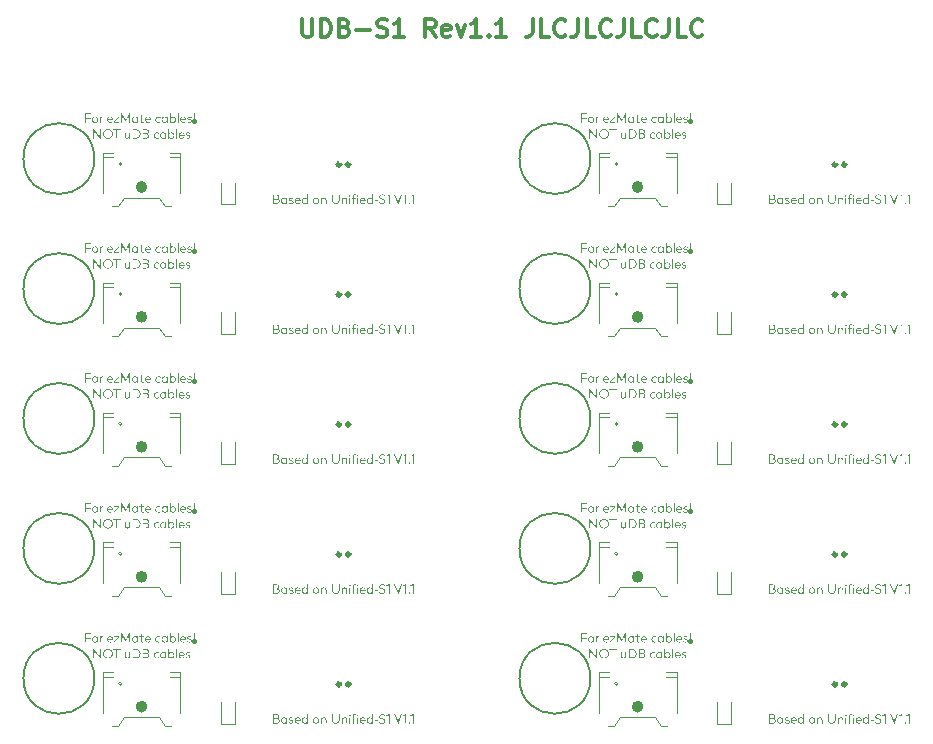
<source format=gto>
G04 #@! TF.GenerationSoftware,KiCad,Pcbnew,7.0.9*
G04 #@! TF.CreationDate,2023-11-12T18:22:16+01:00*
G04 #@! TF.ProjectId,udb-s-panel,7564622d-732d-4706-916e-656c2e6b6963,rev?*
G04 #@! TF.SameCoordinates,Original*
G04 #@! TF.FileFunction,Legend,Top*
G04 #@! TF.FilePolarity,Positive*
%FSLAX46Y46*%
G04 Gerber Fmt 4.6, Leading zero omitted, Abs format (unit mm)*
G04 Created by KiCad (PCBNEW 7.0.9) date 2023-11-12 18:22:16*
%MOMM*%
%LPD*%
G01*
G04 APERTURE LIST*
%ADD10C,0.300000*%
%ADD11C,0.200000*%
%ADD12C,0.500000*%
%ADD13C,0.120000*%
%ADD14C,0.400000*%
G04 APERTURE END LIST*
D10*
X36348602Y57000009D02*
G75*
G03*
X36348602Y57000009I-150000J0D01*
G01*
X79148603Y24000003D02*
G75*
G03*
X79148603Y24000003I-150000J0D01*
G01*
D11*
X57498603Y46500007D02*
G75*
G03*
X57498603Y46500007I-3000000J0D01*
G01*
D10*
X36348602Y46000007D02*
G75*
G03*
X36348602Y46000007I-150000J0D01*
G01*
X36348602Y13000001D02*
G75*
G03*
X36348602Y13000001I-150000J0D01*
G01*
X78348603Y13000001D02*
G75*
G03*
X78348603Y13000001I-150000J0D01*
G01*
D12*
X19748602Y44100007D02*
G75*
G03*
X19748602Y44100007I-250000J0D01*
G01*
D11*
X57498603Y35500005D02*
G75*
G03*
X57498603Y35500005I-3000000J0D01*
G01*
D12*
X61748603Y33100005D02*
G75*
G03*
X61748603Y33100005I-250000J0D01*
G01*
D10*
X36348602Y35000005D02*
G75*
G03*
X36348602Y35000005I-150000J0D01*
G01*
D11*
X15498602Y35500005D02*
G75*
G03*
X15498602Y35500005I-3000000J0D01*
G01*
D12*
X19748602Y11100001D02*
G75*
G03*
X19748602Y11100001I-250000J0D01*
G01*
X19748602Y55100009D02*
G75*
G03*
X19748602Y55100009I-250000J0D01*
G01*
D10*
X78348603Y35000005D02*
G75*
G03*
X78348603Y35000005I-150000J0D01*
G01*
D12*
X19748602Y22100003D02*
G75*
G03*
X19748602Y22100003I-250000J0D01*
G01*
D10*
X78348603Y57000009D02*
G75*
G03*
X78348603Y57000009I-150000J0D01*
G01*
D12*
X61748603Y22100003D02*
G75*
G03*
X61748603Y22100003I-250000J0D01*
G01*
D11*
X57498603Y57500009D02*
G75*
G03*
X57498603Y57500009I-3000000J0D01*
G01*
D10*
X37148602Y46000007D02*
G75*
G03*
X37148602Y46000007I-150000J0D01*
G01*
X79148603Y35000005D02*
G75*
G03*
X79148603Y35000005I-150000J0D01*
G01*
X36348602Y24000003D02*
G75*
G03*
X36348602Y24000003I-150000J0D01*
G01*
X78348603Y46000007D02*
G75*
G03*
X78348603Y46000007I-150000J0D01*
G01*
X37148602Y24000003D02*
G75*
G03*
X37148602Y24000003I-150000J0D01*
G01*
D12*
X61748603Y55100009D02*
G75*
G03*
X61748603Y55100009I-250000J0D01*
G01*
D11*
X15498602Y46500007D02*
G75*
G03*
X15498602Y46500007I-3000000J0D01*
G01*
D12*
X61748603Y11100001D02*
G75*
G03*
X61748603Y11100001I-250000J0D01*
G01*
D10*
X79148603Y46000007D02*
G75*
G03*
X79148603Y46000007I-150000J0D01*
G01*
D12*
X61748603Y44100007D02*
G75*
G03*
X61748603Y44100007I-250000J0D01*
G01*
D11*
X15498602Y13500001D02*
G75*
G03*
X15498602Y13500001I-3000000J0D01*
G01*
D10*
X78348603Y24000003D02*
G75*
G03*
X78348603Y24000003I-150000J0D01*
G01*
X37148602Y13000001D02*
G75*
G03*
X37148602Y13000001I-150000J0D01*
G01*
X79148603Y57000009D02*
G75*
G03*
X79148603Y57000009I-150000J0D01*
G01*
D11*
X15498602Y57500009D02*
G75*
G03*
X15498602Y57500009I-3000000J0D01*
G01*
X57498603Y13500001D02*
G75*
G03*
X57498603Y13500001I-3000000J0D01*
G01*
X57498603Y24500003D02*
G75*
G03*
X57498603Y24500003I-3000000J0D01*
G01*
X15498602Y24500003D02*
G75*
G03*
X15498602Y24500003I-3000000J0D01*
G01*
D12*
X19748602Y33100005D02*
G75*
G03*
X19748602Y33100005I-250000J0D01*
G01*
D10*
X79148603Y13000001D02*
G75*
G03*
X79148603Y13000001I-150000J0D01*
G01*
X37148602Y35000005D02*
G75*
G03*
X37148602Y35000005I-150000J0D01*
G01*
X37148602Y57000009D02*
G75*
G03*
X37148602Y57000009I-150000J0D01*
G01*
D11*
G36*
X30910367Y32455584D02*
G01*
X30927952Y32454835D01*
X30944873Y32453597D01*
X30961134Y32451880D01*
X30976743Y32449691D01*
X30991705Y32447039D01*
X31006027Y32443934D01*
X31019713Y32440384D01*
X31032771Y32436397D01*
X31045206Y32431982D01*
X31057024Y32427148D01*
X31068231Y32421904D01*
X31078833Y32416258D01*
X31088836Y32410219D01*
X31098247Y32403796D01*
X31107070Y32396997D01*
X31115312Y32389831D01*
X31122979Y32382307D01*
X31130077Y32374434D01*
X31136612Y32366219D01*
X31142590Y32357672D01*
X31148017Y32348802D01*
X31152898Y32339617D01*
X31157240Y32330126D01*
X31161049Y32320338D01*
X31164331Y32310261D01*
X31167092Y32299904D01*
X31169337Y32289276D01*
X31171073Y32278385D01*
X31172305Y32267240D01*
X31173040Y32255850D01*
X31173284Y32244223D01*
X31172715Y32229600D01*
X31171039Y32215352D01*
X31168305Y32201503D01*
X31164559Y32188081D01*
X31159848Y32175111D01*
X31154222Y32162619D01*
X31147726Y32150632D01*
X31140409Y32139174D01*
X31132318Y32128274D01*
X31123501Y32117955D01*
X31114004Y32108246D01*
X31103876Y32099170D01*
X31093165Y32090756D01*
X31081917Y32083028D01*
X31070180Y32076013D01*
X31058001Y32069736D01*
X31065895Y32066993D01*
X31073601Y32064008D01*
X31081114Y32060786D01*
X31088430Y32057334D01*
X31095546Y32053657D01*
X31102457Y32049761D01*
X31115649Y32041337D01*
X31127973Y32032109D01*
X31139396Y32022125D01*
X31149886Y32011432D01*
X31159411Y32000078D01*
X31167937Y31988110D01*
X31175433Y31975577D01*
X31181864Y31962524D01*
X31187200Y31949001D01*
X31191406Y31935054D01*
X31194452Y31920730D01*
X31196303Y31906079D01*
X31196927Y31891146D01*
X31196638Y31878248D01*
X31195775Y31865681D01*
X31194341Y31853450D01*
X31192339Y31841559D01*
X31189773Y31830014D01*
X31186647Y31818820D01*
X31182964Y31807982D01*
X31178728Y31797506D01*
X31173941Y31787397D01*
X31168609Y31777659D01*
X31162733Y31768298D01*
X31156319Y31759320D01*
X31149369Y31750729D01*
X31141886Y31742530D01*
X31133875Y31734730D01*
X31125339Y31727332D01*
X31116282Y31720343D01*
X31106706Y31713766D01*
X31096616Y31707609D01*
X31086016Y31701875D01*
X31074908Y31696570D01*
X31063296Y31691699D01*
X31051184Y31687267D01*
X31038575Y31683280D01*
X31025473Y31679742D01*
X31011881Y31676660D01*
X30997804Y31674037D01*
X30983244Y31671879D01*
X30968205Y31670192D01*
X30952690Y31668981D01*
X30936703Y31668250D01*
X30920248Y31668005D01*
X30653535Y31668005D01*
X30652610Y31668025D01*
X30644518Y31670226D01*
X30638622Y31676346D01*
X30636731Y31684614D01*
X30636731Y32030657D01*
X30716257Y32030657D01*
X30716257Y31739520D01*
X30916927Y31739520D01*
X30928222Y31739689D01*
X30939245Y31740195D01*
X30949988Y31741035D01*
X30960446Y31742205D01*
X30970615Y31743702D01*
X30980487Y31745522D01*
X30990058Y31747662D01*
X30999322Y31750120D01*
X31008274Y31752891D01*
X31016907Y31755973D01*
X31025217Y31759362D01*
X31033197Y31763054D01*
X31040843Y31767047D01*
X31048148Y31771338D01*
X31055107Y31775922D01*
X31061714Y31780797D01*
X31067964Y31785959D01*
X31073851Y31791406D01*
X31079370Y31797133D01*
X31084516Y31803137D01*
X31089281Y31809416D01*
X31093661Y31815966D01*
X31097651Y31822784D01*
X31101245Y31829865D01*
X31104436Y31837208D01*
X31107220Y31844809D01*
X31109592Y31852663D01*
X31111544Y31860770D01*
X31113072Y31869124D01*
X31114171Y31877722D01*
X31114834Y31886562D01*
X31115057Y31895640D01*
X31114396Y31908555D01*
X31112395Y31921301D01*
X31109020Y31933785D01*
X31104240Y31945917D01*
X31098023Y31957605D01*
X31090337Y31968757D01*
X31081151Y31979282D01*
X31070433Y31989087D01*
X31058151Y31998082D01*
X31051414Y32002247D01*
X31044274Y32006175D01*
X31036727Y32009854D01*
X31028769Y32013274D01*
X31020396Y32016422D01*
X31011604Y32019288D01*
X31002390Y32021859D01*
X30992749Y32024125D01*
X30982677Y32026073D01*
X30972171Y32027693D01*
X30961226Y32028973D01*
X30949838Y32029901D01*
X30938004Y32030466D01*
X30925720Y32030657D01*
X30716257Y32030657D01*
X30636731Y32030657D01*
X30636731Y32384126D01*
X30716257Y32384126D01*
X30716257Y32102172D01*
X30925720Y32102172D01*
X30935166Y32102323D01*
X30944378Y32102775D01*
X30953351Y32103523D01*
X30962081Y32104563D01*
X30970564Y32105891D01*
X30978795Y32107503D01*
X30986771Y32109394D01*
X30994486Y32111560D01*
X31009119Y32116701D01*
X31022660Y32122893D01*
X31035074Y32130102D01*
X31046327Y32138295D01*
X31056384Y32147438D01*
X31065213Y32157498D01*
X31072777Y32168442D01*
X31079043Y32180235D01*
X31083976Y32192844D01*
X31087543Y32206236D01*
X31089708Y32220378D01*
X31090437Y32235235D01*
X31090256Y32243605D01*
X31089712Y32251784D01*
X31088801Y32259767D01*
X31087521Y32267551D01*
X31083841Y32282497D01*
X31078649Y32296583D01*
X31071922Y32309769D01*
X31063636Y32322015D01*
X31053769Y32333283D01*
X31042297Y32343532D01*
X31035951Y32348263D01*
X31029196Y32352724D01*
X31022029Y32356910D01*
X31014445Y32360818D01*
X31006443Y32364441D01*
X30998019Y32367775D01*
X30989171Y32370815D01*
X30979896Y32373556D01*
X30970190Y32375993D01*
X30960051Y32378121D01*
X30949477Y32379935D01*
X30938463Y32381430D01*
X30927008Y32382602D01*
X30915108Y32383445D01*
X30902760Y32383955D01*
X30889962Y32384126D01*
X30716257Y32384126D01*
X30636731Y32384126D01*
X30636731Y32439031D01*
X30636751Y32439956D01*
X30639005Y32448049D01*
X30645222Y32453945D01*
X30653535Y32455835D01*
X30892112Y32455835D01*
X30910367Y32455584D01*
G37*
G36*
X31568744Y32193091D02*
G01*
X31577921Y32192694D01*
X31586913Y32192039D01*
X31595722Y32191134D01*
X31604345Y32189986D01*
X31612782Y32188600D01*
X31621034Y32186984D01*
X31629099Y32185144D01*
X31636978Y32183087D01*
X31644669Y32180819D01*
X31659486Y32175678D01*
X31673549Y32169773D01*
X31686854Y32163159D01*
X31699395Y32155888D01*
X31711171Y32148012D01*
X31722176Y32139585D01*
X31732408Y32130659D01*
X31741862Y32121289D01*
X31750536Y32111526D01*
X31758424Y32101423D01*
X31765524Y32091034D01*
X31767869Y32163916D01*
X31767946Y32165747D01*
X31770507Y32173612D01*
X31777004Y32179180D01*
X31784673Y32180720D01*
X31820430Y32180720D01*
X31821372Y32180700D01*
X31829534Y32178447D01*
X31835383Y32172229D01*
X31837234Y32163916D01*
X31837234Y31684614D01*
X31837214Y31683690D01*
X31835006Y31675650D01*
X31828830Y31669850D01*
X31820430Y31668005D01*
X31784673Y31668005D01*
X31783731Y31668025D01*
X31775569Y31670226D01*
X31769720Y31676346D01*
X31767869Y31684614D01*
X31765524Y31758668D01*
X31761757Y31753129D01*
X31753716Y31742352D01*
X31744999Y31732012D01*
X31735607Y31722148D01*
X31725541Y31712800D01*
X31714803Y31704010D01*
X31703393Y31695817D01*
X31691313Y31688262D01*
X31678563Y31681385D01*
X31665146Y31675227D01*
X31651062Y31669827D01*
X31636311Y31665227D01*
X31628687Y31663240D01*
X31620897Y31661467D01*
X31612940Y31659914D01*
X31604819Y31658587D01*
X31596531Y31657489D01*
X31588078Y31656626D01*
X31579460Y31656004D01*
X31570676Y31655627D01*
X31561728Y31655500D01*
X31548685Y31655833D01*
X31535834Y31656822D01*
X31523190Y31658453D01*
X31510766Y31660713D01*
X31498579Y31663589D01*
X31486641Y31667067D01*
X31474969Y31671132D01*
X31463576Y31675772D01*
X31452477Y31680974D01*
X31441686Y31686722D01*
X31431219Y31693005D01*
X31421089Y31699807D01*
X31411311Y31707117D01*
X31401900Y31714919D01*
X31392870Y31723201D01*
X31384237Y31731948D01*
X31376013Y31741148D01*
X31368215Y31750786D01*
X31360856Y31760850D01*
X31353952Y31771325D01*
X31347516Y31782198D01*
X31341563Y31793455D01*
X31336108Y31805082D01*
X31331166Y31817067D01*
X31326750Y31829395D01*
X31322876Y31842053D01*
X31319558Y31855027D01*
X31316811Y31868304D01*
X31314649Y31881871D01*
X31313086Y31895712D01*
X31312138Y31909816D01*
X31311819Y31924167D01*
X31391344Y31924167D01*
X31391585Y31913703D01*
X31392301Y31903419D01*
X31393480Y31893326D01*
X31395109Y31883433D01*
X31397177Y31873751D01*
X31399672Y31864288D01*
X31402582Y31855056D01*
X31405895Y31846065D01*
X31409599Y31837323D01*
X31413681Y31828842D01*
X31418131Y31820630D01*
X31422936Y31812699D01*
X31428084Y31805057D01*
X31433564Y31797716D01*
X31439362Y31790684D01*
X31445468Y31783972D01*
X31451870Y31777590D01*
X31458554Y31771547D01*
X31465511Y31765854D01*
X31472727Y31760521D01*
X31480190Y31755557D01*
X31487889Y31750973D01*
X31495812Y31746778D01*
X31503946Y31742982D01*
X31512280Y31739596D01*
X31520802Y31736628D01*
X31529500Y31734091D01*
X31538362Y31731992D01*
X31547376Y31730342D01*
X31556530Y31729151D01*
X31565812Y31728430D01*
X31575210Y31728187D01*
X31585491Y31728426D01*
X31595554Y31729139D01*
X31605394Y31730314D01*
X31615003Y31731944D01*
X31624373Y31734018D01*
X31633499Y31736528D01*
X31642371Y31739464D01*
X31650983Y31742817D01*
X31659329Y31746578D01*
X31667400Y31750736D01*
X31675190Y31755284D01*
X31682691Y31760212D01*
X31689896Y31765510D01*
X31696799Y31771169D01*
X31703391Y31777179D01*
X31709666Y31783532D01*
X31715616Y31790219D01*
X31721234Y31797229D01*
X31726514Y31804554D01*
X31731447Y31812184D01*
X31736027Y31820110D01*
X31740247Y31828322D01*
X31744099Y31836812D01*
X31747575Y31845570D01*
X31750670Y31854587D01*
X31753375Y31863853D01*
X31755684Y31873359D01*
X31757590Y31883096D01*
X31759084Y31893055D01*
X31760160Y31903226D01*
X31760811Y31913600D01*
X31761030Y31924167D01*
X31760811Y31934649D01*
X31760160Y31944950D01*
X31759084Y31955059D01*
X31757590Y31964966D01*
X31755684Y31974662D01*
X31753375Y31984137D01*
X31750670Y31993381D01*
X31747575Y32002383D01*
X31744099Y32011135D01*
X31740247Y32019625D01*
X31736027Y32027845D01*
X31731447Y32035784D01*
X31726514Y32043432D01*
X31721234Y32050780D01*
X31715616Y32057817D01*
X31709666Y32064534D01*
X31703391Y32070920D01*
X31696799Y32076967D01*
X31689896Y32082663D01*
X31682691Y32087999D01*
X31675190Y32092965D01*
X31667400Y32097552D01*
X31659329Y32101748D01*
X31650983Y32105545D01*
X31642371Y32108933D01*
X31633499Y32111900D01*
X31624373Y32114439D01*
X31615003Y32116538D01*
X31605394Y32118188D01*
X31595554Y32119379D01*
X31585491Y32120100D01*
X31575210Y32120343D01*
X31565812Y32120100D01*
X31556530Y32119379D01*
X31547376Y32118188D01*
X31538362Y32116538D01*
X31529500Y32114439D01*
X31520802Y32111900D01*
X31512280Y32108933D01*
X31503946Y32105545D01*
X31495812Y32101748D01*
X31487889Y32097552D01*
X31480190Y32092965D01*
X31472727Y32087999D01*
X31465511Y32082663D01*
X31458554Y32076967D01*
X31451870Y32070920D01*
X31445468Y32064534D01*
X31439362Y32057817D01*
X31433564Y32050780D01*
X31428084Y32043432D01*
X31422936Y32035784D01*
X31418131Y32027845D01*
X31413681Y32019625D01*
X31409599Y32011135D01*
X31405895Y32002383D01*
X31402582Y31993381D01*
X31399672Y31984137D01*
X31397177Y31974662D01*
X31395109Y31964966D01*
X31393480Y31955059D01*
X31392301Y31944950D01*
X31391585Y31934649D01*
X31391344Y31924167D01*
X31311819Y31924167D01*
X31312132Y31938537D01*
X31313062Y31952659D01*
X31314595Y31966519D01*
X31316718Y31980103D01*
X31319416Y31993398D01*
X31322676Y32006390D01*
X31326485Y32019066D01*
X31330827Y32031411D01*
X31335689Y32043413D01*
X31341059Y32055057D01*
X31346920Y32066331D01*
X31353261Y32077220D01*
X31360067Y32087710D01*
X31367324Y32097788D01*
X31375019Y32107441D01*
X31383138Y32116655D01*
X31391666Y32125416D01*
X31400590Y32133711D01*
X31409897Y32141525D01*
X31419572Y32148846D01*
X31429601Y32155659D01*
X31439972Y32161952D01*
X31450669Y32167710D01*
X31461680Y32172920D01*
X31472990Y32177567D01*
X31484586Y32181640D01*
X31496453Y32185123D01*
X31508578Y32188003D01*
X31520948Y32190268D01*
X31533548Y32191902D01*
X31546364Y32192892D01*
X31559383Y32193225D01*
X31568744Y32193091D01*
G37*
G36*
X32175071Y31655500D02*
G01*
X32185686Y31655673D01*
X32196095Y31656187D01*
X32206289Y31657038D01*
X32216259Y31658221D01*
X32225997Y31659729D01*
X32235494Y31661559D01*
X32244742Y31663705D01*
X32253732Y31666161D01*
X32262455Y31668924D01*
X32270904Y31671987D01*
X32279068Y31675345D01*
X32286941Y31678993D01*
X32294513Y31682927D01*
X32301776Y31687140D01*
X32308721Y31691629D01*
X32315339Y31696387D01*
X32321623Y31701409D01*
X32327563Y31706691D01*
X32333152Y31712226D01*
X32343238Y31724040D01*
X32351814Y31736808D01*
X32358811Y31750490D01*
X32364161Y31765045D01*
X32366196Y31772636D01*
X32367794Y31780430D01*
X32368947Y31788422D01*
X32369644Y31796606D01*
X32369879Y31804977D01*
X32369756Y31813015D01*
X32368746Y31828323D01*
X32366657Y31842653D01*
X32363417Y31856062D01*
X32358953Y31868605D01*
X32353194Y31880340D01*
X32346068Y31891322D01*
X32337502Y31901609D01*
X32327424Y31911256D01*
X32315762Y31920319D01*
X32302443Y31928856D01*
X32295141Y31932945D01*
X32287397Y31936923D01*
X32279203Y31940797D01*
X32270551Y31944575D01*
X32261430Y31948264D01*
X32251832Y31951870D01*
X32241747Y31955401D01*
X32231168Y31958864D01*
X32220084Y31962265D01*
X32208488Y31965613D01*
X32196369Y31968913D01*
X32187517Y31971221D01*
X32179022Y31973495D01*
X32170877Y31975742D01*
X32163078Y31977966D01*
X32148498Y31982370D01*
X32135244Y31986752D01*
X32123275Y31991155D01*
X32112552Y31995624D01*
X32103037Y32000204D01*
X32094690Y32004939D01*
X32087472Y32009872D01*
X32081343Y32015050D01*
X32074108Y32023370D01*
X32069104Y32032487D01*
X32066198Y32042552D01*
X32065259Y32053714D01*
X32065789Y32062485D01*
X32067344Y32070632D01*
X32069874Y32078163D01*
X32075386Y32088323D01*
X32082807Y32097142D01*
X32088730Y32102289D01*
X32095374Y32106861D01*
X32102690Y32110865D01*
X32110625Y32114309D01*
X32119130Y32117201D01*
X32128155Y32119549D01*
X32137647Y32121362D01*
X32147557Y32122647D01*
X32157834Y32123412D01*
X32168427Y32123665D01*
X32178896Y32123531D01*
X32188936Y32123127D01*
X32198590Y32122448D01*
X32207900Y32121488D01*
X32216909Y32120243D01*
X32225659Y32118709D01*
X32234193Y32116879D01*
X32242555Y32114750D01*
X32250786Y32112316D01*
X32258929Y32109573D01*
X32267026Y32106516D01*
X32275122Y32103139D01*
X32283257Y32099439D01*
X32291475Y32095409D01*
X32299818Y32091046D01*
X32308329Y32086345D01*
X32316350Y32083434D01*
X32324680Y32084774D01*
X32330884Y32090404D01*
X32331972Y32092011D01*
X32350925Y32124837D01*
X32353836Y32132769D01*
X32352496Y32141089D01*
X32346866Y32147229D01*
X32345259Y32148285D01*
X32337552Y32152847D01*
X32329515Y32157284D01*
X32321136Y32161574D01*
X32312402Y32165693D01*
X32303299Y32169617D01*
X32293815Y32173323D01*
X32283935Y32176788D01*
X32273647Y32179987D01*
X32262938Y32182898D01*
X32251794Y32185497D01*
X32240203Y32187761D01*
X32228151Y32189665D01*
X32215624Y32191188D01*
X32202611Y32192304D01*
X32189098Y32192991D01*
X32175071Y32193225D01*
X32164577Y32193058D01*
X32154314Y32192561D01*
X32144287Y32191738D01*
X32134504Y32190594D01*
X32124971Y32189134D01*
X32115695Y32187362D01*
X32106683Y32185285D01*
X32097942Y32182906D01*
X32089478Y32180231D01*
X32081298Y32177264D01*
X32073409Y32174010D01*
X32065817Y32170474D01*
X32058530Y32166661D01*
X32051554Y32162576D01*
X32044896Y32158224D01*
X32038563Y32153609D01*
X32026898Y32143612D01*
X32016612Y32132623D01*
X32007761Y32120681D01*
X32000397Y32107826D01*
X31994576Y32094096D01*
X31990351Y32079530D01*
X31987776Y32064168D01*
X31987125Y32056200D01*
X31986906Y32048047D01*
X31987702Y32032874D01*
X31990065Y32018682D01*
X31993963Y32005421D01*
X31999359Y31993044D01*
X32006220Y31981500D01*
X32014510Y31970740D01*
X32024196Y31960715D01*
X32035242Y31951376D01*
X32047613Y31942674D01*
X32054285Y31938546D01*
X32061276Y31934558D01*
X32068581Y31930706D01*
X32076195Y31926981D01*
X32084115Y31923379D01*
X32092336Y31919893D01*
X32100854Y31916517D01*
X32109665Y31913245D01*
X32118763Y31910070D01*
X32128146Y31906986D01*
X32137808Y31903988D01*
X32147745Y31901069D01*
X32157953Y31898224D01*
X32168427Y31895444D01*
X32177256Y31893124D01*
X32185684Y31890811D01*
X32193721Y31888502D01*
X32201374Y31886191D01*
X32215558Y31881550D01*
X32228300Y31876851D01*
X32239663Y31872059D01*
X32249708Y31867136D01*
X32258500Y31862047D01*
X32266100Y31856756D01*
X32272571Y31851227D01*
X32277976Y31845424D01*
X32284221Y31836127D01*
X32288420Y31826009D01*
X32290784Y31814950D01*
X32291446Y31806994D01*
X32291526Y31802828D01*
X32291006Y31793580D01*
X32289463Y31784892D01*
X32286924Y31776768D01*
X32283414Y31769214D01*
X32278959Y31762234D01*
X32273586Y31755834D01*
X32267321Y31750020D01*
X32260189Y31744795D01*
X32252217Y31740166D01*
X32243431Y31736138D01*
X32233856Y31732715D01*
X32223519Y31729903D01*
X32212446Y31727707D01*
X32200663Y31726131D01*
X32188196Y31725183D01*
X32175071Y31724865D01*
X32162457Y31725087D01*
X32150255Y31725741D01*
X32138454Y31726811D01*
X32127046Y31728282D01*
X32116021Y31730135D01*
X32105367Y31732356D01*
X32095077Y31734928D01*
X32085140Y31737835D01*
X32075547Y31741059D01*
X32066287Y31744586D01*
X32057351Y31748398D01*
X32048730Y31752480D01*
X32040413Y31756815D01*
X32032391Y31761386D01*
X32024654Y31766178D01*
X32017192Y31771174D01*
X32010008Y31774621D01*
X32001532Y31774174D01*
X31995200Y31769030D01*
X31993549Y31766680D01*
X31972251Y31731704D01*
X31969259Y31723683D01*
X31970303Y31715353D01*
X31976152Y31709149D01*
X31977918Y31708061D01*
X31988487Y31702126D01*
X31999180Y31696490D01*
X32010021Y31691166D01*
X32021033Y31686165D01*
X32032239Y31681498D01*
X32043664Y31677177D01*
X32055330Y31673213D01*
X32067262Y31669618D01*
X32079482Y31666402D01*
X32092013Y31663579D01*
X32104881Y31661158D01*
X32118107Y31659152D01*
X32131716Y31657571D01*
X32145730Y31656428D01*
X32160174Y31655734D01*
X32175071Y31655500D01*
G37*
G36*
X32742326Y32192923D02*
G01*
X32755182Y32192023D01*
X32767767Y32190536D01*
X32780070Y32188471D01*
X32792082Y32185839D01*
X32803793Y32182651D01*
X32815191Y32178916D01*
X32826268Y32174645D01*
X32837012Y32169847D01*
X32847413Y32164534D01*
X32857462Y32158715D01*
X32867148Y32152401D01*
X32876461Y32145602D01*
X32885391Y32138327D01*
X32893927Y32130588D01*
X32902059Y32122395D01*
X32909778Y32113757D01*
X32917072Y32104686D01*
X32923933Y32095190D01*
X32930348Y32085281D01*
X32936310Y32074969D01*
X32941806Y32064264D01*
X32946827Y32053176D01*
X32951363Y32041715D01*
X32955403Y32029892D01*
X32958938Y32017717D01*
X32961957Y32005200D01*
X32964450Y31992352D01*
X32966407Y31979182D01*
X32967817Y31965700D01*
X32968671Y31951918D01*
X32968957Y31937845D01*
X32968957Y31919869D01*
X32968756Y31916881D01*
X32965455Y31909017D01*
X32958876Y31904405D01*
X32950981Y31903065D01*
X32546710Y31903065D01*
X32547961Y31893250D01*
X32549617Y31883630D01*
X32551673Y31874214D01*
X32554121Y31865008D01*
X32556952Y31856020D01*
X32560160Y31847258D01*
X32563736Y31838730D01*
X32567673Y31830442D01*
X32571963Y31822404D01*
X32576598Y31814621D01*
X32581572Y31807103D01*
X32586875Y31799857D01*
X32592502Y31792889D01*
X32598443Y31786208D01*
X32604691Y31779822D01*
X32611239Y31773738D01*
X32618079Y31767964D01*
X32625204Y31762507D01*
X32632605Y31757375D01*
X32640275Y31752575D01*
X32648206Y31748116D01*
X32656391Y31744004D01*
X32664822Y31740248D01*
X32673491Y31736855D01*
X32682391Y31733832D01*
X32691514Y31731188D01*
X32700852Y31728929D01*
X32710398Y31727065D01*
X32720144Y31725601D01*
X32730083Y31724546D01*
X32740206Y31723907D01*
X32750507Y31723693D01*
X32762447Y31723958D01*
X32773880Y31724731D01*
X32784825Y31725979D01*
X32795304Y31727671D01*
X32805335Y31729774D01*
X32814938Y31732255D01*
X32824132Y31735083D01*
X32832939Y31738225D01*
X32841376Y31741649D01*
X32849465Y31745322D01*
X32857225Y31749212D01*
X32864675Y31753286D01*
X32871836Y31757513D01*
X32878726Y31761859D01*
X32885367Y31766293D01*
X32891777Y31770783D01*
X32893416Y31772019D01*
X32901246Y31775554D01*
X32908872Y31773815D01*
X32914052Y31767461D01*
X32933200Y31736393D01*
X32934150Y31734685D01*
X32936604Y31726567D01*
X32934786Y31718481D01*
X32929683Y31712555D01*
X32925860Y31709830D01*
X32917906Y31704420D01*
X32909524Y31699096D01*
X32900690Y31693898D01*
X32891382Y31688864D01*
X32881574Y31684035D01*
X32871246Y31679448D01*
X32860373Y31675144D01*
X32848932Y31671162D01*
X32836901Y31667540D01*
X32824255Y31664318D01*
X32810972Y31661535D01*
X32797029Y31659231D01*
X32782402Y31657445D01*
X32767068Y31656215D01*
X32759129Y31655821D01*
X32751004Y31655581D01*
X32742691Y31655500D01*
X32727913Y31655833D01*
X32713410Y31656823D01*
X32699195Y31658456D01*
X32685280Y31660720D01*
X32671678Y31663602D01*
X32658403Y31667090D01*
X32645465Y31671169D01*
X32632879Y31675827D01*
X32620657Y31681052D01*
X32608812Y31686830D01*
X32597357Y31693148D01*
X32586304Y31699993D01*
X32575666Y31707353D01*
X32565455Y31715214D01*
X32555685Y31723563D01*
X32546369Y31732388D01*
X32537518Y31741675D01*
X32529146Y31751412D01*
X32521265Y31761586D01*
X32513889Y31772183D01*
X32507029Y31783192D01*
X32500699Y31794597D01*
X32494912Y31806388D01*
X32489680Y31818551D01*
X32485015Y31831072D01*
X32480931Y31843940D01*
X32477441Y31857140D01*
X32474557Y31870661D01*
X32472291Y31884488D01*
X32470657Y31898610D01*
X32469667Y31913013D01*
X32469334Y31927684D01*
X32469641Y31941615D01*
X32470555Y31955332D01*
X32471988Y31968131D01*
X32548860Y31968131D01*
X32892754Y31968131D01*
X32892754Y31970280D01*
X32891848Y31978976D01*
X32890602Y31987472D01*
X32889023Y31995765D01*
X32887117Y32003849D01*
X32884894Y32011720D01*
X32882359Y32019371D01*
X32879521Y32026799D01*
X32872963Y32040962D01*
X32865280Y32054168D01*
X32856530Y32066376D01*
X32846773Y32077547D01*
X32836069Y32087638D01*
X32824476Y32096611D01*
X32812053Y32104423D01*
X32798861Y32111034D01*
X32784958Y32116404D01*
X32770403Y32120492D01*
X32755255Y32123258D01*
X32747478Y32124132D01*
X32739575Y32124660D01*
X32731553Y32124837D01*
X32722599Y32124654D01*
X32713801Y32124108D01*
X32705165Y32123205D01*
X32696695Y32121951D01*
X32688398Y32120351D01*
X32680279Y32118413D01*
X32672343Y32116141D01*
X32664594Y32113541D01*
X32657039Y32110620D01*
X32649683Y32107383D01*
X32642531Y32103835D01*
X32635589Y32099984D01*
X32628861Y32095835D01*
X32622353Y32091393D01*
X32616070Y32086664D01*
X32610018Y32081655D01*
X32604202Y32076371D01*
X32598627Y32070819D01*
X32593298Y32065003D01*
X32588221Y32058930D01*
X32583401Y32052606D01*
X32578843Y32046036D01*
X32574553Y32039227D01*
X32570536Y32032184D01*
X32566797Y32024913D01*
X32563342Y32017420D01*
X32560175Y32009711D01*
X32557303Y32001792D01*
X32554730Y31993669D01*
X32552461Y31985347D01*
X32550503Y31976832D01*
X32548860Y31968131D01*
X32471988Y31968131D01*
X32472065Y31968821D01*
X32474162Y31982067D01*
X32476834Y31995054D01*
X32480072Y32007769D01*
X32483866Y32020195D01*
X32488205Y32032318D01*
X32493079Y32044123D01*
X32498478Y32055594D01*
X32504391Y32066717D01*
X32510808Y32077477D01*
X32517719Y32087858D01*
X32525114Y32097846D01*
X32532982Y32107426D01*
X32541313Y32116582D01*
X32550097Y32125299D01*
X32559323Y32133563D01*
X32568982Y32141359D01*
X32579062Y32148671D01*
X32589555Y32155484D01*
X32600449Y32161784D01*
X32611734Y32167555D01*
X32623400Y32172782D01*
X32635436Y32177451D01*
X32647833Y32181546D01*
X32660580Y32185052D01*
X32673668Y32187954D01*
X32687084Y32190238D01*
X32700820Y32191888D01*
X32714865Y32192888D01*
X32729209Y32193225D01*
X32742326Y32192923D01*
G37*
G36*
X33576270Y32468163D02*
G01*
X33583940Y32465190D01*
X33588804Y32459048D01*
X33590311Y32451341D01*
X33590311Y31684614D01*
X33590292Y31683690D01*
X33588083Y31675650D01*
X33581907Y31669850D01*
X33573507Y31668005D01*
X33537750Y31668005D01*
X33536808Y31668025D01*
X33528646Y31670226D01*
X33522797Y31676346D01*
X33520946Y31684614D01*
X33518602Y31759841D01*
X33514835Y31754298D01*
X33506794Y31743496D01*
X33498077Y31733107D01*
X33488685Y31723176D01*
X33478619Y31713746D01*
X33467880Y31704862D01*
X33456471Y31696566D01*
X33444390Y31688903D01*
X33431641Y31681916D01*
X33418223Y31675650D01*
X33404139Y31670148D01*
X33389389Y31665453D01*
X33381765Y31663423D01*
X33373974Y31661611D01*
X33366018Y31660022D01*
X33357896Y31658663D01*
X33349608Y31657539D01*
X33341155Y31656655D01*
X33332537Y31656017D01*
X33323754Y31655630D01*
X33314805Y31655500D01*
X33301762Y31655833D01*
X33288911Y31656822D01*
X33276267Y31658453D01*
X33263844Y31660713D01*
X33251656Y31663589D01*
X33239719Y31667067D01*
X33228046Y31671132D01*
X33216653Y31675772D01*
X33205554Y31680974D01*
X33194764Y31686722D01*
X33184296Y31693005D01*
X33174166Y31699807D01*
X33164388Y31707117D01*
X33154977Y31714919D01*
X33145948Y31723201D01*
X33137314Y31731948D01*
X33129091Y31741148D01*
X33121292Y31750786D01*
X33113934Y31760850D01*
X33107029Y31771325D01*
X33100593Y31782198D01*
X33094641Y31793455D01*
X33089186Y31805082D01*
X33084243Y31817067D01*
X33079828Y31829395D01*
X33075954Y31842053D01*
X33072636Y31855027D01*
X33069888Y31868304D01*
X33067726Y31881871D01*
X33066164Y31895712D01*
X33065215Y31909816D01*
X33064896Y31924167D01*
X33144422Y31924167D01*
X33144663Y31913703D01*
X33145379Y31903419D01*
X33146557Y31893326D01*
X33148187Y31883433D01*
X33150255Y31873751D01*
X33152750Y31864288D01*
X33155660Y31855056D01*
X33158972Y31846065D01*
X33162676Y31837323D01*
X33166759Y31828842D01*
X33171209Y31820630D01*
X33176014Y31812699D01*
X33181162Y31805057D01*
X33186641Y31797716D01*
X33192440Y31790684D01*
X33198546Y31783972D01*
X33204947Y31777590D01*
X33211632Y31771547D01*
X33218588Y31765854D01*
X33225804Y31760521D01*
X33233267Y31755557D01*
X33240966Y31750973D01*
X33248889Y31746778D01*
X33257024Y31742982D01*
X33265358Y31739596D01*
X33273880Y31736628D01*
X33282578Y31734091D01*
X33291440Y31731992D01*
X33300454Y31730342D01*
X33309607Y31729151D01*
X33318889Y31728430D01*
X33328288Y31728187D01*
X33338568Y31728426D01*
X33348632Y31729139D01*
X33358472Y31730314D01*
X33368080Y31731944D01*
X33377451Y31734018D01*
X33386576Y31736528D01*
X33395448Y31739464D01*
X33404061Y31742817D01*
X33412406Y31746578D01*
X33420478Y31750736D01*
X33428267Y31755284D01*
X33435769Y31760212D01*
X33442974Y31765510D01*
X33449876Y31771169D01*
X33456468Y31777179D01*
X33462743Y31783532D01*
X33468693Y31790219D01*
X33474312Y31797229D01*
X33479591Y31804554D01*
X33484525Y31812184D01*
X33489105Y31820110D01*
X33493324Y31828322D01*
X33497176Y31836812D01*
X33500653Y31845570D01*
X33503748Y31854587D01*
X33506453Y31863853D01*
X33508762Y31873359D01*
X33510667Y31883096D01*
X33512162Y31893055D01*
X33513238Y31903226D01*
X33513889Y31913600D01*
X33514108Y31924167D01*
X33513889Y31934649D01*
X33513238Y31944950D01*
X33512162Y31955059D01*
X33510667Y31964966D01*
X33508762Y31974662D01*
X33506453Y31984137D01*
X33503748Y31993381D01*
X33500653Y32002383D01*
X33497176Y32011135D01*
X33493324Y32019625D01*
X33489105Y32027845D01*
X33484525Y32035784D01*
X33479591Y32043432D01*
X33474312Y32050780D01*
X33468693Y32057817D01*
X33462743Y32064534D01*
X33456468Y32070920D01*
X33449876Y32076967D01*
X33442974Y32082663D01*
X33435769Y32087999D01*
X33428267Y32092965D01*
X33420478Y32097552D01*
X33412406Y32101748D01*
X33404061Y32105545D01*
X33395448Y32108933D01*
X33386576Y32111900D01*
X33377451Y32114439D01*
X33368080Y32116538D01*
X33358472Y32118188D01*
X33348632Y32119379D01*
X33338568Y32120100D01*
X33328288Y32120343D01*
X33318889Y32120100D01*
X33309607Y32119379D01*
X33300454Y32118188D01*
X33291440Y32116538D01*
X33282578Y32114439D01*
X33273880Y32111900D01*
X33265358Y32108933D01*
X33257024Y32105545D01*
X33248889Y32101748D01*
X33240966Y32097552D01*
X33233267Y32092965D01*
X33225804Y32087999D01*
X33218588Y32082663D01*
X33211632Y32076967D01*
X33204947Y32070920D01*
X33198546Y32064534D01*
X33192440Y32057817D01*
X33186641Y32050780D01*
X33181162Y32043432D01*
X33176014Y32035784D01*
X33171209Y32027845D01*
X33166759Y32019625D01*
X33162676Y32011135D01*
X33158972Y32002383D01*
X33155660Y31993381D01*
X33152750Y31984137D01*
X33150255Y31974662D01*
X33148187Y31964966D01*
X33146557Y31955059D01*
X33145379Y31944950D01*
X33144663Y31934649D01*
X33144422Y31924167D01*
X33064896Y31924167D01*
X33065209Y31938537D01*
X33066139Y31952659D01*
X33067673Y31966519D01*
X33069795Y31980103D01*
X33072494Y31993398D01*
X33075754Y32006390D01*
X33079562Y32019066D01*
X33083904Y32031411D01*
X33088767Y32043413D01*
X33094136Y32055057D01*
X33099998Y32066331D01*
X33106339Y32077220D01*
X33113145Y32087710D01*
X33120402Y32097788D01*
X33128097Y32107441D01*
X33136215Y32116655D01*
X33144743Y32125416D01*
X33153668Y32133711D01*
X33162974Y32141525D01*
X33172649Y32148846D01*
X33182679Y32155659D01*
X33193049Y32161952D01*
X33203747Y32167710D01*
X33214757Y32172920D01*
X33226067Y32177567D01*
X33237663Y32181640D01*
X33249530Y32185123D01*
X33261656Y32188003D01*
X33274025Y32190268D01*
X33286625Y32191902D01*
X33299442Y32192892D01*
X33312461Y32193225D01*
X33321406Y32193091D01*
X33330181Y32192694D01*
X33338785Y32192041D01*
X33347217Y32191139D01*
X33355478Y32189994D01*
X33363568Y32188614D01*
X33371485Y32187006D01*
X33379231Y32185178D01*
X33394204Y32180884D01*
X33408487Y32175791D01*
X33422077Y32169953D01*
X33434973Y32163428D01*
X33447172Y32156270D01*
X33458674Y32148537D01*
X33469477Y32140283D01*
X33479578Y32131566D01*
X33488976Y32122442D01*
X33497669Y32112966D01*
X33505656Y32103194D01*
X33512935Y32093183D01*
X33512935Y32451341D01*
X33513014Y32453206D01*
X33515625Y32461185D01*
X33521426Y32466444D01*
X33529739Y32468340D01*
X33573507Y32468340D01*
X33576270Y32468163D01*
G37*
G36*
X34287465Y32192892D02*
G01*
X34300968Y32191899D01*
X34314292Y32190263D01*
X34327419Y32187995D01*
X34340332Y32185109D01*
X34353012Y32181620D01*
X34365442Y32177541D01*
X34377604Y32172886D01*
X34389479Y32167668D01*
X34401050Y32161901D01*
X34412299Y32155598D01*
X34423208Y32148774D01*
X34433760Y32141442D01*
X34443936Y32133615D01*
X34453718Y32125308D01*
X34463089Y32116533D01*
X34472030Y32107305D01*
X34480524Y32097638D01*
X34488554Y32087544D01*
X34496100Y32077038D01*
X34503145Y32066134D01*
X34509671Y32054844D01*
X34515661Y32043183D01*
X34521096Y32031164D01*
X34525959Y32018801D01*
X34530232Y32006108D01*
X34533896Y31993098D01*
X34536934Y31979785D01*
X34539328Y31966183D01*
X34541060Y31952305D01*
X34542113Y31938165D01*
X34542468Y31923777D01*
X34542113Y31909478D01*
X34541060Y31895422D01*
X34539328Y31881625D01*
X34536934Y31868099D01*
X34533896Y31854858D01*
X34530232Y31841916D01*
X34525959Y31829287D01*
X34521096Y31816984D01*
X34515661Y31805022D01*
X34509671Y31793414D01*
X34503145Y31782174D01*
X34496100Y31771315D01*
X34488554Y31760852D01*
X34480524Y31750798D01*
X34472030Y31741167D01*
X34463089Y31731973D01*
X34453718Y31723229D01*
X34443936Y31714949D01*
X34433760Y31707148D01*
X34423208Y31699838D01*
X34412299Y31693034D01*
X34401050Y31686750D01*
X34389479Y31680998D01*
X34377604Y31675794D01*
X34365442Y31671150D01*
X34353012Y31667081D01*
X34340332Y31663600D01*
X34327419Y31660721D01*
X34314292Y31658457D01*
X34300968Y31656824D01*
X34287465Y31655833D01*
X34273800Y31655500D01*
X34260015Y31655833D01*
X34246406Y31656824D01*
X34232988Y31658457D01*
X34219780Y31660721D01*
X34206799Y31663600D01*
X34194063Y31667081D01*
X34181587Y31671150D01*
X34169390Y31675794D01*
X34157488Y31680998D01*
X34145900Y31686750D01*
X34134641Y31693034D01*
X34123730Y31699838D01*
X34113183Y31707148D01*
X34103018Y31714949D01*
X34093252Y31723229D01*
X34083902Y31731973D01*
X34074985Y31741167D01*
X34066519Y31750798D01*
X34058521Y31760852D01*
X34051007Y31771315D01*
X34043996Y31782174D01*
X34037504Y31793414D01*
X34031549Y31805022D01*
X34026147Y31816984D01*
X34021317Y31829287D01*
X34017075Y31841916D01*
X34013438Y31854858D01*
X34010424Y31868099D01*
X34008050Y31881625D01*
X34006332Y31895422D01*
X34005289Y31909478D01*
X34004938Y31923777D01*
X34085440Y31923777D01*
X34085691Y31913468D01*
X34086435Y31903323D01*
X34087659Y31893351D01*
X34089351Y31883564D01*
X34091496Y31873972D01*
X34094083Y31864587D01*
X34097098Y31855418D01*
X34100528Y31846477D01*
X34104361Y31837774D01*
X34108584Y31829321D01*
X34113183Y31821127D01*
X34118145Y31813204D01*
X34123458Y31805563D01*
X34129109Y31798214D01*
X34135085Y31791168D01*
X34141372Y31784436D01*
X34147958Y31778028D01*
X34154830Y31771956D01*
X34161975Y31766230D01*
X34169380Y31760861D01*
X34177032Y31755859D01*
X34184918Y31751236D01*
X34193025Y31747002D01*
X34201340Y31743168D01*
X34209850Y31739745D01*
X34218543Y31736743D01*
X34227405Y31734174D01*
X34236423Y31732047D01*
X34245585Y31730374D01*
X34254877Y31729166D01*
X34264286Y31728434D01*
X34273800Y31728187D01*
X34283297Y31728434D01*
X34292690Y31729166D01*
X34301966Y31730374D01*
X34311114Y31732047D01*
X34320118Y31734174D01*
X34328968Y31736743D01*
X34337649Y31739745D01*
X34346148Y31743168D01*
X34354454Y31747002D01*
X34362552Y31751236D01*
X34370429Y31755859D01*
X34378073Y31760861D01*
X34385472Y31766230D01*
X34392610Y31771956D01*
X34399477Y31778028D01*
X34406058Y31784436D01*
X34412341Y31791168D01*
X34418313Y31798214D01*
X34423960Y31805563D01*
X34429271Y31813204D01*
X34434231Y31821127D01*
X34438828Y31829321D01*
X34443048Y31837774D01*
X34446880Y31846477D01*
X34450310Y31855418D01*
X34453324Y31864587D01*
X34455910Y31873972D01*
X34458055Y31883564D01*
X34459746Y31893351D01*
X34460970Y31903323D01*
X34461714Y31913468D01*
X34461965Y31923777D01*
X34461714Y31934174D01*
X34460970Y31944403D01*
X34459746Y31954452D01*
X34458055Y31964312D01*
X34455910Y31973971D01*
X34453324Y31983420D01*
X34450310Y31992646D01*
X34446880Y32001641D01*
X34443048Y32010393D01*
X34438828Y32018892D01*
X34434231Y32027127D01*
X34429271Y32035087D01*
X34423960Y32042763D01*
X34418313Y32050142D01*
X34412341Y32057215D01*
X34406058Y32063972D01*
X34399477Y32070401D01*
X34392610Y32076492D01*
X34385472Y32082235D01*
X34378073Y32087618D01*
X34370429Y32092631D01*
X34362552Y32097264D01*
X34354454Y32101506D01*
X34346148Y32105347D01*
X34337649Y32108775D01*
X34328968Y32111781D01*
X34320118Y32114353D01*
X34311114Y32116481D01*
X34301966Y32118155D01*
X34292690Y32119364D01*
X34283297Y32120097D01*
X34273800Y32120343D01*
X34264286Y32120097D01*
X34254877Y32119364D01*
X34245585Y32118155D01*
X34236423Y32116481D01*
X34227405Y32114353D01*
X34218543Y32111781D01*
X34209850Y32108775D01*
X34201340Y32105347D01*
X34193025Y32101506D01*
X34184918Y32097264D01*
X34177032Y32092631D01*
X34169380Y32087618D01*
X34161975Y32082235D01*
X34154830Y32076492D01*
X34147958Y32070401D01*
X34141372Y32063972D01*
X34135085Y32057215D01*
X34129109Y32050142D01*
X34123458Y32042763D01*
X34118145Y32035087D01*
X34113183Y32027127D01*
X34108584Y32018892D01*
X34104361Y32010393D01*
X34100528Y32001641D01*
X34097098Y31992646D01*
X34094083Y31983420D01*
X34091496Y31973971D01*
X34089351Y31964312D01*
X34087659Y31954452D01*
X34086435Y31944403D01*
X34085691Y31934174D01*
X34085440Y31923777D01*
X34004938Y31923777D01*
X34005289Y31938165D01*
X34006332Y31952305D01*
X34008050Y31966183D01*
X34010424Y31979785D01*
X34013438Y31993098D01*
X34017075Y32006108D01*
X34021317Y32018801D01*
X34026147Y32031164D01*
X34031549Y32043183D01*
X34037504Y32054844D01*
X34043996Y32066134D01*
X34051007Y32077038D01*
X34058521Y32087544D01*
X34066519Y32097638D01*
X34074985Y32107305D01*
X34083902Y32116533D01*
X34093252Y32125308D01*
X34103018Y32133615D01*
X34113183Y32141442D01*
X34123730Y32148774D01*
X34134641Y32155598D01*
X34145900Y32161901D01*
X34157488Y32167668D01*
X34169390Y32172886D01*
X34181587Y32177541D01*
X34194063Y32181620D01*
X34206799Y32185109D01*
X34219780Y32187995D01*
X34232988Y32190263D01*
X34246406Y32191899D01*
X34260015Y32192892D01*
X34273800Y32193225D01*
X34287465Y32192892D01*
G37*
G36*
X34935601Y32193225D02*
G01*
X34926869Y32193085D01*
X34918295Y32192669D01*
X34909883Y32191984D01*
X34901634Y32191038D01*
X34893549Y32189837D01*
X34885633Y32188388D01*
X34877885Y32186698D01*
X34870309Y32184775D01*
X34855679Y32180255D01*
X34841759Y32174884D01*
X34828566Y32168719D01*
X34816117Y32161816D01*
X34804428Y32154230D01*
X34793516Y32146018D01*
X34783398Y32137236D01*
X34774089Y32127939D01*
X34765607Y32118185D01*
X34757968Y32108029D01*
X34751189Y32097527D01*
X34745287Y32086735D01*
X34742942Y32163916D01*
X34740825Y32172229D01*
X34735166Y32178031D01*
X34727003Y32180641D01*
X34725161Y32180720D01*
X34693703Y32180720D01*
X34685390Y32178830D01*
X34679172Y32172934D01*
X34676919Y32164841D01*
X34676899Y32163916D01*
X34676899Y31684614D01*
X34678789Y31676346D01*
X34684685Y31670226D01*
X34692778Y31668025D01*
X34693703Y31668005D01*
X34739620Y31668005D01*
X34748020Y31669850D01*
X34754196Y31675650D01*
X34756405Y31683690D01*
X34756424Y31684614D01*
X34757597Y31972234D01*
X34759601Y31985747D01*
X34762687Y31999243D01*
X34766859Y32012604D01*
X34772123Y32025711D01*
X34778484Y32038448D01*
X34785946Y32050696D01*
X34794516Y32062337D01*
X34804198Y32073253D01*
X34814998Y32083327D01*
X34826920Y32092440D01*
X34839969Y32100475D01*
X34854152Y32107313D01*
X34861670Y32110247D01*
X34869473Y32112837D01*
X34877561Y32115069D01*
X34885936Y32116928D01*
X34894599Y32118400D01*
X34903549Y32119470D01*
X34912787Y32120122D01*
X34922314Y32120343D01*
X34931142Y32120247D01*
X34939782Y32119742D01*
X34948226Y32118834D01*
X34956469Y32117529D01*
X34964505Y32115833D01*
X34972328Y32113751D01*
X34979931Y32111290D01*
X34987310Y32108455D01*
X34994458Y32105251D01*
X35008037Y32097764D01*
X35020620Y32088873D01*
X35032160Y32078627D01*
X35042608Y32067070D01*
X35047408Y32060814D01*
X35051918Y32054249D01*
X35056131Y32047380D01*
X35060041Y32040211D01*
X35063642Y32032750D01*
X35066929Y32025003D01*
X35069895Y32016974D01*
X35072534Y32008669D01*
X35074841Y32000095D01*
X35076810Y31991258D01*
X35078434Y31982162D01*
X35079707Y31972814D01*
X35080624Y31963220D01*
X35081179Y31953386D01*
X35081365Y31943316D01*
X35081365Y31684614D01*
X35083216Y31676346D01*
X35089065Y31670226D01*
X35097227Y31668025D01*
X35098169Y31668005D01*
X35144087Y31668005D01*
X35152400Y31669850D01*
X35158617Y31675650D01*
X35160871Y31683690D01*
X35160890Y31684614D01*
X35160890Y31953477D01*
X35160626Y31966869D01*
X35159837Y31979965D01*
X35158534Y31992757D01*
X35156724Y32005236D01*
X35154416Y32017394D01*
X35151619Y32029222D01*
X35148342Y32040711D01*
X35144593Y32051855D01*
X35140381Y32062642D01*
X35135715Y32073067D01*
X35130603Y32083119D01*
X35125053Y32092790D01*
X35119075Y32102072D01*
X35112678Y32110957D01*
X35105869Y32119436D01*
X35098657Y32127500D01*
X35091052Y32135141D01*
X35083062Y32142350D01*
X35074695Y32149120D01*
X35065960Y32155441D01*
X35056866Y32161305D01*
X35047422Y32166703D01*
X35037635Y32171628D01*
X35027516Y32176070D01*
X35017071Y32180022D01*
X35006311Y32183474D01*
X34995244Y32186418D01*
X34983878Y32188846D01*
X34972222Y32190749D01*
X34960285Y32192119D01*
X34948075Y32192947D01*
X34935601Y32193225D01*
G37*
G36*
X35946962Y31655500D02*
G01*
X35964937Y31655844D01*
X35982514Y31656873D01*
X35999680Y31658583D01*
X36016424Y31660970D01*
X36032735Y31664029D01*
X36048601Y31667757D01*
X36064012Y31672149D01*
X36078957Y31677201D01*
X36093423Y31682910D01*
X36107400Y31689270D01*
X36120877Y31696278D01*
X36133842Y31703929D01*
X36146284Y31712220D01*
X36158192Y31721146D01*
X36169554Y31730703D01*
X36180360Y31740888D01*
X36190598Y31751695D01*
X36200257Y31763120D01*
X36209326Y31775161D01*
X36217793Y31787811D01*
X36225647Y31801068D01*
X36232877Y31814927D01*
X36239472Y31829384D01*
X36245420Y31844434D01*
X36250711Y31860075D01*
X36255333Y31876300D01*
X36259274Y31893107D01*
X36262524Y31910491D01*
X36265072Y31928448D01*
X36266905Y31946975D01*
X36268013Y31966065D01*
X36268385Y31985717D01*
X36268385Y32438836D01*
X36266878Y32446542D01*
X36262013Y32452685D01*
X36254344Y32455658D01*
X36251581Y32455835D01*
X36206836Y32455835D01*
X36199167Y32454291D01*
X36193112Y32449339D01*
X36190205Y32441603D01*
X36190032Y32438836D01*
X36190032Y31980050D01*
X36189770Y31966272D01*
X36188988Y31952787D01*
X36187691Y31939605D01*
X36185883Y31926735D01*
X36183571Y31914187D01*
X36180759Y31901970D01*
X36177452Y31890094D01*
X36173656Y31878567D01*
X36169375Y31867400D01*
X36164616Y31856603D01*
X36159382Y31846183D01*
X36153680Y31836151D01*
X36147514Y31826517D01*
X36140889Y31817289D01*
X36133811Y31808478D01*
X36126285Y31800092D01*
X36118315Y31792141D01*
X36109908Y31784635D01*
X36101068Y31777583D01*
X36091801Y31770994D01*
X36082111Y31764877D01*
X36072003Y31759244D01*
X36061484Y31754101D01*
X36050557Y31749460D01*
X36039229Y31745330D01*
X36027504Y31741720D01*
X36015387Y31738639D01*
X36002884Y31736097D01*
X35990000Y31734104D01*
X35976739Y31732668D01*
X35963108Y31731800D01*
X35949111Y31731509D01*
X35934803Y31731800D01*
X35920863Y31732668D01*
X35907296Y31734104D01*
X35894107Y31736097D01*
X35881303Y31738639D01*
X35868890Y31741720D01*
X35856872Y31745330D01*
X35845256Y31749460D01*
X35834047Y31754101D01*
X35823251Y31759244D01*
X35812874Y31764877D01*
X35802921Y31770994D01*
X35793399Y31777583D01*
X35784312Y31784635D01*
X35775666Y31792141D01*
X35767468Y31800092D01*
X35759722Y31808478D01*
X35752435Y31817289D01*
X35745612Y31826517D01*
X35739259Y31836151D01*
X35733381Y31846183D01*
X35727985Y31856603D01*
X35723075Y31867400D01*
X35718659Y31878567D01*
X35714740Y31890094D01*
X35711326Y31901970D01*
X35708421Y31914187D01*
X35706032Y31926735D01*
X35704163Y31939605D01*
X35702822Y31952787D01*
X35702013Y31966272D01*
X35701742Y31980050D01*
X35701742Y32438836D01*
X35700202Y32446542D01*
X35695286Y32452685D01*
X35687655Y32455658D01*
X35684938Y32455835D01*
X35635503Y32455835D01*
X35627190Y32453939D01*
X35621389Y32448680D01*
X35618779Y32440701D01*
X35618699Y32438836D01*
X35618699Y31985717D01*
X35619078Y31966168D01*
X35620207Y31947168D01*
X35622075Y31928719D01*
X35624670Y31910828D01*
X35627981Y31893498D01*
X35631998Y31876736D01*
X35636708Y31860544D01*
X35642101Y31844929D01*
X35648165Y31829895D01*
X35654888Y31815446D01*
X35662261Y31801589D01*
X35670271Y31788326D01*
X35678907Y31775664D01*
X35688158Y31763607D01*
X35698012Y31752160D01*
X35708459Y31741327D01*
X35719486Y31731114D01*
X35731084Y31721525D01*
X35743240Y31712565D01*
X35755943Y31704238D01*
X35769182Y31696550D01*
X35782946Y31689506D01*
X35797223Y31683109D01*
X35812002Y31677366D01*
X35827272Y31672280D01*
X35843022Y31667857D01*
X35859240Y31664102D01*
X35875916Y31661018D01*
X35893037Y31658611D01*
X35910592Y31656886D01*
X35928571Y31655848D01*
X35946962Y31655500D01*
G37*
G36*
X36706655Y32193225D02*
G01*
X36697922Y32193085D01*
X36689349Y32192669D01*
X36680937Y32191984D01*
X36672687Y32191038D01*
X36664603Y32189837D01*
X36656686Y32188388D01*
X36648939Y32186698D01*
X36641362Y32184775D01*
X36626732Y32180255D01*
X36612813Y32174884D01*
X36599620Y32168719D01*
X36587171Y32161816D01*
X36575482Y32154230D01*
X36564570Y32146018D01*
X36554452Y32137236D01*
X36545143Y32127939D01*
X36536661Y32118185D01*
X36529022Y32108029D01*
X36522243Y32097527D01*
X36516341Y32086735D01*
X36513996Y32163916D01*
X36511879Y32172229D01*
X36506220Y32178031D01*
X36498057Y32180641D01*
X36496215Y32180720D01*
X36464757Y32180720D01*
X36456443Y32178830D01*
X36450226Y32172934D01*
X36447973Y32164841D01*
X36447953Y32163916D01*
X36447953Y31684614D01*
X36449843Y31676346D01*
X36455739Y31670226D01*
X36463832Y31668025D01*
X36464757Y31668005D01*
X36510674Y31668005D01*
X36519074Y31669850D01*
X36525250Y31675650D01*
X36527459Y31683690D01*
X36527478Y31684614D01*
X36528650Y31972234D01*
X36530655Y31985747D01*
X36533741Y31999243D01*
X36537913Y32012604D01*
X36543177Y32025711D01*
X36549538Y32038448D01*
X36557000Y32050696D01*
X36565570Y32062337D01*
X36575252Y32073253D01*
X36586051Y32083327D01*
X36597973Y32092440D01*
X36611023Y32100475D01*
X36625206Y32107313D01*
X36632723Y32110247D01*
X36640526Y32112837D01*
X36648615Y32115069D01*
X36656990Y32116928D01*
X36665652Y32118400D01*
X36674602Y32119470D01*
X36683841Y32120122D01*
X36693368Y32120343D01*
X36702196Y32120247D01*
X36710835Y32119742D01*
X36719280Y32118834D01*
X36727523Y32117529D01*
X36735558Y32115833D01*
X36743381Y32113751D01*
X36750985Y32111290D01*
X36758364Y32108455D01*
X36765512Y32105251D01*
X36779091Y32097764D01*
X36791674Y32088873D01*
X36803214Y32078627D01*
X36813662Y32067070D01*
X36818462Y32060814D01*
X36822972Y32054249D01*
X36827184Y32047380D01*
X36831094Y32040211D01*
X36834696Y32032750D01*
X36837982Y32025003D01*
X36840949Y32016974D01*
X36843588Y32008669D01*
X36845895Y32000095D01*
X36847864Y31991258D01*
X36849487Y31982162D01*
X36850761Y31972814D01*
X36851678Y31963220D01*
X36852233Y31953386D01*
X36852419Y31943316D01*
X36852419Y31684614D01*
X36854270Y31676346D01*
X36860118Y31670226D01*
X36868281Y31668025D01*
X36869223Y31668005D01*
X36915140Y31668005D01*
X36923453Y31669850D01*
X36929671Y31675650D01*
X36931924Y31683690D01*
X36931944Y31684614D01*
X36931944Y31953477D01*
X36931679Y31966869D01*
X36930891Y31979965D01*
X36929588Y31992757D01*
X36927778Y32005236D01*
X36925470Y32017394D01*
X36922673Y32029222D01*
X36919396Y32040711D01*
X36915647Y32051855D01*
X36911435Y32062642D01*
X36906769Y32073067D01*
X36901656Y32083119D01*
X36896107Y32092790D01*
X36890129Y32102072D01*
X36883731Y32110957D01*
X36876923Y32119436D01*
X36869711Y32127500D01*
X36862106Y32135141D01*
X36854116Y32142350D01*
X36845749Y32149120D01*
X36837014Y32155441D01*
X36827920Y32161305D01*
X36818475Y32166703D01*
X36808689Y32171628D01*
X36798569Y32176070D01*
X36788125Y32180022D01*
X36777365Y32183474D01*
X36766298Y32186418D01*
X36754932Y32188846D01*
X36743276Y32190749D01*
X36731338Y32192119D01*
X36719128Y32192947D01*
X36706655Y32193225D01*
G37*
G36*
X37133982Y32284670D02*
G01*
X37143792Y32285313D01*
X37153048Y32287196D01*
X37161661Y32290250D01*
X37169541Y32294407D01*
X37176598Y32299599D01*
X37182742Y32305756D01*
X37187883Y32312810D01*
X37191932Y32320693D01*
X37194798Y32329335D01*
X37196392Y32338669D01*
X37196703Y32345242D01*
X37196007Y32354999D01*
X37193979Y32364110D01*
X37190709Y32372507D01*
X37186286Y32380121D01*
X37180801Y32386884D01*
X37174343Y32392727D01*
X37167001Y32397581D01*
X37158867Y32401378D01*
X37150030Y32404050D01*
X37140579Y32405527D01*
X37133982Y32405814D01*
X37124422Y32404901D01*
X37115369Y32402853D01*
X37106917Y32399723D01*
X37099161Y32395562D01*
X37092197Y32390420D01*
X37086117Y32384350D01*
X37081018Y32377402D01*
X37076994Y32369627D01*
X37074139Y32361076D01*
X37072549Y32351802D01*
X37072237Y32345242D01*
X37072933Y32335485D01*
X37074955Y32326374D01*
X37078210Y32317977D01*
X37082603Y32310363D01*
X37088039Y32303600D01*
X37094424Y32297757D01*
X37101663Y32292903D01*
X37109661Y32289106D01*
X37118324Y32286434D01*
X37127557Y32284957D01*
X37133982Y32284670D01*
G37*
G36*
X37111512Y31668005D02*
G01*
X37158602Y31668005D01*
X37166915Y31669850D01*
X37173132Y31675650D01*
X37175386Y31683690D01*
X37175406Y31684614D01*
X37175406Y32163916D01*
X37173515Y32172229D01*
X37167619Y32178447D01*
X37159527Y32180700D01*
X37158602Y32180720D01*
X37112684Y32180720D01*
X37105015Y32179180D01*
X37098518Y32173612D01*
X37095957Y32165747D01*
X37095880Y32163916D01*
X37094708Y31684614D01*
X37096559Y31676346D01*
X37102407Y31670226D01*
X37110569Y31668025D01*
X37111512Y31668005D01*
G37*
G36*
X37398741Y31668005D02*
G01*
X37443486Y31668005D01*
X37451800Y31669850D01*
X37458017Y31675650D01*
X37460270Y31683690D01*
X37460290Y31684614D01*
X37460290Y32115654D01*
X37610353Y32115654D01*
X37618753Y32117505D01*
X37624929Y32123353D01*
X37627138Y32131516D01*
X37627157Y32132458D01*
X37627157Y32163916D01*
X37625306Y32172229D01*
X37619457Y32178447D01*
X37611295Y32180700D01*
X37610353Y32180720D01*
X37460290Y32180720D01*
X37460290Y32274509D01*
X37460430Y32283055D01*
X37460846Y32291290D01*
X37461533Y32299218D01*
X37463697Y32314161D01*
X37466878Y32327905D01*
X37471032Y32340470D01*
X37476115Y32351876D01*
X37482085Y32362144D01*
X37488896Y32371293D01*
X37496505Y32379345D01*
X37504869Y32386319D01*
X37513943Y32392236D01*
X37523684Y32397116D01*
X37534048Y32400980D01*
X37544992Y32403847D01*
X37556470Y32405739D01*
X37568440Y32406675D01*
X37574596Y32406791D01*
X37583181Y32406529D01*
X37591343Y32405781D01*
X37599072Y32404612D01*
X37608684Y32402502D01*
X37617482Y32399898D01*
X37625440Y32396946D01*
X37634168Y32392989D01*
X37641496Y32389004D01*
X37642789Y32388229D01*
X37650809Y32385204D01*
X37659140Y32386569D01*
X37665344Y32392415D01*
X37666431Y32394091D01*
X37684212Y32426917D01*
X37686775Y32434970D01*
X37685550Y32442821D01*
X37680449Y32448850D01*
X37679718Y32449387D01*
X37671149Y32454946D01*
X37663826Y32459114D01*
X37655695Y32463177D01*
X37646716Y32467041D01*
X37636854Y32470612D01*
X37626068Y32473797D01*
X37618347Y32475659D01*
X37610189Y32477280D01*
X37601581Y32478632D01*
X37592513Y32479687D01*
X37582974Y32480418D01*
X37572952Y32480797D01*
X37567757Y32480846D01*
X37557270Y32480613D01*
X37547027Y32479917D01*
X37537032Y32478764D01*
X37527291Y32477160D01*
X37517811Y32475111D01*
X37508598Y32472622D01*
X37499657Y32469699D01*
X37490995Y32466347D01*
X37482616Y32462572D01*
X37474528Y32458381D01*
X37466736Y32453778D01*
X37459246Y32448769D01*
X37452063Y32443361D01*
X37445195Y32437558D01*
X37438646Y32431366D01*
X37432422Y32424792D01*
X37426530Y32417840D01*
X37420976Y32410517D01*
X37415764Y32402828D01*
X37410902Y32394779D01*
X37406395Y32386375D01*
X37402248Y32377622D01*
X37398469Y32368527D01*
X37395062Y32359094D01*
X37392034Y32349329D01*
X37389391Y32339238D01*
X37387138Y32328827D01*
X37385281Y32318101D01*
X37383827Y32307066D01*
X37382781Y32295728D01*
X37382149Y32284092D01*
X37381937Y32272165D01*
X37381937Y32180720D01*
X37300067Y32180720D01*
X37291754Y32178830D01*
X37285537Y32172934D01*
X37283283Y32164841D01*
X37283263Y32163916D01*
X37283263Y32132458D01*
X37284803Y32124789D01*
X37290371Y32118292D01*
X37298236Y32115731D01*
X37300067Y32115654D01*
X37381937Y32115654D01*
X37381937Y31684614D01*
X37383788Y31676346D01*
X37389637Y31670226D01*
X37397799Y31668025D01*
X37398741Y31668005D01*
G37*
G36*
X37794024Y32293267D02*
G01*
X37803879Y32293905D01*
X37813163Y32295775D01*
X37821788Y32298810D01*
X37829669Y32302943D01*
X37836717Y32308107D01*
X37842847Y32314237D01*
X37847970Y32321265D01*
X37852001Y32329125D01*
X37854852Y32337750D01*
X37856436Y32347073D01*
X37856745Y32353644D01*
X37856054Y32363401D01*
X37854038Y32372512D01*
X37850784Y32380909D01*
X37846380Y32388523D01*
X37840911Y32395286D01*
X37834466Y32401129D01*
X37827130Y32405983D01*
X37818992Y32409780D01*
X37810137Y32412452D01*
X37800653Y32413929D01*
X37794024Y32414216D01*
X37784469Y32413303D01*
X37775429Y32411255D01*
X37766996Y32408125D01*
X37759265Y32403964D01*
X37752327Y32398822D01*
X37746275Y32392752D01*
X37741202Y32385803D01*
X37737201Y32378029D01*
X37734364Y32369478D01*
X37732784Y32360204D01*
X37732475Y32353644D01*
X37733165Y32343892D01*
X37735174Y32334794D01*
X37738410Y32326417D01*
X37742779Y32318827D01*
X37748188Y32312091D01*
X37754546Y32306275D01*
X37761759Y32301447D01*
X37769734Y32297673D01*
X37778379Y32295019D01*
X37787601Y32293552D01*
X37794024Y32293267D01*
G37*
G36*
X37771553Y31668005D02*
G01*
X37818643Y31668005D01*
X37827043Y31669850D01*
X37833219Y31675650D01*
X37835428Y31683690D01*
X37835447Y31684614D01*
X37835447Y32163916D01*
X37833596Y32172229D01*
X37827748Y32178447D01*
X37819586Y32180700D01*
X37818643Y32180720D01*
X37772726Y32180720D01*
X37764413Y32178830D01*
X37758195Y32172934D01*
X37755942Y32164841D01*
X37755922Y32163916D01*
X37754750Y31684614D01*
X37756640Y31676346D01*
X37762536Y31670226D01*
X37770628Y31668025D01*
X37771553Y31668005D01*
G37*
G36*
X38244629Y32192923D02*
G01*
X38257485Y32192023D01*
X38270070Y32190536D01*
X38282373Y32188471D01*
X38294385Y32185839D01*
X38306096Y32182651D01*
X38317494Y32178916D01*
X38328571Y32174645D01*
X38339315Y32169847D01*
X38349716Y32164534D01*
X38359765Y32158715D01*
X38369451Y32152401D01*
X38378764Y32145602D01*
X38387694Y32138327D01*
X38396230Y32130588D01*
X38404362Y32122395D01*
X38412081Y32113757D01*
X38419375Y32104686D01*
X38426236Y32095190D01*
X38432651Y32085281D01*
X38438612Y32074969D01*
X38444109Y32064264D01*
X38449130Y32053176D01*
X38453666Y32041715D01*
X38457706Y32029892D01*
X38461241Y32017717D01*
X38464260Y32005200D01*
X38466753Y31992352D01*
X38468710Y31979182D01*
X38470120Y31965700D01*
X38470974Y31951918D01*
X38471260Y31937845D01*
X38471260Y31919869D01*
X38471059Y31916881D01*
X38467757Y31909017D01*
X38461179Y31904405D01*
X38453284Y31903065D01*
X38049013Y31903065D01*
X38050263Y31893250D01*
X38051920Y31883630D01*
X38053976Y31874214D01*
X38056424Y31865008D01*
X38059255Y31856020D01*
X38062463Y31847258D01*
X38066039Y31838730D01*
X38069975Y31830442D01*
X38074266Y31822404D01*
X38078901Y31814621D01*
X38083875Y31807103D01*
X38089178Y31799857D01*
X38094805Y31792889D01*
X38100746Y31786208D01*
X38106994Y31779822D01*
X38113542Y31773738D01*
X38120382Y31767964D01*
X38127507Y31762507D01*
X38134908Y31757375D01*
X38142577Y31752575D01*
X38150509Y31748116D01*
X38158694Y31744004D01*
X38167124Y31740248D01*
X38175794Y31736855D01*
X38184694Y31733832D01*
X38193817Y31731188D01*
X38203155Y31728929D01*
X38212701Y31727065D01*
X38222447Y31725601D01*
X38232386Y31724546D01*
X38242509Y31723907D01*
X38252810Y31723693D01*
X38264749Y31723958D01*
X38276182Y31724731D01*
X38287128Y31725979D01*
X38297607Y31727671D01*
X38307638Y31729774D01*
X38317240Y31732255D01*
X38326435Y31735083D01*
X38335242Y31738225D01*
X38343679Y31741649D01*
X38351768Y31745322D01*
X38359528Y31749212D01*
X38366978Y31753286D01*
X38374138Y31757513D01*
X38381029Y31761859D01*
X38387670Y31766293D01*
X38394080Y31770783D01*
X38395719Y31772019D01*
X38403549Y31775554D01*
X38411175Y31773815D01*
X38416355Y31767461D01*
X38435503Y31736393D01*
X38436453Y31734685D01*
X38438907Y31726567D01*
X38437089Y31718481D01*
X38431986Y31712555D01*
X38428163Y31709830D01*
X38420209Y31704420D01*
X38411827Y31699096D01*
X38402993Y31693898D01*
X38393684Y31688864D01*
X38383877Y31684035D01*
X38373549Y31679448D01*
X38362676Y31675144D01*
X38351235Y31671162D01*
X38339204Y31667540D01*
X38326558Y31664318D01*
X38313275Y31661535D01*
X38299332Y31659231D01*
X38284704Y31657445D01*
X38269371Y31656215D01*
X38261431Y31655821D01*
X38253307Y31655581D01*
X38244994Y31655500D01*
X38230216Y31655833D01*
X38215713Y31656823D01*
X38201498Y31658456D01*
X38187583Y31660720D01*
X38173981Y31663602D01*
X38160705Y31667090D01*
X38147768Y31671169D01*
X38135182Y31675827D01*
X38122960Y31681052D01*
X38111115Y31686830D01*
X38099660Y31693148D01*
X38088607Y31699993D01*
X38077968Y31707353D01*
X38067758Y31715214D01*
X38057988Y31723563D01*
X38048671Y31732388D01*
X38039821Y31741675D01*
X38031449Y31751412D01*
X38023568Y31761586D01*
X38016192Y31772183D01*
X38009332Y31783192D01*
X38003002Y31794597D01*
X37997215Y31806388D01*
X37991983Y31818551D01*
X37987318Y31831072D01*
X37983234Y31843940D01*
X37979744Y31857140D01*
X37976859Y31870661D01*
X37974594Y31884488D01*
X37972960Y31898610D01*
X37971970Y31913013D01*
X37971637Y31927684D01*
X37971944Y31941615D01*
X37972858Y31955332D01*
X37974291Y31968131D01*
X38051163Y31968131D01*
X38395057Y31968131D01*
X38395057Y31970280D01*
X38394151Y31978976D01*
X38392905Y31987472D01*
X38391326Y31995765D01*
X38389420Y32003849D01*
X38387197Y32011720D01*
X38384662Y32019371D01*
X38381824Y32026799D01*
X38375266Y32040962D01*
X38367583Y32054168D01*
X38358833Y32066376D01*
X38349076Y32077547D01*
X38338372Y32087638D01*
X38326779Y32096611D01*
X38314356Y32104423D01*
X38301164Y32111034D01*
X38287260Y32116404D01*
X38272705Y32120492D01*
X38257558Y32123258D01*
X38249781Y32124132D01*
X38241878Y32124660D01*
X38233856Y32124837D01*
X38224902Y32124654D01*
X38216104Y32124108D01*
X38207468Y32123205D01*
X38198998Y32121951D01*
X38190701Y32120351D01*
X38182582Y32118413D01*
X38174645Y32116141D01*
X38166897Y32113541D01*
X38159342Y32110620D01*
X38151986Y32107383D01*
X38144834Y32103835D01*
X38137892Y32099984D01*
X38131164Y32095835D01*
X38124656Y32091393D01*
X38118373Y32086664D01*
X38112321Y32081655D01*
X38106505Y32076371D01*
X38100930Y32070819D01*
X38095601Y32065003D01*
X38090524Y32058930D01*
X38085704Y32052606D01*
X38081146Y32046036D01*
X38076856Y32039227D01*
X38072839Y32032184D01*
X38069100Y32024913D01*
X38065645Y32017420D01*
X38062478Y32009711D01*
X38059606Y32001792D01*
X38057033Y31993669D01*
X38054764Y31985347D01*
X38052806Y31976832D01*
X38051163Y31968131D01*
X37974291Y31968131D01*
X37974368Y31968821D01*
X37976464Y31982067D01*
X37979137Y31995054D01*
X37982375Y32007769D01*
X37986169Y32020195D01*
X37990508Y32032318D01*
X37995382Y32044123D01*
X38000781Y32055594D01*
X38006694Y32066717D01*
X38013111Y32077477D01*
X38020022Y32087858D01*
X38027416Y32097846D01*
X38035284Y32107426D01*
X38043616Y32116582D01*
X38052399Y32125299D01*
X38061626Y32133563D01*
X38071285Y32141359D01*
X38081365Y32148671D01*
X38091858Y32155484D01*
X38102751Y32161784D01*
X38114037Y32167555D01*
X38125703Y32172782D01*
X38137739Y32177451D01*
X38150136Y32181546D01*
X38162883Y32185052D01*
X38175970Y32187954D01*
X38189387Y32190238D01*
X38203123Y32191888D01*
X38217168Y32192888D01*
X38231512Y32193225D01*
X38244629Y32192923D01*
G37*
G36*
X39078573Y32468163D02*
G01*
X39086242Y32465190D01*
X39091107Y32459048D01*
X39092614Y32451341D01*
X39092614Y31684614D01*
X39092595Y31683690D01*
X39090386Y31675650D01*
X39084210Y31669850D01*
X39075810Y31668005D01*
X39040053Y31668005D01*
X39039111Y31668025D01*
X39030949Y31670226D01*
X39025100Y31676346D01*
X39023249Y31684614D01*
X39020904Y31759841D01*
X39017138Y31754298D01*
X39009097Y31743496D01*
X39000380Y31733107D01*
X38990988Y31723176D01*
X38980922Y31713746D01*
X38970183Y31704862D01*
X38958773Y31696566D01*
X38946693Y31688903D01*
X38933944Y31681916D01*
X38920526Y31675650D01*
X38906442Y31670148D01*
X38891692Y31665453D01*
X38884067Y31663423D01*
X38876277Y31661611D01*
X38868321Y31660022D01*
X38860199Y31658663D01*
X38851911Y31657539D01*
X38843458Y31656655D01*
X38834840Y31656017D01*
X38826057Y31655630D01*
X38817108Y31655500D01*
X38804065Y31655833D01*
X38791214Y31656822D01*
X38778570Y31658453D01*
X38766147Y31660713D01*
X38753959Y31663589D01*
X38742022Y31667067D01*
X38730349Y31671132D01*
X38718956Y31675772D01*
X38707857Y31680974D01*
X38697066Y31686722D01*
X38686599Y31693005D01*
X38676469Y31699807D01*
X38666691Y31707117D01*
X38657280Y31714919D01*
X38648251Y31723201D01*
X38639617Y31731948D01*
X38631394Y31741148D01*
X38623595Y31750786D01*
X38616237Y31760850D01*
X38609332Y31771325D01*
X38602896Y31782198D01*
X38596943Y31793455D01*
X38591489Y31805082D01*
X38586546Y31817067D01*
X38582130Y31829395D01*
X38578256Y31842053D01*
X38574938Y31855027D01*
X38572191Y31868304D01*
X38570029Y31881871D01*
X38568466Y31895712D01*
X38567518Y31909816D01*
X38567199Y31924167D01*
X38646724Y31924167D01*
X38646966Y31913703D01*
X38647682Y31903419D01*
X38648860Y31893326D01*
X38650490Y31883433D01*
X38652558Y31873751D01*
X38655053Y31864288D01*
X38657962Y31855056D01*
X38661275Y31846065D01*
X38664979Y31837323D01*
X38669062Y31828842D01*
X38673511Y31820630D01*
X38678316Y31812699D01*
X38683465Y31805057D01*
X38688944Y31797716D01*
X38694743Y31790684D01*
X38700849Y31783972D01*
X38707250Y31777590D01*
X38713935Y31771547D01*
X38720891Y31765854D01*
X38728107Y31760521D01*
X38735570Y31755557D01*
X38743269Y31750973D01*
X38751192Y31746778D01*
X38759326Y31742982D01*
X38767661Y31739596D01*
X38776183Y31736628D01*
X38784881Y31734091D01*
X38793743Y31731992D01*
X38802756Y31730342D01*
X38811910Y31729151D01*
X38821192Y31728430D01*
X38830590Y31728187D01*
X38840871Y31728426D01*
X38850935Y31729139D01*
X38860775Y31730314D01*
X38870383Y31731944D01*
X38879754Y31734018D01*
X38888879Y31736528D01*
X38897751Y31739464D01*
X38906364Y31742817D01*
X38914709Y31746578D01*
X38922780Y31750736D01*
X38930570Y31755284D01*
X38938071Y31760212D01*
X38945277Y31765510D01*
X38952179Y31771169D01*
X38958771Y31777179D01*
X38965046Y31783532D01*
X38970996Y31790219D01*
X38976615Y31797229D01*
X38981894Y31804554D01*
X38986828Y31812184D01*
X38991408Y31820110D01*
X38995627Y31828322D01*
X38999479Y31836812D01*
X39002956Y31845570D01*
X39006050Y31854587D01*
X39008756Y31863853D01*
X39011065Y31873359D01*
X39012970Y31883096D01*
X39014464Y31893055D01*
X39015541Y31903226D01*
X39016192Y31913600D01*
X39016410Y31924167D01*
X39016192Y31934649D01*
X39015541Y31944950D01*
X39014464Y31955059D01*
X39012970Y31964966D01*
X39011065Y31974662D01*
X39008756Y31984137D01*
X39006050Y31993381D01*
X39002956Y32002383D01*
X38999479Y32011135D01*
X38995627Y32019625D01*
X38991408Y32027845D01*
X38986828Y32035784D01*
X38981894Y32043432D01*
X38976615Y32050780D01*
X38970996Y32057817D01*
X38965046Y32064534D01*
X38958771Y32070920D01*
X38952179Y32076967D01*
X38945277Y32082663D01*
X38938071Y32087999D01*
X38930570Y32092965D01*
X38922780Y32097552D01*
X38914709Y32101748D01*
X38906364Y32105545D01*
X38897751Y32108933D01*
X38888879Y32111900D01*
X38879754Y32114439D01*
X38870383Y32116538D01*
X38860775Y32118188D01*
X38850935Y32119379D01*
X38840871Y32120100D01*
X38830590Y32120343D01*
X38821192Y32120100D01*
X38811910Y32119379D01*
X38802756Y32118188D01*
X38793743Y32116538D01*
X38784881Y32114439D01*
X38776183Y32111900D01*
X38767661Y32108933D01*
X38759326Y32105545D01*
X38751192Y32101748D01*
X38743269Y32097552D01*
X38735570Y32092965D01*
X38728107Y32087999D01*
X38720891Y32082663D01*
X38713935Y32076967D01*
X38707250Y32070920D01*
X38700849Y32064534D01*
X38694743Y32057817D01*
X38688944Y32050780D01*
X38683465Y32043432D01*
X38678316Y32035784D01*
X38673511Y32027845D01*
X38669062Y32019625D01*
X38664979Y32011135D01*
X38661275Y32002383D01*
X38657962Y31993381D01*
X38655053Y31984137D01*
X38652558Y31974662D01*
X38650490Y31964966D01*
X38648860Y31955059D01*
X38647682Y31944950D01*
X38646966Y31934649D01*
X38646724Y31924167D01*
X38567199Y31924167D01*
X38567512Y31938537D01*
X38568442Y31952659D01*
X38569976Y31966519D01*
X38572098Y31980103D01*
X38574797Y31993398D01*
X38578057Y32006390D01*
X38581865Y32019066D01*
X38586207Y32031411D01*
X38591070Y32043413D01*
X38596439Y32055057D01*
X38602301Y32066331D01*
X38608642Y32077220D01*
X38615448Y32087710D01*
X38622705Y32097788D01*
X38630399Y32107441D01*
X38638518Y32116655D01*
X38647046Y32125416D01*
X38655970Y32133711D01*
X38665277Y32141525D01*
X38674952Y32148846D01*
X38684982Y32155659D01*
X38695352Y32161952D01*
X38706050Y32167710D01*
X38717060Y32172920D01*
X38728370Y32177567D01*
X38739966Y32181640D01*
X38751833Y32185123D01*
X38763959Y32188003D01*
X38776328Y32190268D01*
X38788928Y32191902D01*
X38801744Y32192892D01*
X38814763Y32193225D01*
X38823709Y32193091D01*
X38832484Y32192694D01*
X38841088Y32192041D01*
X38849520Y32191139D01*
X38857781Y32189994D01*
X38865870Y32188614D01*
X38873788Y32187006D01*
X38881533Y32185178D01*
X38896507Y32180884D01*
X38910790Y32175791D01*
X38924380Y32169953D01*
X38937276Y32163428D01*
X38949475Y32156270D01*
X38960977Y32148537D01*
X38971779Y32140283D01*
X38981881Y32131566D01*
X38991279Y32122442D01*
X38999972Y32112966D01*
X39007959Y32103194D01*
X39015238Y32093183D01*
X39015238Y32451341D01*
X39015317Y32453206D01*
X39017927Y32461185D01*
X39023729Y32466444D01*
X39032042Y32468340D01*
X39075810Y32468340D01*
X39078573Y32468163D01*
G37*
G36*
X39270228Y31918110D02*
G01*
X39499816Y31918110D01*
X39508215Y31919955D01*
X39514392Y31925755D01*
X39516600Y31933794D01*
X39516620Y31934719D01*
X39516620Y31971844D01*
X39514769Y31980157D01*
X39508920Y31986374D01*
X39500758Y31988628D01*
X39499816Y31988648D01*
X39270228Y31988648D01*
X39261914Y31986757D01*
X39255697Y31980861D01*
X39253444Y31972769D01*
X39253424Y31971844D01*
X39253424Y31934719D01*
X39255314Y31926451D01*
X39261210Y31920330D01*
X39269303Y31918130D01*
X39270228Y31918110D01*
G37*
G36*
X39874191Y31655500D02*
G01*
X39887455Y31655733D01*
X39900562Y31656429D01*
X39913497Y31657587D01*
X39926240Y31659204D01*
X39938776Y31661278D01*
X39951086Y31663807D01*
X39963153Y31666788D01*
X39974960Y31670219D01*
X39986489Y31674098D01*
X39997723Y31678423D01*
X40008645Y31683191D01*
X40019237Y31688401D01*
X40029482Y31694049D01*
X40039362Y31700134D01*
X40048861Y31706654D01*
X40057960Y31713606D01*
X40066642Y31720987D01*
X40074890Y31728796D01*
X40082686Y31737031D01*
X40090014Y31745689D01*
X40096856Y31754768D01*
X40103193Y31764265D01*
X40109010Y31774178D01*
X40114288Y31784506D01*
X40119010Y31795246D01*
X40123160Y31806395D01*
X40126718Y31817952D01*
X40129669Y31829914D01*
X40131994Y31842278D01*
X40133676Y31855044D01*
X40134698Y31868207D01*
X40135043Y31881767D01*
X40134806Y31893746D01*
X40134097Y31905363D01*
X40132911Y31916623D01*
X40131249Y31927534D01*
X40129107Y31938102D01*
X40126484Y31948335D01*
X40123378Y31958238D01*
X40119787Y31967820D01*
X40115709Y31977086D01*
X40111142Y31986043D01*
X40106084Y31994698D01*
X40100535Y32003059D01*
X40094490Y32011131D01*
X40087949Y32018922D01*
X40080910Y32026438D01*
X40073371Y32033686D01*
X40065330Y32040673D01*
X40056785Y32047406D01*
X40047734Y32053892D01*
X40038176Y32060137D01*
X40028107Y32066148D01*
X40017528Y32071932D01*
X40006434Y32077496D01*
X39994826Y32082846D01*
X39982700Y32087990D01*
X39970055Y32092933D01*
X39956890Y32097684D01*
X39943201Y32102249D01*
X39928987Y32106634D01*
X39914247Y32110846D01*
X39898979Y32114893D01*
X39883179Y32118780D01*
X39872615Y32121350D01*
X39862354Y32123974D01*
X39852400Y32126658D01*
X39842755Y32129409D01*
X39833419Y32132235D01*
X39824396Y32135143D01*
X39815688Y32138141D01*
X39807296Y32141235D01*
X39799223Y32144433D01*
X39791470Y32147743D01*
X39784040Y32151170D01*
X39776935Y32154724D01*
X39763706Y32162237D01*
X39751801Y32170340D01*
X39741235Y32179091D01*
X39732026Y32188548D01*
X39724188Y32198769D01*
X39717738Y32209812D01*
X39712694Y32221736D01*
X39709071Y32234599D01*
X39706884Y32248458D01*
X39706152Y32263372D01*
X39706956Y32278457D01*
X39709334Y32292772D01*
X39713234Y32306289D01*
X39718602Y32318980D01*
X39725389Y32330817D01*
X39733540Y32341772D01*
X39743005Y32351816D01*
X39753731Y32360922D01*
X39765665Y32369063D01*
X39778757Y32376208D01*
X39792954Y32382332D01*
X39800450Y32385001D01*
X39808203Y32387404D01*
X39816206Y32389538D01*
X39824453Y32391399D01*
X39832937Y32392983D01*
X39841651Y32394287D01*
X39850590Y32395307D01*
X39859746Y32396040D01*
X39869113Y32396483D01*
X39878685Y32396631D01*
X39894040Y32396431D01*
X39908633Y32395832D01*
X39922515Y32394831D01*
X39935740Y32393428D01*
X39948361Y32391621D01*
X39960430Y32389408D01*
X39972000Y32386788D01*
X39983124Y32383759D01*
X39993853Y32380321D01*
X40004241Y32376471D01*
X40014341Y32372209D01*
X40024205Y32367532D01*
X40033886Y32362440D01*
X40043436Y32356931D01*
X40052909Y32351003D01*
X40062356Y32344656D01*
X40069635Y32341008D01*
X40077549Y32341975D01*
X40083578Y32347543D01*
X40084631Y32349150D01*
X40107101Y32383149D01*
X40110264Y32390454D01*
X40109759Y32398627D01*
X40105167Y32405336D01*
X40103780Y32406596D01*
X40094111Y32413375D01*
X40083989Y32419852D01*
X40073380Y32426007D01*
X40062252Y32431823D01*
X40050572Y32437281D01*
X40038308Y32442361D01*
X40025427Y32447046D01*
X40011895Y32451317D01*
X39997682Y32455155D01*
X39982753Y32458541D01*
X39975011Y32460060D01*
X39967077Y32461458D01*
X39958949Y32462734D01*
X39950621Y32463886D01*
X39942090Y32464911D01*
X39933352Y32465807D01*
X39924402Y32466571D01*
X39915237Y32467202D01*
X39905852Y32467697D01*
X39896244Y32468053D01*
X39886408Y32468268D01*
X39876341Y32468340D01*
X39863006Y32468086D01*
X39849901Y32467328D01*
X39837040Y32466078D01*
X39824434Y32464345D01*
X39812096Y32462140D01*
X39800039Y32459473D01*
X39788275Y32456353D01*
X39776818Y32452791D01*
X39765679Y32448798D01*
X39754872Y32444382D01*
X39744409Y32439555D01*
X39734303Y32434327D01*
X39724567Y32428707D01*
X39715213Y32422706D01*
X39706253Y32416333D01*
X39697701Y32409600D01*
X39689570Y32402516D01*
X39681871Y32395091D01*
X39674617Y32387335D01*
X39667822Y32379259D01*
X39661498Y32370872D01*
X39655657Y32362185D01*
X39650312Y32353208D01*
X39645476Y32343951D01*
X39641162Y32334424D01*
X39637382Y32324637D01*
X39634148Y32314600D01*
X39631474Y32304324D01*
X39629372Y32293819D01*
X39627855Y32283094D01*
X39626936Y32272160D01*
X39626627Y32261027D01*
X39626866Y32249682D01*
X39627582Y32238687D01*
X39628774Y32228035D01*
X39630440Y32217721D01*
X39632580Y32207739D01*
X39635191Y32198082D01*
X39638272Y32188744D01*
X39641822Y32179719D01*
X39645839Y32171000D01*
X39650322Y32162583D01*
X39655270Y32154460D01*
X39660681Y32146625D01*
X39666554Y32139073D01*
X39672888Y32131797D01*
X39679680Y32124790D01*
X39686930Y32118047D01*
X39694637Y32111562D01*
X39702798Y32105329D01*
X39711412Y32099340D01*
X39720479Y32093591D01*
X39729996Y32088075D01*
X39739963Y32082785D01*
X39750377Y32077717D01*
X39761238Y32072862D01*
X39772544Y32068217D01*
X39784294Y32063773D01*
X39796486Y32059525D01*
X39809118Y32055468D01*
X39822191Y32051594D01*
X39835701Y32047898D01*
X39849648Y32044373D01*
X39864031Y32041013D01*
X39876700Y32038102D01*
X39888882Y32035080D01*
X39900583Y32031944D01*
X39911809Y32028690D01*
X39922564Y32025314D01*
X39932855Y32021812D01*
X39942687Y32018180D01*
X39952065Y32014415D01*
X39960995Y32010513D01*
X39969483Y32006469D01*
X39977534Y32002280D01*
X39985154Y31997942D01*
X39992348Y31993452D01*
X39999122Y31988805D01*
X40005481Y31983997D01*
X40016978Y31973884D01*
X40026882Y31963082D01*
X40035239Y31951561D01*
X40042092Y31939289D01*
X40047486Y31926236D01*
X40051466Y31912371D01*
X40054075Y31897662D01*
X40055359Y31882080D01*
X40055517Y31873951D01*
X40055299Y31865470D01*
X40054648Y31857212D01*
X40053572Y31849180D01*
X40052079Y31841377D01*
X40047870Y31826470D01*
X40042081Y31812515D01*
X40034770Y31799536D01*
X40025996Y31787559D01*
X40015820Y31776607D01*
X40004299Y31766704D01*
X39991495Y31757875D01*
X39984629Y31753871D01*
X39977464Y31750145D01*
X39970008Y31746699D01*
X39962268Y31743537D01*
X39954251Y31740661D01*
X39945965Y31738076D01*
X39937417Y31735783D01*
X39928614Y31733786D01*
X39919565Y31732088D01*
X39910275Y31730692D01*
X39900754Y31729600D01*
X39891007Y31728817D01*
X39881044Y31728345D01*
X39870870Y31728187D01*
X39855371Y31728488D01*
X39840031Y31729381D01*
X39824869Y31730845D01*
X39809907Y31732864D01*
X39795164Y31735419D01*
X39780662Y31738491D01*
X39766420Y31742062D01*
X39752461Y31746114D01*
X39738803Y31750629D01*
X39725469Y31755588D01*
X39712478Y31760973D01*
X39699851Y31766765D01*
X39687608Y31772947D01*
X39675771Y31779499D01*
X39664360Y31786405D01*
X39653396Y31793644D01*
X39646325Y31797091D01*
X39637919Y31796645D01*
X39631599Y31791501D01*
X39629948Y31789150D01*
X39605329Y31749680D01*
X39602192Y31742137D01*
X39602673Y31734282D01*
X39607500Y31727671D01*
X39609823Y31726038D01*
X39616391Y31721795D01*
X39623089Y31717678D01*
X39629915Y31713688D01*
X39636866Y31709823D01*
X39643941Y31706086D01*
X39651137Y31702477D01*
X39658453Y31698996D01*
X39665886Y31695645D01*
X39673434Y31692423D01*
X39681096Y31689331D01*
X39688869Y31686370D01*
X39696751Y31683540D01*
X39704740Y31680843D01*
X39712835Y31678279D01*
X39721032Y31675847D01*
X39729331Y31673550D01*
X39737729Y31671387D01*
X39746223Y31669359D01*
X39754813Y31667467D01*
X39763495Y31665712D01*
X39772269Y31664093D01*
X39781131Y31662612D01*
X39790080Y31661269D01*
X39799114Y31660065D01*
X39808231Y31659000D01*
X39817428Y31658075D01*
X39826704Y31657291D01*
X39836056Y31656648D01*
X39845483Y31656147D01*
X39854983Y31655788D01*
X39864553Y31655572D01*
X39874191Y31655500D01*
G37*
G36*
X40486166Y32455835D02*
G01*
X40462719Y32455835D01*
X40454297Y32455289D01*
X40446452Y32453445D01*
X40441421Y32451341D01*
X40219648Y32362632D01*
X40212694Y32358811D01*
X40208564Y32351662D01*
X40208943Y32343211D01*
X40209488Y32341334D01*
X40221798Y32308899D01*
X40225652Y32302034D01*
X40232853Y32297914D01*
X40241251Y32298356D01*
X40243096Y32298934D01*
X40423445Y32363805D01*
X40423445Y31684809D01*
X40425295Y31676410D01*
X40431144Y31670234D01*
X40439306Y31668025D01*
X40440248Y31668005D01*
X40486166Y31668005D01*
X40494566Y31669856D01*
X40500742Y31675705D01*
X40502951Y31683867D01*
X40502970Y31684809D01*
X40502970Y32438836D01*
X40501463Y32446542D01*
X40496598Y32452685D01*
X40488928Y32455658D01*
X40486166Y32455835D01*
G37*
G36*
X41573340Y32455835D02*
G01*
X41521951Y32455835D01*
X41513970Y32454519D01*
X41506709Y32450029D01*
X41502150Y32443182D01*
X41501826Y32442353D01*
X41240779Y31787782D01*
X41181379Y31933546D01*
X40976410Y32442353D01*
X40972081Y32449463D01*
X40965003Y32454242D01*
X40957124Y32455822D01*
X40956285Y32455835D01*
X40902551Y32455835D01*
X40894620Y32454409D01*
X40888711Y32449100D01*
X40887853Y32440707D01*
X40889069Y32436687D01*
X41203849Y31681292D01*
X41208179Y31674228D01*
X41215256Y31669545D01*
X41223136Y31668018D01*
X41223975Y31668005D01*
X41251916Y31668005D01*
X41259898Y31669277D01*
X41267158Y31673670D01*
X41271717Y31680463D01*
X41272042Y31681292D01*
X41586822Y32436687D01*
X41588343Y32444377D01*
X41585387Y32451644D01*
X41577638Y32455469D01*
X41573340Y32455835D01*
G37*
G36*
X41910200Y32455835D02*
G01*
X41886752Y32455835D01*
X41878331Y32455289D01*
X41870486Y32453445D01*
X41865454Y32451341D01*
X41643682Y32362632D01*
X41636727Y32358811D01*
X41632597Y32351662D01*
X41632976Y32343211D01*
X41633521Y32341334D01*
X41645831Y32308899D01*
X41649686Y32302034D01*
X41656887Y32297914D01*
X41665284Y32298356D01*
X41667129Y32298934D01*
X41847478Y32363805D01*
X41847478Y31684809D01*
X41849329Y31676410D01*
X41855178Y31670234D01*
X41863340Y31668025D01*
X41864282Y31668005D01*
X41910200Y31668005D01*
X41918599Y31669856D01*
X41924776Y31675705D01*
X41926984Y31683867D01*
X41927004Y31684809D01*
X41927004Y32438836D01*
X41925497Y32446542D01*
X41920632Y32452685D01*
X41912962Y32455658D01*
X41910200Y32455835D01*
G37*
G36*
X42174373Y31655500D02*
G01*
X42183904Y31656191D01*
X42192878Y31658200D01*
X42201212Y31661435D01*
X42208822Y31665804D01*
X42215627Y31671214D01*
X42221542Y31677571D01*
X42226484Y31684784D01*
X42230371Y31692760D01*
X42233120Y31701405D01*
X42234647Y31710627D01*
X42234945Y31717049D01*
X42234279Y31726334D01*
X42232335Y31735209D01*
X42229198Y31743566D01*
X42224950Y31751293D01*
X42219674Y31758281D01*
X42213453Y31764420D01*
X42206371Y31769598D01*
X42198510Y31773708D01*
X42189954Y31776637D01*
X42180785Y31778277D01*
X42174373Y31778599D01*
X42164592Y31777880D01*
X42155415Y31775799D01*
X42146919Y31772464D01*
X42139185Y31767986D01*
X42132288Y31762475D01*
X42126308Y31756041D01*
X42121324Y31748794D01*
X42117412Y31740845D01*
X42114652Y31732303D01*
X42113122Y31723279D01*
X42112824Y31717049D01*
X42113491Y31707494D01*
X42115439Y31698454D01*
X42118592Y31690022D01*
X42122870Y31682291D01*
X42128195Y31675353D01*
X42134489Y31669301D01*
X42141674Y31664228D01*
X42149671Y31660226D01*
X42158402Y31657389D01*
X42167789Y31655809D01*
X42174373Y31655500D01*
G37*
G36*
X42540151Y32455835D02*
G01*
X42516703Y32455835D01*
X42508282Y32455289D01*
X42500437Y32453445D01*
X42495406Y32451341D01*
X42273633Y32362632D01*
X42266679Y32358811D01*
X42262549Y32351662D01*
X42262928Y32343211D01*
X42263472Y32341334D01*
X42275782Y32308899D01*
X42279637Y32302034D01*
X42286838Y32297914D01*
X42295235Y32298356D01*
X42297080Y32298934D01*
X42477429Y32363805D01*
X42477429Y31684809D01*
X42479280Y31676410D01*
X42485129Y31670234D01*
X42493291Y31668025D01*
X42494233Y31668005D01*
X42540151Y31668005D01*
X42548550Y31669856D01*
X42554727Y31675705D01*
X42556935Y31683867D01*
X42556955Y31684809D01*
X42556955Y32438836D01*
X42555448Y32446542D01*
X42550583Y32452685D01*
X42542913Y32455658D01*
X42540151Y32455835D01*
G37*
G36*
X15212043Y50327837D02*
G01*
X14750521Y50327837D01*
X14742208Y50325947D01*
X14735991Y50320051D01*
X14733737Y50311958D01*
X14733717Y50311033D01*
X14733717Y49556811D01*
X14735258Y49549143D01*
X14740825Y49542645D01*
X14748690Y49540085D01*
X14750521Y49540007D01*
X14796439Y49540007D01*
X14804839Y49541858D01*
X14811015Y49547707D01*
X14813223Y49555869D01*
X14813243Y49556811D01*
X14813243Y49852638D01*
X15167297Y49852638D01*
X15175697Y49854483D01*
X15181873Y49860283D01*
X15184082Y49868322D01*
X15184101Y49869247D01*
X15184101Y49908521D01*
X15182250Y49916921D01*
X15176402Y49923097D01*
X15168239Y49925306D01*
X15167297Y49925325D01*
X14813243Y49925325D01*
X14813243Y50256128D01*
X15212043Y50256128D01*
X15220442Y50257978D01*
X15226618Y50263827D01*
X15228827Y50271989D01*
X15228846Y50272931D01*
X15228846Y50311033D01*
X15226996Y50319346D01*
X15221147Y50325564D01*
X15212985Y50327817D01*
X15212043Y50327837D01*
G37*
G36*
X15584841Y50064894D02*
G01*
X15598345Y50063901D01*
X15611669Y50062265D01*
X15624796Y50059997D01*
X15637709Y50057111D01*
X15650389Y50053622D01*
X15662819Y50049543D01*
X15674980Y50044888D01*
X15686856Y50039670D01*
X15698427Y50033903D01*
X15709676Y50027600D01*
X15720585Y50020776D01*
X15731137Y50013444D01*
X15741312Y50005617D01*
X15751095Y49997310D01*
X15760465Y49988535D01*
X15769407Y49979307D01*
X15777901Y49969640D01*
X15785930Y49959546D01*
X15793476Y49949040D01*
X15800522Y49938136D01*
X15807048Y49926846D01*
X15813038Y49915185D01*
X15818473Y49903166D01*
X15823336Y49890803D01*
X15827608Y49878110D01*
X15831273Y49865100D01*
X15834311Y49851787D01*
X15836705Y49838185D01*
X15838437Y49824307D01*
X15839490Y49810167D01*
X15839844Y49795779D01*
X15839490Y49781480D01*
X15838437Y49767424D01*
X15836705Y49753627D01*
X15834311Y49740101D01*
X15831273Y49726860D01*
X15827608Y49713918D01*
X15823336Y49701289D01*
X15818473Y49688986D01*
X15813038Y49677024D01*
X15807048Y49665416D01*
X15800522Y49654176D01*
X15793476Y49643317D01*
X15785930Y49632854D01*
X15777901Y49622800D01*
X15769407Y49613169D01*
X15760465Y49603975D01*
X15751095Y49595231D01*
X15741312Y49586951D01*
X15731137Y49579150D01*
X15720585Y49571840D01*
X15709676Y49565036D01*
X15698427Y49558752D01*
X15686856Y49553000D01*
X15674980Y49547796D01*
X15662819Y49543152D01*
X15650389Y49539083D01*
X15637709Y49535602D01*
X15624796Y49532723D01*
X15611669Y49530459D01*
X15598345Y49528826D01*
X15584841Y49527835D01*
X15571177Y49527502D01*
X15557392Y49527835D01*
X15543782Y49528826D01*
X15530365Y49530459D01*
X15517157Y49532723D01*
X15504176Y49535602D01*
X15491439Y49539083D01*
X15478964Y49543152D01*
X15466767Y49547796D01*
X15454865Y49553000D01*
X15443276Y49558752D01*
X15432018Y49565036D01*
X15421106Y49571840D01*
X15410560Y49579150D01*
X15400395Y49586951D01*
X15390628Y49595231D01*
X15381278Y49603975D01*
X15372362Y49613169D01*
X15363896Y49622800D01*
X15355897Y49632854D01*
X15348384Y49643317D01*
X15341373Y49654176D01*
X15334881Y49665416D01*
X15328926Y49677024D01*
X15323524Y49688986D01*
X15318694Y49701289D01*
X15314452Y49713918D01*
X15310815Y49726860D01*
X15307801Y49740101D01*
X15305426Y49753627D01*
X15303709Y49767424D01*
X15302666Y49781480D01*
X15302315Y49795779D01*
X15382817Y49795779D01*
X15383068Y49785470D01*
X15383812Y49775325D01*
X15385036Y49765353D01*
X15386727Y49755566D01*
X15388873Y49745974D01*
X15391460Y49736589D01*
X15394475Y49727420D01*
X15397905Y49718479D01*
X15401738Y49709776D01*
X15405961Y49701323D01*
X15410560Y49693129D01*
X15415522Y49685206D01*
X15420835Y49677565D01*
X15426486Y49670216D01*
X15432462Y49663170D01*
X15438749Y49656438D01*
X15445335Y49650030D01*
X15452207Y49643958D01*
X15459352Y49638232D01*
X15466757Y49632863D01*
X15474408Y49627861D01*
X15482294Y49623238D01*
X15490401Y49619004D01*
X15498717Y49615170D01*
X15507227Y49611747D01*
X15515920Y49608745D01*
X15524781Y49606176D01*
X15533800Y49604049D01*
X15542961Y49602376D01*
X15552254Y49601168D01*
X15561663Y49600436D01*
X15571177Y49600189D01*
X15580674Y49600436D01*
X15590067Y49601168D01*
X15599343Y49602376D01*
X15608490Y49604049D01*
X15617495Y49606176D01*
X15626344Y49608745D01*
X15635025Y49611747D01*
X15643525Y49615170D01*
X15651830Y49619004D01*
X15659928Y49623238D01*
X15667806Y49627861D01*
X15675450Y49632863D01*
X15682848Y49638232D01*
X15689987Y49643958D01*
X15696854Y49650030D01*
X15703435Y49656438D01*
X15709718Y49663170D01*
X15715690Y49670216D01*
X15721337Y49677565D01*
X15726647Y49685206D01*
X15731608Y49693129D01*
X15736204Y49701323D01*
X15740425Y49709776D01*
X15744257Y49718479D01*
X15747686Y49727420D01*
X15750701Y49736589D01*
X15753287Y49745974D01*
X15755432Y49755566D01*
X15757123Y49765353D01*
X15758347Y49775325D01*
X15759091Y49785470D01*
X15759342Y49795779D01*
X15759091Y49806176D01*
X15758347Y49816405D01*
X15757123Y49826454D01*
X15755432Y49836314D01*
X15753287Y49845973D01*
X15750701Y49855422D01*
X15747686Y49864648D01*
X15744257Y49873643D01*
X15740425Y49882395D01*
X15736204Y49890894D01*
X15731608Y49899129D01*
X15726647Y49907089D01*
X15721337Y49914765D01*
X15715690Y49922144D01*
X15709718Y49929217D01*
X15703435Y49935974D01*
X15696854Y49942403D01*
X15689987Y49948494D01*
X15682848Y49954237D01*
X15675450Y49959620D01*
X15667806Y49964633D01*
X15659928Y49969266D01*
X15651830Y49973508D01*
X15643525Y49977349D01*
X15635025Y49980777D01*
X15626344Y49983783D01*
X15617495Y49986355D01*
X15608490Y49988483D01*
X15599343Y49990157D01*
X15590067Y49991366D01*
X15580674Y49992099D01*
X15571177Y49992345D01*
X15561663Y49992099D01*
X15552254Y49991366D01*
X15542961Y49990157D01*
X15533800Y49988483D01*
X15524781Y49986355D01*
X15515920Y49983783D01*
X15507227Y49980777D01*
X15498717Y49977349D01*
X15490401Y49973508D01*
X15482294Y49969266D01*
X15474408Y49964633D01*
X15466757Y49959620D01*
X15459352Y49954237D01*
X15452207Y49948494D01*
X15445335Y49942403D01*
X15438749Y49935974D01*
X15432462Y49929217D01*
X15426486Y49922144D01*
X15420835Y49914765D01*
X15415522Y49907089D01*
X15410560Y49899129D01*
X15405961Y49890894D01*
X15401738Y49882395D01*
X15397905Y49873643D01*
X15394475Y49864648D01*
X15391460Y49855422D01*
X15388873Y49845973D01*
X15386727Y49836314D01*
X15385036Y49826454D01*
X15383812Y49816405D01*
X15383068Y49806176D01*
X15382817Y49795779D01*
X15302315Y49795779D01*
X15302666Y49810167D01*
X15303709Y49824307D01*
X15305426Y49838185D01*
X15307801Y49851787D01*
X15310815Y49865100D01*
X15314452Y49878110D01*
X15318694Y49890803D01*
X15323524Y49903166D01*
X15328926Y49915185D01*
X15334881Y49926846D01*
X15341373Y49938136D01*
X15348384Y49949040D01*
X15355897Y49959546D01*
X15363896Y49969640D01*
X15372362Y49979307D01*
X15381278Y49988535D01*
X15390628Y49997310D01*
X15400395Y50005617D01*
X15410560Y50013444D01*
X15421106Y50020776D01*
X15432018Y50027600D01*
X15443276Y50033903D01*
X15454865Y50039670D01*
X15466767Y50044888D01*
X15478964Y50049543D01*
X15491439Y50053622D01*
X15504176Y50057111D01*
X15517157Y50059997D01*
X15530365Y50062265D01*
X15543782Y50063901D01*
X15557392Y50064894D01*
X15571177Y50065227D01*
X15584841Y50064894D01*
G37*
G36*
X16250954Y50064055D02*
G01*
X16242574Y50064896D01*
X16234715Y50065180D01*
X16226334Y50065227D01*
X16217405Y50065068D01*
X16208682Y50064595D01*
X16200164Y50063818D01*
X16191854Y50062746D01*
X16183753Y50061386D01*
X16175861Y50059747D01*
X16168181Y50057838D01*
X16153458Y50053246D01*
X16139594Y50047676D01*
X16126599Y50041200D01*
X16114482Y50033885D01*
X16103253Y50025800D01*
X16092922Y50017015D01*
X16083499Y50007598D01*
X16074993Y49997619D01*
X16067415Y49987146D01*
X16060773Y49976249D01*
X16055077Y49964996D01*
X16050338Y49953456D01*
X16048330Y49947600D01*
X16044813Y50035918D01*
X16042696Y50044231D01*
X16037037Y50050033D01*
X16028874Y50052643D01*
X16027032Y50052722D01*
X15991080Y50052722D01*
X15982766Y50050832D01*
X15976549Y50044936D01*
X15974296Y50036843D01*
X15974276Y50035918D01*
X15974276Y49556616D01*
X15976166Y49548348D01*
X15982062Y49542228D01*
X15990155Y49540027D01*
X15991080Y49540007D01*
X16036997Y49540007D01*
X16045397Y49541852D01*
X16051573Y49547652D01*
X16053782Y49555692D01*
X16053801Y49556616D01*
X16053801Y49826260D01*
X16054587Y49840517D01*
X16056516Y49854908D01*
X16059605Y49869288D01*
X16063870Y49883511D01*
X16069328Y49897431D01*
X16075996Y49910904D01*
X16083890Y49923784D01*
X16093027Y49935925D01*
X16103423Y49947183D01*
X16115095Y49957411D01*
X16121414Y49962094D01*
X16128059Y49966464D01*
X16135031Y49970505D01*
X16142333Y49974198D01*
X16149966Y49977524D01*
X16157933Y49980466D01*
X16166235Y49983005D01*
X16174875Y49985123D01*
X16183854Y49986802D01*
X16193176Y49988024D01*
X16202841Y49988771D01*
X16212852Y49989024D01*
X16221001Y49988822D01*
X16229570Y49988207D01*
X16238136Y49987224D01*
X16241966Y49986679D01*
X16250398Y49986242D01*
X16257529Y49989919D01*
X16260831Y49997957D01*
X16261114Y50000161D01*
X16265609Y50044906D01*
X16264942Y50052827D01*
X16260897Y50059625D01*
X16253687Y50063554D01*
X16250954Y50064055D01*
G37*
G36*
X16858851Y50064925D02*
G01*
X16871707Y50064025D01*
X16884292Y50062538D01*
X16896596Y50060473D01*
X16908608Y50057841D01*
X16920318Y50054653D01*
X16931717Y50050918D01*
X16942793Y50046647D01*
X16953537Y50041849D01*
X16963939Y50036536D01*
X16973988Y50030717D01*
X16983674Y50024403D01*
X16992987Y50017604D01*
X17001916Y50010329D01*
X17010452Y50002590D01*
X17018585Y49994397D01*
X17026303Y49985759D01*
X17033598Y49976688D01*
X17040458Y49967192D01*
X17046874Y49957283D01*
X17052835Y49946971D01*
X17058331Y49936266D01*
X17063352Y49925178D01*
X17067888Y49913717D01*
X17071929Y49901894D01*
X17075464Y49889719D01*
X17078483Y49877202D01*
X17080975Y49864354D01*
X17082932Y49851184D01*
X17084342Y49837702D01*
X17085196Y49823920D01*
X17085483Y49809847D01*
X17085483Y49791871D01*
X17085281Y49788883D01*
X17081980Y49781019D01*
X17075401Y49776407D01*
X17067507Y49775067D01*
X16663236Y49775067D01*
X16664486Y49765252D01*
X16666143Y49755632D01*
X16668199Y49746216D01*
X16670646Y49737010D01*
X16673478Y49728022D01*
X16676685Y49719260D01*
X16680261Y49710732D01*
X16684198Y49702444D01*
X16688488Y49694406D01*
X16693124Y49686623D01*
X16698097Y49679105D01*
X16703401Y49671859D01*
X16709027Y49664891D01*
X16714968Y49658210D01*
X16721217Y49651824D01*
X16727765Y49645740D01*
X16734605Y49639966D01*
X16741729Y49634509D01*
X16749130Y49629377D01*
X16756800Y49624577D01*
X16764731Y49620118D01*
X16772916Y49616006D01*
X16781347Y49612250D01*
X16790016Y49608857D01*
X16798916Y49605834D01*
X16808039Y49603190D01*
X16817378Y49600931D01*
X16826924Y49599067D01*
X16836670Y49597603D01*
X16846608Y49596548D01*
X16856732Y49595909D01*
X16867032Y49595695D01*
X16878972Y49595960D01*
X16890405Y49596733D01*
X16901351Y49597981D01*
X16911829Y49599673D01*
X16921860Y49601776D01*
X16931463Y49604257D01*
X16940658Y49607085D01*
X16949464Y49610227D01*
X16957902Y49613651D01*
X16965991Y49617324D01*
X16973750Y49621214D01*
X16981200Y49625288D01*
X16988361Y49629515D01*
X16995252Y49633861D01*
X17001892Y49638295D01*
X17008302Y49642785D01*
X17009941Y49644021D01*
X17017772Y49647556D01*
X17025397Y49645817D01*
X17030577Y49639463D01*
X17049726Y49608395D01*
X17050676Y49606687D01*
X17053130Y49598569D01*
X17051312Y49590483D01*
X17046209Y49584557D01*
X17042385Y49581832D01*
X17034432Y49576422D01*
X17026050Y49571098D01*
X17017216Y49565900D01*
X17007907Y49560866D01*
X16998100Y49556037D01*
X16987771Y49551450D01*
X16976898Y49547146D01*
X16965458Y49543164D01*
X16953426Y49539542D01*
X16940780Y49536320D01*
X16927498Y49533537D01*
X16913554Y49531233D01*
X16898927Y49529447D01*
X16883593Y49528217D01*
X16875654Y49527823D01*
X16867529Y49527583D01*
X16859216Y49527502D01*
X16844439Y49527835D01*
X16829936Y49528825D01*
X16815720Y49530458D01*
X16801806Y49532722D01*
X16788204Y49535604D01*
X16774928Y49539092D01*
X16761991Y49543171D01*
X16749405Y49547829D01*
X16737183Y49553054D01*
X16725338Y49558832D01*
X16713882Y49565150D01*
X16702829Y49571995D01*
X16692191Y49579355D01*
X16681981Y49587216D01*
X16672211Y49595565D01*
X16662894Y49604390D01*
X16654043Y49613677D01*
X16645671Y49623414D01*
X16637791Y49633588D01*
X16630414Y49644185D01*
X16623555Y49655194D01*
X16617225Y49666599D01*
X16611437Y49678390D01*
X16606205Y49690553D01*
X16601541Y49703074D01*
X16597457Y49715942D01*
X16593966Y49729142D01*
X16591082Y49742663D01*
X16588816Y49756490D01*
X16587182Y49770612D01*
X16586193Y49785015D01*
X16585860Y49799686D01*
X16586167Y49813617D01*
X16587080Y49827334D01*
X16588513Y49840133D01*
X16665385Y49840133D01*
X17009279Y49840133D01*
X17009279Y49842282D01*
X17008374Y49850978D01*
X17007127Y49859474D01*
X17005548Y49867767D01*
X17003643Y49875851D01*
X17001419Y49883722D01*
X16998885Y49891373D01*
X16996046Y49898801D01*
X16989489Y49912964D01*
X16981805Y49926170D01*
X16973056Y49938378D01*
X16963299Y49949549D01*
X16952594Y49959640D01*
X16941001Y49968613D01*
X16928579Y49976425D01*
X16915386Y49983036D01*
X16901483Y49988406D01*
X16886928Y49992494D01*
X16871781Y49995260D01*
X16864004Y49996134D01*
X16856100Y49996662D01*
X16848079Y49996839D01*
X16839124Y49996656D01*
X16830326Y49996110D01*
X16821690Y49995207D01*
X16813221Y49993953D01*
X16804924Y49992353D01*
X16796804Y49990415D01*
X16788868Y49988143D01*
X16781120Y49985543D01*
X16773565Y49982622D01*
X16766209Y49979385D01*
X16759057Y49975837D01*
X16752114Y49971986D01*
X16745386Y49967837D01*
X16738878Y49963395D01*
X16732596Y49958666D01*
X16726544Y49953657D01*
X16720727Y49948373D01*
X16715152Y49942821D01*
X16709823Y49937005D01*
X16704746Y49930932D01*
X16699927Y49924608D01*
X16695369Y49918038D01*
X16691079Y49911229D01*
X16687062Y49904186D01*
X16683323Y49896915D01*
X16679867Y49889422D01*
X16676701Y49881713D01*
X16673828Y49873794D01*
X16671255Y49865671D01*
X16668987Y49857349D01*
X16667028Y49848834D01*
X16665385Y49840133D01*
X16588513Y49840133D01*
X16588590Y49840823D01*
X16590687Y49854069D01*
X16593360Y49867056D01*
X16596598Y49879771D01*
X16600392Y49892197D01*
X16604731Y49904320D01*
X16609605Y49916125D01*
X16615003Y49927596D01*
X16620916Y49938719D01*
X16627333Y49949479D01*
X16634244Y49959860D01*
X16641639Y49969848D01*
X16649507Y49979428D01*
X16657838Y49988584D01*
X16666622Y49997301D01*
X16675848Y50005565D01*
X16685507Y50013361D01*
X16695588Y50020673D01*
X16706080Y50027486D01*
X16716974Y50033786D01*
X16728259Y50039557D01*
X16739925Y50044784D01*
X16751962Y50049453D01*
X16764359Y50053548D01*
X16777106Y50057054D01*
X16790193Y50059956D01*
X16803610Y50062240D01*
X16817345Y50063890D01*
X16831390Y50064890D01*
X16845734Y50065227D01*
X16858851Y50064925D01*
G37*
G36*
X17589209Y50052722D02*
G01*
X17193731Y50052722D01*
X17186063Y50051182D01*
X17179565Y50045614D01*
X17177005Y50037749D01*
X17176927Y50035918D01*
X17176927Y50004460D01*
X17178778Y49996060D01*
X17184627Y49989884D01*
X17192789Y49987675D01*
X17193731Y49987656D01*
X17505190Y49987656D01*
X17174778Y49607028D01*
X17170072Y49600650D01*
X17167484Y49593181D01*
X17166767Y49585925D01*
X17166767Y49556616D01*
X17168657Y49548348D01*
X17174553Y49542228D01*
X17182646Y49540027D01*
X17183571Y49540007D01*
X17589209Y49540007D01*
X17597522Y49541852D01*
X17603740Y49547652D01*
X17605993Y49555692D01*
X17606013Y49556616D01*
X17606013Y49588074D01*
X17604473Y49595743D01*
X17598905Y49602241D01*
X17591040Y49604801D01*
X17589209Y49604878D01*
X17267590Y49604878D01*
X17598002Y49985506D01*
X17602708Y49991884D01*
X17605297Y49999353D01*
X17606013Y50006609D01*
X17606013Y50035918D01*
X17604123Y50044231D01*
X17598227Y50050449D01*
X17590134Y50052702D01*
X17589209Y50052722D01*
G37*
G36*
X18515183Y50310838D02*
G01*
X18513816Y50318544D01*
X18508304Y50325138D01*
X18500494Y50327660D01*
X18497207Y50327837D01*
X18473759Y50327837D01*
X18465969Y50327019D01*
X18458896Y50323593D01*
X18453866Y50317328D01*
X18453438Y50316504D01*
X18142175Y49766274D01*
X17841854Y50315332D01*
X17837092Y50322215D01*
X17830220Y50326511D01*
X17821729Y50327837D01*
X17797109Y50327837D01*
X17789107Y50326610D01*
X17782468Y50321972D01*
X17779400Y50314486D01*
X17779133Y50310838D01*
X17749042Y49556811D01*
X17750621Y49548412D01*
X17755890Y49542236D01*
X17763735Y49540027D01*
X17764673Y49540007D01*
X17810591Y49540007D01*
X17818486Y49541514D01*
X17825064Y49546379D01*
X17828366Y49554049D01*
X17828567Y49556811D01*
X17849865Y50161947D01*
X18108567Y49679910D01*
X18113416Y49673159D01*
X18120247Y49668918D01*
X18128693Y49667600D01*
X18156634Y49667600D01*
X18164419Y49668418D01*
X18171998Y49672322D01*
X18176760Y49678933D01*
X18444646Y50161947D01*
X18464771Y49556811D01*
X18466189Y49548412D01*
X18471516Y49542236D01*
X18479358Y49540085D01*
X18481575Y49540007D01*
X18527493Y49540007D01*
X18535534Y49541858D01*
X18541171Y49547707D01*
X18543108Y49555869D01*
X18543124Y49556811D01*
X18515183Y50310838D01*
G37*
G36*
X18945227Y50065093D02*
G01*
X18954404Y50064696D01*
X18963397Y50064041D01*
X18972205Y50063136D01*
X18980828Y50061988D01*
X18989266Y50060602D01*
X18997518Y50058986D01*
X19005583Y50057146D01*
X19013461Y50055089D01*
X19021152Y50052821D01*
X19035970Y50047680D01*
X19050033Y50041775D01*
X19063337Y50035161D01*
X19075879Y50027890D01*
X19087654Y50020014D01*
X19098660Y50011587D01*
X19108891Y50002661D01*
X19118346Y49993291D01*
X19127019Y49983528D01*
X19134908Y49973425D01*
X19142008Y49963036D01*
X19144352Y50035918D01*
X19144430Y50037749D01*
X19146990Y50045614D01*
X19153488Y50051182D01*
X19161156Y50052722D01*
X19196913Y50052722D01*
X19197856Y50052702D01*
X19206018Y50050449D01*
X19211866Y50044231D01*
X19213717Y50035918D01*
X19213717Y49556616D01*
X19213698Y49555692D01*
X19211489Y49547652D01*
X19205313Y49541852D01*
X19196913Y49540007D01*
X19161156Y49540007D01*
X19160214Y49540027D01*
X19152052Y49542228D01*
X19146203Y49548348D01*
X19144352Y49556616D01*
X19142008Y49630670D01*
X19138241Y49625131D01*
X19130200Y49614354D01*
X19121483Y49604014D01*
X19112091Y49594150D01*
X19102025Y49584802D01*
X19091287Y49576012D01*
X19079877Y49567819D01*
X19067796Y49560264D01*
X19055047Y49553387D01*
X19041629Y49547229D01*
X19027545Y49541829D01*
X19012795Y49537229D01*
X19005171Y49535242D01*
X18997380Y49533469D01*
X18989424Y49531916D01*
X18981302Y49530589D01*
X18973015Y49529491D01*
X18964562Y49528628D01*
X18955943Y49528006D01*
X18947160Y49527629D01*
X18938211Y49527502D01*
X18925168Y49527835D01*
X18912317Y49528824D01*
X18899673Y49530455D01*
X18887250Y49532715D01*
X18875062Y49535591D01*
X18863125Y49539069D01*
X18851452Y49543134D01*
X18840059Y49547774D01*
X18828960Y49552976D01*
X18818170Y49558724D01*
X18807702Y49565007D01*
X18797572Y49571809D01*
X18787795Y49579119D01*
X18778384Y49586921D01*
X18769354Y49595203D01*
X18760720Y49603950D01*
X18752497Y49613150D01*
X18744699Y49622788D01*
X18737340Y49632852D01*
X18730435Y49643327D01*
X18723999Y49654200D01*
X18718047Y49665457D01*
X18712592Y49677084D01*
X18707649Y49689069D01*
X18703234Y49701397D01*
X18699360Y49714055D01*
X18696042Y49727029D01*
X18693294Y49740306D01*
X18691132Y49753873D01*
X18689570Y49767714D01*
X18688621Y49781818D01*
X18688302Y49796169D01*
X18767828Y49796169D01*
X18768069Y49785705D01*
X18768785Y49775421D01*
X18769963Y49765328D01*
X18771593Y49755435D01*
X18773661Y49745753D01*
X18776156Y49736290D01*
X18779066Y49727058D01*
X18782378Y49718067D01*
X18786082Y49709325D01*
X18790165Y49700844D01*
X18794615Y49692632D01*
X18799420Y49684701D01*
X18804568Y49677059D01*
X18810047Y49669718D01*
X18815846Y49662686D01*
X18821952Y49655974D01*
X18828353Y49649592D01*
X18835038Y49643549D01*
X18841994Y49637856D01*
X18849210Y49632523D01*
X18856674Y49627559D01*
X18864373Y49622975D01*
X18872295Y49618780D01*
X18880430Y49614984D01*
X18888764Y49611598D01*
X18897286Y49608630D01*
X18905984Y49606093D01*
X18914846Y49603994D01*
X18923860Y49602344D01*
X18933014Y49601153D01*
X18942296Y49600432D01*
X18951694Y49600189D01*
X18961974Y49600428D01*
X18972038Y49601141D01*
X18981878Y49602316D01*
X18991487Y49603946D01*
X19000857Y49606020D01*
X19009982Y49608530D01*
X19018854Y49611466D01*
X19027467Y49614819D01*
X19035812Y49618580D01*
X19043884Y49622738D01*
X19051673Y49627286D01*
X19059175Y49632214D01*
X19066380Y49637512D01*
X19073282Y49643171D01*
X19079875Y49649181D01*
X19086149Y49655534D01*
X19092100Y49662221D01*
X19097718Y49669231D01*
X19102998Y49676556D01*
X19107931Y49684186D01*
X19112511Y49692112D01*
X19116730Y49700324D01*
X19120582Y49708814D01*
X19124059Y49717572D01*
X19127154Y49726589D01*
X19129859Y49735855D01*
X19132168Y49745361D01*
X19134073Y49755098D01*
X19135568Y49765057D01*
X19136644Y49775228D01*
X19137295Y49785602D01*
X19137514Y49796169D01*
X19137295Y49806651D01*
X19136644Y49816952D01*
X19135568Y49827061D01*
X19134073Y49836968D01*
X19132168Y49846664D01*
X19129859Y49856139D01*
X19127154Y49865383D01*
X19124059Y49874385D01*
X19120582Y49883137D01*
X19116730Y49891627D01*
X19112511Y49899847D01*
X19107931Y49907786D01*
X19102998Y49915434D01*
X19097718Y49922782D01*
X19092100Y49929819D01*
X19086149Y49936536D01*
X19079875Y49942922D01*
X19073282Y49948969D01*
X19066380Y49954665D01*
X19059175Y49960001D01*
X19051673Y49964967D01*
X19043884Y49969554D01*
X19035812Y49973750D01*
X19027467Y49977547D01*
X19018854Y49980935D01*
X19009982Y49983902D01*
X19000857Y49986441D01*
X18991487Y49988540D01*
X18981878Y49990190D01*
X18972038Y49991381D01*
X18961974Y49992102D01*
X18951694Y49992345D01*
X18942296Y49992102D01*
X18933014Y49991381D01*
X18923860Y49990190D01*
X18914846Y49988540D01*
X18905984Y49986441D01*
X18897286Y49983902D01*
X18888764Y49980935D01*
X18880430Y49977547D01*
X18872295Y49973750D01*
X18864373Y49969554D01*
X18856674Y49964967D01*
X18849210Y49960001D01*
X18841994Y49954665D01*
X18835038Y49948969D01*
X18828353Y49942922D01*
X18821952Y49936536D01*
X18815846Y49929819D01*
X18810047Y49922782D01*
X18804568Y49915434D01*
X18799420Y49907786D01*
X18794615Y49899847D01*
X18790165Y49891627D01*
X18786082Y49883137D01*
X18782378Y49874385D01*
X18779066Y49865383D01*
X18776156Y49856139D01*
X18773661Y49846664D01*
X18771593Y49836968D01*
X18769963Y49827061D01*
X18768785Y49816952D01*
X18768069Y49806651D01*
X18767828Y49796169D01*
X18688302Y49796169D01*
X18688615Y49810539D01*
X18689545Y49824661D01*
X18691079Y49838521D01*
X18693202Y49852105D01*
X18695900Y49865400D01*
X18699160Y49878392D01*
X18702968Y49891068D01*
X18707310Y49903413D01*
X18712173Y49915415D01*
X18717542Y49927059D01*
X18723404Y49938333D01*
X18729745Y49949222D01*
X18736551Y49959712D01*
X18743808Y49969790D01*
X18751503Y49979443D01*
X18759621Y49988657D01*
X18768149Y49997418D01*
X18777074Y50005713D01*
X18786380Y50013527D01*
X18796055Y50020848D01*
X18806085Y50027661D01*
X18816455Y50033954D01*
X18827153Y50039712D01*
X18838163Y50044922D01*
X18849474Y50049569D01*
X18861069Y50053642D01*
X18872937Y50057125D01*
X18885062Y50060005D01*
X18897431Y50062270D01*
X18910031Y50063904D01*
X18922848Y50064894D01*
X18935867Y50065227D01*
X18945227Y50065093D01*
G37*
G36*
X19600793Y49527502D02*
G01*
X19615299Y49527855D01*
X19628994Y49528861D01*
X19641876Y49530439D01*
X19653947Y49532509D01*
X19665204Y49534992D01*
X19675649Y49537806D01*
X19685279Y49540873D01*
X19694094Y49544111D01*
X19702095Y49547440D01*
X19709279Y49550782D01*
X19718525Y49555640D01*
X19725933Y49560072D01*
X19732946Y49564854D01*
X19735225Y49566581D01*
X19740907Y49572777D01*
X19743143Y49580715D01*
X19740891Y49589051D01*
X19725260Y49620315D01*
X19720501Y49626969D01*
X19712664Y49629787D01*
X19704473Y49627124D01*
X19702789Y49625981D01*
X19695572Y49621583D01*
X19687365Y49616917D01*
X19678115Y49612246D01*
X19670458Y49608898D01*
X19662161Y49605807D01*
X19653198Y49603084D01*
X19643548Y49600839D01*
X19633187Y49599185D01*
X19622092Y49598231D01*
X19614276Y49598040D01*
X19600616Y49598422D01*
X19587780Y49599580D01*
X19575775Y49601528D01*
X19564609Y49604280D01*
X19554290Y49607852D01*
X19544827Y49612259D01*
X19536227Y49617515D01*
X19528498Y49623636D01*
X19521648Y49630636D01*
X19515686Y49638530D01*
X19510618Y49647334D01*
X19506455Y49657061D01*
X19503202Y49667727D01*
X19500869Y49679347D01*
X19499463Y49691935D01*
X19498993Y49705506D01*
X19498993Y49987656D01*
X19698295Y49987656D01*
X19706695Y49989507D01*
X19712871Y49995355D01*
X19715080Y50003518D01*
X19715099Y50004460D01*
X19715099Y50035918D01*
X19713248Y50044231D01*
X19707399Y50050449D01*
X19699237Y50052702D01*
X19698295Y50052722D01*
X19498993Y50052722D01*
X19498993Y50212750D01*
X19497453Y50220419D01*
X19491885Y50226916D01*
X19484020Y50229477D01*
X19482189Y50229554D01*
X19438421Y50229554D01*
X19430021Y50227703D01*
X19423845Y50221854D01*
X19421636Y50213692D01*
X19421617Y50212750D01*
X19421617Y50052722D01*
X19331931Y50052722D01*
X19323618Y50050832D01*
X19317401Y50044936D01*
X19315147Y50036843D01*
X19315127Y50035918D01*
X19315127Y50004460D01*
X19316667Y49996791D01*
X19322235Y49990294D01*
X19330100Y49987733D01*
X19331931Y49987656D01*
X19420445Y49987656D01*
X19420445Y49705506D01*
X19420666Y49694939D01*
X19421326Y49684670D01*
X19422414Y49674703D01*
X19423922Y49665040D01*
X19425842Y49655682D01*
X19428164Y49646633D01*
X19430879Y49637895D01*
X19433979Y49629471D01*
X19437454Y49621362D01*
X19441297Y49613571D01*
X19445498Y49606100D01*
X19450048Y49598953D01*
X19454938Y49592131D01*
X19460161Y49585636D01*
X19465706Y49579472D01*
X19471565Y49573640D01*
X19477729Y49568143D01*
X19484189Y49562983D01*
X19490937Y49558163D01*
X19497963Y49553685D01*
X19505259Y49549551D01*
X19512816Y49545764D01*
X19520625Y49542327D01*
X19528678Y49539241D01*
X19536965Y49536509D01*
X19545477Y49534134D01*
X19554206Y49532118D01*
X19563143Y49530463D01*
X19572279Y49529171D01*
X19581605Y49528246D01*
X19591113Y49527688D01*
X19600793Y49527502D01*
G37*
G36*
X20064880Y50064925D02*
G01*
X20077737Y50064025D01*
X20090321Y50062538D01*
X20102625Y50060473D01*
X20114637Y50057841D01*
X20126348Y50054653D01*
X20137746Y50050918D01*
X20148823Y50046647D01*
X20159567Y50041849D01*
X20169968Y50036536D01*
X20180017Y50030717D01*
X20189703Y50024403D01*
X20199016Y50017604D01*
X20207946Y50010329D01*
X20216482Y50002590D01*
X20224614Y49994397D01*
X20232333Y49985759D01*
X20239627Y49976688D01*
X20246487Y49967192D01*
X20252903Y49957283D01*
X20258864Y49946971D01*
X20264360Y49936266D01*
X20269382Y49925178D01*
X20273918Y49913717D01*
X20277958Y49901894D01*
X20281493Y49889719D01*
X20284512Y49877202D01*
X20287005Y49864354D01*
X20288962Y49851184D01*
X20290372Y49837702D01*
X20291225Y49823920D01*
X20291512Y49809847D01*
X20291512Y49791871D01*
X20291311Y49788883D01*
X20288009Y49781019D01*
X20281431Y49776407D01*
X20273536Y49775067D01*
X19869265Y49775067D01*
X19870515Y49765252D01*
X19872172Y49755632D01*
X19874228Y49746216D01*
X19876676Y49737010D01*
X19879507Y49728022D01*
X19882714Y49719260D01*
X19886290Y49710732D01*
X19890227Y49702444D01*
X19894517Y49694406D01*
X19899153Y49686623D01*
X19904126Y49679105D01*
X19909430Y49671859D01*
X19915056Y49664891D01*
X19920998Y49658210D01*
X19927246Y49651824D01*
X19933794Y49645740D01*
X19940634Y49639966D01*
X19947758Y49634509D01*
X19955159Y49629377D01*
X19962829Y49624577D01*
X19970761Y49620118D01*
X19978945Y49616006D01*
X19987376Y49612250D01*
X19996046Y49608857D01*
X20004945Y49605834D01*
X20014068Y49603190D01*
X20023407Y49600931D01*
X20032953Y49599067D01*
X20042699Y49597603D01*
X20052638Y49596548D01*
X20062761Y49595909D01*
X20073061Y49595695D01*
X20085001Y49595960D01*
X20096434Y49596733D01*
X20107380Y49597981D01*
X20117859Y49599673D01*
X20127889Y49601776D01*
X20137492Y49604257D01*
X20146687Y49607085D01*
X20155493Y49610227D01*
X20163931Y49613651D01*
X20172020Y49617324D01*
X20179779Y49621214D01*
X20187230Y49625288D01*
X20194390Y49629515D01*
X20201281Y49633861D01*
X20207921Y49638295D01*
X20214331Y49642785D01*
X20215971Y49644021D01*
X20223801Y49647556D01*
X20231427Y49645817D01*
X20236606Y49639463D01*
X20255755Y49608395D01*
X20256705Y49606687D01*
X20259159Y49598569D01*
X20257341Y49590483D01*
X20252238Y49584557D01*
X20248415Y49581832D01*
X20240461Y49576422D01*
X20232079Y49571098D01*
X20223245Y49565900D01*
X20213936Y49560866D01*
X20204129Y49556037D01*
X20193801Y49551450D01*
X20182928Y49547146D01*
X20171487Y49543164D01*
X20159455Y49539542D01*
X20146810Y49536320D01*
X20133527Y49533537D01*
X20119583Y49531233D01*
X20104956Y49529447D01*
X20089622Y49528217D01*
X20081683Y49527823D01*
X20073559Y49527583D01*
X20065246Y49527502D01*
X20050468Y49527835D01*
X20035965Y49528825D01*
X20021750Y49530458D01*
X20007835Y49532722D01*
X19994233Y49535604D01*
X19980957Y49539092D01*
X19968020Y49543171D01*
X19955434Y49547829D01*
X19943212Y49553054D01*
X19931367Y49558832D01*
X19919912Y49565150D01*
X19908858Y49571995D01*
X19898220Y49579355D01*
X19888010Y49587216D01*
X19878240Y49595565D01*
X19868923Y49604390D01*
X19860073Y49613677D01*
X19851701Y49623414D01*
X19843820Y49633588D01*
X19836444Y49644185D01*
X19829584Y49655194D01*
X19823254Y49666599D01*
X19817467Y49678390D01*
X19812234Y49690553D01*
X19807570Y49703074D01*
X19803486Y49715942D01*
X19799996Y49729142D01*
X19797111Y49742663D01*
X19794846Y49756490D01*
X19793212Y49770612D01*
X19792222Y49785015D01*
X19791889Y49799686D01*
X19792196Y49813617D01*
X19793110Y49827334D01*
X19794543Y49840133D01*
X19871415Y49840133D01*
X20215308Y49840133D01*
X20215308Y49842282D01*
X20214403Y49850978D01*
X20213157Y49859474D01*
X20211577Y49867767D01*
X20209672Y49875851D01*
X20207449Y49883722D01*
X20204914Y49891373D01*
X20202076Y49898801D01*
X20195518Y49912964D01*
X20187835Y49926170D01*
X20179085Y49938378D01*
X20169328Y49949549D01*
X20158624Y49959640D01*
X20147031Y49968613D01*
X20134608Y49976425D01*
X20121416Y49983036D01*
X20107512Y49988406D01*
X20092957Y49992494D01*
X20077810Y49995260D01*
X20070033Y49996134D01*
X20062130Y49996662D01*
X20054108Y49996839D01*
X20045154Y49996656D01*
X20036356Y49996110D01*
X20027719Y49995207D01*
X20019250Y49993953D01*
X20010953Y49992353D01*
X20002834Y49990415D01*
X19994897Y49988143D01*
X19987149Y49985543D01*
X19979594Y49982622D01*
X19972238Y49979385D01*
X19965086Y49975837D01*
X19958144Y49971986D01*
X19951416Y49967837D01*
X19944908Y49963395D01*
X19938625Y49958666D01*
X19932573Y49953657D01*
X19926757Y49948373D01*
X19921181Y49942821D01*
X19915853Y49937005D01*
X19910776Y49930932D01*
X19905956Y49924608D01*
X19901398Y49918038D01*
X19897108Y49911229D01*
X19893091Y49904186D01*
X19889352Y49896915D01*
X19885897Y49889422D01*
X19882730Y49881713D01*
X19879858Y49873794D01*
X19877285Y49865671D01*
X19875016Y49857349D01*
X19873058Y49848834D01*
X19871415Y49840133D01*
X19794543Y49840133D01*
X19794620Y49840823D01*
X19796716Y49854069D01*
X19799389Y49867056D01*
X19802627Y49879771D01*
X19806421Y49892197D01*
X19810760Y49904320D01*
X19815634Y49916125D01*
X19821032Y49927596D01*
X19826945Y49938719D01*
X19833363Y49949479D01*
X19840274Y49959860D01*
X19847668Y49969848D01*
X19855536Y49979428D01*
X19863867Y49988584D01*
X19872651Y49997301D01*
X19881878Y50005565D01*
X19891536Y50013361D01*
X19901617Y50020673D01*
X19912109Y50027486D01*
X19923003Y50033786D01*
X19934288Y50039557D01*
X19945954Y50044784D01*
X19957991Y50049453D01*
X19970388Y50053548D01*
X19983135Y50057054D01*
X19996222Y50059956D01*
X20009639Y50062240D01*
X20023375Y50063890D01*
X20037420Y50064890D01*
X20051763Y50065227D01*
X20064880Y50064925D01*
G37*
G36*
X20943738Y49527502D02*
G01*
X20958432Y49527744D01*
X20972345Y49528446D01*
X20985506Y49529576D01*
X20997945Y49531099D01*
X21009691Y49532981D01*
X21020774Y49535189D01*
X21031224Y49537689D01*
X21041069Y49540447D01*
X21050340Y49543430D01*
X21059065Y49546603D01*
X21067274Y49549933D01*
X21074997Y49553386D01*
X21082264Y49556928D01*
X21092371Y49562335D01*
X21101617Y49567753D01*
X21107782Y49573045D01*
X21111018Y49580897D01*
X21109218Y49589358D01*
X21108260Y49591201D01*
X21086962Y49627349D01*
X21080679Y49632325D01*
X21072182Y49631873D01*
X21066837Y49629498D01*
X21058162Y49624892D01*
X21049126Y49620553D01*
X21039654Y49616522D01*
X21029674Y49612840D01*
X21019111Y49609546D01*
X21007893Y49606682D01*
X21000013Y49605032D01*
X20991788Y49603602D01*
X20983196Y49602405D01*
X20974214Y49601454D01*
X20964821Y49600759D01*
X20954995Y49600333D01*
X20944715Y49600189D01*
X20934007Y49600432D01*
X20923503Y49601153D01*
X20913213Y49602343D01*
X20903145Y49603992D01*
X20893309Y49606089D01*
X20883712Y49608624D01*
X20874365Y49611587D01*
X20865275Y49614969D01*
X20856453Y49618758D01*
X20847905Y49622945D01*
X20839643Y49627519D01*
X20831674Y49632471D01*
X20824007Y49637791D01*
X20816651Y49643467D01*
X20809615Y49649491D01*
X20802908Y49655852D01*
X20796539Y49662539D01*
X20790516Y49669544D01*
X20784849Y49676855D01*
X20779546Y49684462D01*
X20774617Y49692356D01*
X20770069Y49700526D01*
X20765913Y49708962D01*
X20762156Y49717654D01*
X20758808Y49726593D01*
X20755878Y49735766D01*
X20753374Y49745166D01*
X20751305Y49754781D01*
X20749681Y49764601D01*
X20748510Y49774616D01*
X20747801Y49784817D01*
X20747562Y49795192D01*
X20747804Y49805763D01*
X20748525Y49816147D01*
X20749715Y49826334D01*
X20751367Y49836314D01*
X20753473Y49846077D01*
X20756023Y49855615D01*
X20759011Y49864917D01*
X20762428Y49873973D01*
X20766265Y49882774D01*
X20770514Y49891310D01*
X20775167Y49899571D01*
X20780216Y49907547D01*
X20785652Y49915229D01*
X20791467Y49922608D01*
X20797654Y49929672D01*
X20804202Y49936414D01*
X20811106Y49942822D01*
X20818355Y49948887D01*
X20825942Y49954599D01*
X20833858Y49959949D01*
X20842096Y49964928D01*
X20850647Y49969524D01*
X20859503Y49973729D01*
X20868655Y49977532D01*
X20878095Y49980924D01*
X20887816Y49983896D01*
X20897808Y49986437D01*
X20908063Y49988538D01*
X20918574Y49990189D01*
X20929331Y49991380D01*
X20940328Y49992102D01*
X20951554Y49992345D01*
X20960450Y49992200D01*
X20969116Y49991773D01*
X20977555Y49991073D01*
X20985769Y49990110D01*
X20993763Y49988896D01*
X21001539Y49987441D01*
X21012801Y49984827D01*
X21023591Y49981727D01*
X21033919Y49978177D01*
X21043795Y49974210D01*
X21053232Y49969863D01*
X21062238Y49965168D01*
X21068009Y49961864D01*
X21075293Y49958727D01*
X21083249Y49959492D01*
X21089392Y49964764D01*
X21090479Y49966358D01*
X21110605Y49996839D01*
X21113656Y50004145D01*
X21112925Y50012318D01*
X21107703Y50019027D01*
X21106111Y50020287D01*
X21099050Y50024849D01*
X21091697Y50029286D01*
X21084027Y50033576D01*
X21076014Y50037695D01*
X21067633Y50041619D01*
X21058857Y50045325D01*
X21049661Y50048790D01*
X21040019Y50051989D01*
X21029905Y50054900D01*
X21019294Y50057499D01*
X21008160Y50059763D01*
X20996476Y50061667D01*
X20984218Y50063190D01*
X20971360Y50064306D01*
X20957875Y50064993D01*
X20943738Y50065227D01*
X20929243Y50064887D01*
X20914968Y50063878D01*
X20900928Y50062213D01*
X20887138Y50059907D01*
X20873616Y50056976D01*
X20860377Y50053434D01*
X20847436Y50049296D01*
X20834809Y50044577D01*
X20822512Y50039290D01*
X20810561Y50033452D01*
X20798972Y50027076D01*
X20787760Y50020178D01*
X20776941Y50012772D01*
X20766531Y50004874D01*
X20756546Y49996496D01*
X20747001Y49987656D01*
X20737912Y49978366D01*
X20729295Y49968643D01*
X20721167Y49958500D01*
X20713541Y49947953D01*
X20706435Y49937015D01*
X20699865Y49925703D01*
X20693845Y49914030D01*
X20688392Y49902012D01*
X20683521Y49889663D01*
X20679248Y49876998D01*
X20675590Y49864031D01*
X20672561Y49850778D01*
X20670178Y49837252D01*
X20668456Y49823470D01*
X20667412Y49809445D01*
X20667060Y49795192D01*
X20667380Y49781033D01*
X20668334Y49767102D01*
X20669912Y49753416D01*
X20672104Y49739989D01*
X20674902Y49726834D01*
X20678294Y49713966D01*
X20682272Y49701401D01*
X20686825Y49689151D01*
X20691945Y49677232D01*
X20697621Y49665659D01*
X20703844Y49654444D01*
X20710605Y49643603D01*
X20717892Y49633151D01*
X20725698Y49623101D01*
X20734012Y49613469D01*
X20742824Y49604268D01*
X20752125Y49595513D01*
X20761906Y49587218D01*
X20772156Y49579398D01*
X20782865Y49572067D01*
X20794026Y49565240D01*
X20805626Y49558931D01*
X20817658Y49553154D01*
X20830110Y49547924D01*
X20842975Y49543255D01*
X20856241Y49539163D01*
X20869900Y49535660D01*
X20883941Y49532762D01*
X20898355Y49530482D01*
X20913132Y49528836D01*
X20928263Y49527838D01*
X20943738Y49527502D01*
G37*
G36*
X21450182Y50065093D02*
G01*
X21459359Y50064696D01*
X21468352Y50064041D01*
X21477160Y50063136D01*
X21485783Y50061988D01*
X21494221Y50060602D01*
X21502472Y50058986D01*
X21510537Y50057146D01*
X21518416Y50055089D01*
X21526107Y50052821D01*
X21540925Y50047680D01*
X21554988Y50041775D01*
X21568292Y50035161D01*
X21580833Y50027890D01*
X21592609Y50020014D01*
X21603614Y50011587D01*
X21613846Y50002661D01*
X21623300Y49993291D01*
X21631974Y49983528D01*
X21639862Y49973425D01*
X21646962Y49963036D01*
X21649307Y50035918D01*
X21649384Y50037749D01*
X21651945Y50045614D01*
X21658442Y50051182D01*
X21666111Y50052722D01*
X21701868Y50052722D01*
X21702810Y50052702D01*
X21710972Y50050449D01*
X21716821Y50044231D01*
X21718672Y50035918D01*
X21718672Y49556616D01*
X21718653Y49555692D01*
X21716444Y49547652D01*
X21710268Y49541852D01*
X21701868Y49540007D01*
X21666111Y49540007D01*
X21665169Y49540027D01*
X21657007Y49542228D01*
X21651158Y49548348D01*
X21649307Y49556616D01*
X21646962Y49630670D01*
X21643196Y49625131D01*
X21635155Y49614354D01*
X21626437Y49604014D01*
X21617045Y49594150D01*
X21606980Y49584802D01*
X21596241Y49576012D01*
X21584831Y49567819D01*
X21572751Y49560264D01*
X21560002Y49553387D01*
X21546584Y49547229D01*
X21532500Y49541829D01*
X21517750Y49537229D01*
X21510125Y49535242D01*
X21502335Y49533469D01*
X21494379Y49531916D01*
X21486257Y49530589D01*
X21477969Y49529491D01*
X21469516Y49528628D01*
X21460898Y49528006D01*
X21452115Y49527629D01*
X21443166Y49527502D01*
X21430123Y49527835D01*
X21417272Y49528824D01*
X21404628Y49530455D01*
X21392204Y49532715D01*
X21380017Y49535591D01*
X21368080Y49539069D01*
X21356407Y49543134D01*
X21345014Y49547774D01*
X21333915Y49552976D01*
X21323124Y49558724D01*
X21312657Y49565007D01*
X21302527Y49571809D01*
X21292749Y49579119D01*
X21283338Y49586921D01*
X21274309Y49595203D01*
X21265675Y49603950D01*
X21257452Y49613150D01*
X21249653Y49622788D01*
X21242294Y49632852D01*
X21235390Y49643327D01*
X21228954Y49654200D01*
X21223001Y49665457D01*
X21217546Y49677084D01*
X21212604Y49689069D01*
X21208188Y49701397D01*
X21204314Y49714055D01*
X21200996Y49727029D01*
X21198249Y49740306D01*
X21196087Y49753873D01*
X21194524Y49767714D01*
X21193576Y49781818D01*
X21193257Y49796169D01*
X21272782Y49796169D01*
X21273024Y49785705D01*
X21273740Y49775421D01*
X21274918Y49765328D01*
X21276547Y49755435D01*
X21278616Y49745753D01*
X21281110Y49736290D01*
X21284020Y49727058D01*
X21287333Y49718067D01*
X21291037Y49709325D01*
X21295120Y49700844D01*
X21299569Y49692632D01*
X21304374Y49684701D01*
X21309522Y49677059D01*
X21315002Y49669718D01*
X21320801Y49662686D01*
X21326907Y49655974D01*
X21333308Y49649592D01*
X21339993Y49643549D01*
X21346949Y49637856D01*
X21354165Y49632523D01*
X21361628Y49627559D01*
X21369327Y49622975D01*
X21377250Y49618780D01*
X21385384Y49614984D01*
X21393719Y49611598D01*
X21402241Y49608630D01*
X21410939Y49606093D01*
X21419800Y49603994D01*
X21428814Y49602344D01*
X21437968Y49601153D01*
X21447250Y49600432D01*
X21456648Y49600189D01*
X21466929Y49600428D01*
X21476993Y49601141D01*
X21486832Y49602316D01*
X21496441Y49603946D01*
X21505812Y49606020D01*
X21514937Y49608530D01*
X21523809Y49611466D01*
X21532422Y49614819D01*
X21540767Y49618580D01*
X21548838Y49622738D01*
X21556628Y49627286D01*
X21564129Y49632214D01*
X21571335Y49637512D01*
X21578237Y49643171D01*
X21584829Y49649181D01*
X21591104Y49655534D01*
X21597054Y49662221D01*
X21602673Y49669231D01*
X21607952Y49676556D01*
X21612885Y49684186D01*
X21617465Y49692112D01*
X21621685Y49700324D01*
X21625537Y49708814D01*
X21629014Y49717572D01*
X21632108Y49726589D01*
X21634814Y49735855D01*
X21637123Y49745361D01*
X21639028Y49755098D01*
X21640522Y49765057D01*
X21641599Y49775228D01*
X21642250Y49785602D01*
X21642468Y49796169D01*
X21642250Y49806651D01*
X21641599Y49816952D01*
X21640522Y49827061D01*
X21639028Y49836968D01*
X21637123Y49846664D01*
X21634814Y49856139D01*
X21632108Y49865383D01*
X21629014Y49874385D01*
X21625537Y49883137D01*
X21621685Y49891627D01*
X21617465Y49899847D01*
X21612885Y49907786D01*
X21607952Y49915434D01*
X21602673Y49922782D01*
X21597054Y49929819D01*
X21591104Y49936536D01*
X21584829Y49942922D01*
X21578237Y49948969D01*
X21571335Y49954665D01*
X21564129Y49960001D01*
X21556628Y49964967D01*
X21548838Y49969554D01*
X21540767Y49973750D01*
X21532422Y49977547D01*
X21523809Y49980935D01*
X21514937Y49983902D01*
X21505812Y49986441D01*
X21496441Y49988540D01*
X21486832Y49990190D01*
X21476993Y49991381D01*
X21466929Y49992102D01*
X21456648Y49992345D01*
X21447250Y49992102D01*
X21437968Y49991381D01*
X21428814Y49990190D01*
X21419800Y49988540D01*
X21410939Y49986441D01*
X21402241Y49983902D01*
X21393719Y49980935D01*
X21385384Y49977547D01*
X21377250Y49973750D01*
X21369327Y49969554D01*
X21361628Y49964967D01*
X21354165Y49960001D01*
X21346949Y49954665D01*
X21339993Y49948969D01*
X21333308Y49942922D01*
X21326907Y49936536D01*
X21320801Y49929819D01*
X21315002Y49922782D01*
X21309522Y49915434D01*
X21304374Y49907786D01*
X21299569Y49899847D01*
X21295120Y49891627D01*
X21291037Y49883137D01*
X21287333Y49874385D01*
X21284020Y49865383D01*
X21281110Y49856139D01*
X21278616Y49846664D01*
X21276547Y49836968D01*
X21274918Y49827061D01*
X21273740Y49816952D01*
X21273024Y49806651D01*
X21272782Y49796169D01*
X21193257Y49796169D01*
X21193570Y49810539D01*
X21194500Y49824661D01*
X21196033Y49838521D01*
X21198156Y49852105D01*
X21200855Y49865400D01*
X21204115Y49878392D01*
X21207923Y49891068D01*
X21212265Y49903413D01*
X21217128Y49915415D01*
X21222497Y49927059D01*
X21228359Y49938333D01*
X21234699Y49949222D01*
X21241505Y49959712D01*
X21248763Y49969790D01*
X21256457Y49979443D01*
X21264576Y49988657D01*
X21273104Y49997418D01*
X21282028Y50005713D01*
X21291335Y50013527D01*
X21301010Y50020848D01*
X21311040Y50027661D01*
X21321410Y50033954D01*
X21332107Y50039712D01*
X21343118Y50044922D01*
X21354428Y50049569D01*
X21366024Y50053642D01*
X21377891Y50057125D01*
X21390017Y50060005D01*
X21402386Y50062270D01*
X21414986Y50063904D01*
X21427802Y50064894D01*
X21440821Y50065227D01*
X21450182Y50065093D01*
G37*
G36*
X21951759Y50340165D02*
G01*
X21959390Y50337192D01*
X21964306Y50331050D01*
X21965846Y50323343D01*
X21965846Y49965185D01*
X21969397Y49970217D01*
X21977030Y49980115D01*
X21985370Y49989746D01*
X21994416Y49999053D01*
X22004166Y50007981D01*
X22014618Y50016473D01*
X22025770Y50024474D01*
X22037621Y50031926D01*
X22050169Y50038775D01*
X22063412Y50044964D01*
X22077349Y50050436D01*
X22091977Y50055136D01*
X22099550Y50057180D01*
X22107296Y50059008D01*
X22115213Y50060616D01*
X22123303Y50061996D01*
X22131564Y50063141D01*
X22139996Y50064043D01*
X22148600Y50064696D01*
X22157375Y50065093D01*
X22166320Y50065227D01*
X22179339Y50064894D01*
X22192156Y50063904D01*
X22204756Y50062270D01*
X22217125Y50060005D01*
X22229250Y50057125D01*
X22241118Y50053642D01*
X22252714Y50049569D01*
X22264024Y50044922D01*
X22275034Y50039712D01*
X22285732Y50033954D01*
X22296102Y50027661D01*
X22306132Y50020848D01*
X22315807Y50013527D01*
X22325113Y50005713D01*
X22334038Y49997418D01*
X22342566Y49988657D01*
X22350684Y49979443D01*
X22358379Y49969790D01*
X22365636Y49959712D01*
X22372442Y49949222D01*
X22378783Y49938333D01*
X22384645Y49927059D01*
X22390014Y49915415D01*
X22394877Y49903413D01*
X22399219Y49891068D01*
X22403027Y49878392D01*
X22406287Y49865400D01*
X22408986Y49852105D01*
X22411108Y49838521D01*
X22412642Y49824661D01*
X22413572Y49810539D01*
X22413885Y49796169D01*
X22413566Y49781818D01*
X22412617Y49767714D01*
X22411055Y49753873D01*
X22408893Y49740306D01*
X22406145Y49727029D01*
X22402827Y49714055D01*
X22398953Y49701397D01*
X22394538Y49689069D01*
X22389595Y49677084D01*
X22384140Y49665457D01*
X22378188Y49654200D01*
X22371752Y49643327D01*
X22364847Y49632852D01*
X22357488Y49622788D01*
X22349690Y49613150D01*
X22341467Y49603950D01*
X22332833Y49595203D01*
X22323803Y49586921D01*
X22314393Y49579119D01*
X22304615Y49571809D01*
X22294485Y49565007D01*
X22284017Y49558724D01*
X22273227Y49552976D01*
X22262128Y49547774D01*
X22250735Y49543134D01*
X22239062Y49539069D01*
X22227125Y49535591D01*
X22214937Y49532715D01*
X22202514Y49530455D01*
X22189870Y49528824D01*
X22177019Y49527835D01*
X22163976Y49527502D01*
X22155027Y49527632D01*
X22146244Y49528019D01*
X22137625Y49528657D01*
X22129173Y49529541D01*
X22120885Y49530665D01*
X22112763Y49532024D01*
X22104807Y49533613D01*
X22097016Y49535425D01*
X22081934Y49539699D01*
X22067516Y49544803D01*
X22053765Y49550692D01*
X22040682Y49557324D01*
X22028267Y49564655D01*
X22016522Y49572639D01*
X22005447Y49581235D01*
X21995045Y49590398D01*
X21985316Y49600084D01*
X21976261Y49610249D01*
X21967882Y49620850D01*
X21960179Y49631843D01*
X21958030Y49556616D01*
X21958010Y49555692D01*
X21955757Y49547652D01*
X21949539Y49541852D01*
X21941226Y49540007D01*
X21905274Y49540007D01*
X21904349Y49540027D01*
X21896256Y49542228D01*
X21890360Y49548348D01*
X21888470Y49556616D01*
X21888470Y49796169D01*
X21964673Y49796169D01*
X21964892Y49785602D01*
X21965543Y49775228D01*
X21966620Y49765057D01*
X21968114Y49755098D01*
X21970020Y49745361D01*
X21972329Y49735855D01*
X21975035Y49726589D01*
X21978131Y49717572D01*
X21981609Y49708814D01*
X21985463Y49700324D01*
X21989684Y49692112D01*
X21994267Y49684186D01*
X21999203Y49676556D01*
X22004485Y49669231D01*
X22010108Y49662221D01*
X22016062Y49655534D01*
X22022342Y49649181D01*
X22028939Y49643171D01*
X22035848Y49637512D01*
X22043060Y49632214D01*
X22050569Y49627286D01*
X22058367Y49622738D01*
X22066447Y49618580D01*
X22074803Y49614819D01*
X22083426Y49611466D01*
X22092310Y49608530D01*
X22101447Y49606020D01*
X22110831Y49603946D01*
X22120455Y49602316D01*
X22130310Y49601141D01*
X22140391Y49600428D01*
X22150689Y49600189D01*
X22160069Y49600432D01*
X22169334Y49601153D01*
X22178473Y49602344D01*
X22187472Y49603994D01*
X22196320Y49606093D01*
X22205006Y49608630D01*
X22213516Y49611598D01*
X22221840Y49614984D01*
X22229964Y49618780D01*
X22237878Y49622975D01*
X22245569Y49627559D01*
X22253025Y49632523D01*
X22260234Y49637856D01*
X22267184Y49643549D01*
X22273863Y49649592D01*
X22280260Y49655974D01*
X22286361Y49662686D01*
X22292156Y49669718D01*
X22297632Y49677059D01*
X22302778Y49684701D01*
X22307580Y49692632D01*
X22312028Y49700844D01*
X22316109Y49709325D01*
X22319812Y49718067D01*
X22323123Y49727058D01*
X22326032Y49736290D01*
X22328527Y49745753D01*
X22330595Y49755435D01*
X22332224Y49765328D01*
X22333402Y49775421D01*
X22334118Y49785705D01*
X22334359Y49796169D01*
X22334118Y49806651D01*
X22333402Y49816952D01*
X22332224Y49827061D01*
X22330595Y49836968D01*
X22328527Y49846664D01*
X22326032Y49856139D01*
X22323123Y49865383D01*
X22319812Y49874385D01*
X22316109Y49883137D01*
X22312028Y49891627D01*
X22307580Y49899847D01*
X22302778Y49907786D01*
X22297632Y49915434D01*
X22292156Y49922782D01*
X22286361Y49929819D01*
X22280260Y49936536D01*
X22273863Y49942922D01*
X22267184Y49948969D01*
X22260234Y49954665D01*
X22253025Y49960001D01*
X22245569Y49964967D01*
X22237878Y49969554D01*
X22229964Y49973750D01*
X22221840Y49977547D01*
X22213516Y49980935D01*
X22205006Y49983902D01*
X22196320Y49986441D01*
X22187472Y49988540D01*
X22178473Y49990190D01*
X22169334Y49991381D01*
X22160069Y49992102D01*
X22150689Y49992345D01*
X22140391Y49992102D01*
X22130310Y49991381D01*
X22120455Y49990190D01*
X22110831Y49988540D01*
X22101447Y49986441D01*
X22092310Y49983902D01*
X22083426Y49980935D01*
X22074803Y49977547D01*
X22066447Y49973750D01*
X22058367Y49969554D01*
X22050569Y49964967D01*
X22043060Y49960001D01*
X22035848Y49954665D01*
X22028939Y49948969D01*
X22022342Y49942922D01*
X22016062Y49936536D01*
X22010108Y49929819D01*
X22004485Y49922782D01*
X21999203Y49915434D01*
X21994267Y49907786D01*
X21989684Y49899847D01*
X21985463Y49891627D01*
X21981609Y49883137D01*
X21978131Y49874385D01*
X21975035Y49865383D01*
X21972329Y49856139D01*
X21970020Y49846664D01*
X21968114Y49836968D01*
X21966620Y49827061D01*
X21965543Y49816952D01*
X21964892Y49806651D01*
X21964673Y49796169D01*
X21888470Y49796169D01*
X21888470Y50323343D01*
X21888549Y50325208D01*
X21891159Y50333187D01*
X21896960Y50338446D01*
X21905274Y50340342D01*
X21949042Y50340342D01*
X21951759Y50340165D01*
G37*
G36*
X22569028Y49540007D02*
G01*
X22614946Y49540007D01*
X22623345Y49541858D01*
X22629521Y49547707D01*
X22631730Y49555869D01*
X22631749Y49556811D01*
X22631749Y50323343D01*
X22630243Y50331050D01*
X22625378Y50337192D01*
X22617708Y50340165D01*
X22614946Y50340342D01*
X22569028Y50340342D01*
X22560715Y50338446D01*
X22554913Y50333187D01*
X22552303Y50325208D01*
X22552224Y50323343D01*
X22552224Y49556811D01*
X22553764Y49549143D01*
X22559332Y49542645D01*
X22567197Y49540085D01*
X22569028Y49540007D01*
G37*
G36*
X23041908Y50064925D02*
G01*
X23054764Y50064025D01*
X23067349Y50062538D01*
X23079652Y50060473D01*
X23091664Y50057841D01*
X23103375Y50054653D01*
X23114773Y50050918D01*
X23125850Y50046647D01*
X23136594Y50041849D01*
X23146995Y50036536D01*
X23157044Y50030717D01*
X23166730Y50024403D01*
X23176043Y50017604D01*
X23184973Y50010329D01*
X23193509Y50002590D01*
X23201641Y49994397D01*
X23209360Y49985759D01*
X23216654Y49976688D01*
X23223515Y49967192D01*
X23229930Y49957283D01*
X23235891Y49946971D01*
X23241388Y49936266D01*
X23246409Y49925178D01*
X23250945Y49913717D01*
X23254985Y49901894D01*
X23258520Y49889719D01*
X23261539Y49877202D01*
X23264032Y49864354D01*
X23265989Y49851184D01*
X23267399Y49837702D01*
X23268253Y49823920D01*
X23268539Y49809847D01*
X23268539Y49791871D01*
X23268338Y49788883D01*
X23265037Y49781019D01*
X23258458Y49776407D01*
X23250563Y49775067D01*
X22846292Y49775067D01*
X22847542Y49765252D01*
X22849199Y49755632D01*
X22851255Y49746216D01*
X22853703Y49737010D01*
X22856534Y49728022D01*
X22859742Y49719260D01*
X22863318Y49710732D01*
X22867255Y49702444D01*
X22871545Y49694406D01*
X22876180Y49686623D01*
X22881154Y49679105D01*
X22886457Y49671859D01*
X22892084Y49664891D01*
X22898025Y49658210D01*
X22904273Y49651824D01*
X22910821Y49645740D01*
X22917661Y49639966D01*
X22924786Y49634509D01*
X22932187Y49629377D01*
X22939857Y49624577D01*
X22947788Y49620118D01*
X22955973Y49616006D01*
X22964404Y49612250D01*
X22973073Y49608857D01*
X22981973Y49605834D01*
X22991096Y49603190D01*
X23000434Y49600931D01*
X23009980Y49599067D01*
X23019726Y49597603D01*
X23029665Y49596548D01*
X23039788Y49595909D01*
X23050089Y49595695D01*
X23062029Y49595960D01*
X23073462Y49596733D01*
X23084407Y49597981D01*
X23094886Y49599673D01*
X23104917Y49601776D01*
X23114520Y49604257D01*
X23123714Y49607085D01*
X23132521Y49610227D01*
X23140958Y49613651D01*
X23149047Y49617324D01*
X23156807Y49621214D01*
X23164257Y49625288D01*
X23171417Y49629515D01*
X23178308Y49633861D01*
X23184949Y49638295D01*
X23191359Y49642785D01*
X23192998Y49644021D01*
X23200828Y49647556D01*
X23208454Y49645817D01*
X23213634Y49639463D01*
X23232782Y49608395D01*
X23233732Y49606687D01*
X23236186Y49598569D01*
X23234368Y49590483D01*
X23229265Y49584557D01*
X23225442Y49581832D01*
X23217488Y49576422D01*
X23209106Y49571098D01*
X23200272Y49565900D01*
X23190963Y49560866D01*
X23181156Y49556037D01*
X23170828Y49551450D01*
X23159955Y49547146D01*
X23148514Y49543164D01*
X23136483Y49539542D01*
X23123837Y49536320D01*
X23110554Y49533537D01*
X23096611Y49531233D01*
X23081984Y49529447D01*
X23066650Y49528217D01*
X23058710Y49527823D01*
X23050586Y49527583D01*
X23042273Y49527502D01*
X23027495Y49527835D01*
X23012992Y49528825D01*
X22998777Y49530458D01*
X22984862Y49532722D01*
X22971260Y49535604D01*
X22957984Y49539092D01*
X22945047Y49543171D01*
X22932461Y49547829D01*
X22920239Y49553054D01*
X22908394Y49558832D01*
X22896939Y49565150D01*
X22885886Y49571995D01*
X22875248Y49579355D01*
X22865037Y49587216D01*
X22855267Y49595565D01*
X22845950Y49604390D01*
X22837100Y49613677D01*
X22828728Y49623414D01*
X22820847Y49633588D01*
X22813471Y49644185D01*
X22806611Y49655194D01*
X22800281Y49666599D01*
X22794494Y49678390D01*
X22789262Y49690553D01*
X22784597Y49703074D01*
X22780513Y49715942D01*
X22777023Y49729142D01*
X22774138Y49742663D01*
X22771873Y49756490D01*
X22770239Y49770612D01*
X22769249Y49785015D01*
X22768916Y49799686D01*
X22769223Y49813617D01*
X22770137Y49827334D01*
X22771570Y49840133D01*
X22848442Y49840133D01*
X23192336Y49840133D01*
X23192336Y49842282D01*
X23191430Y49850978D01*
X23190184Y49859474D01*
X23188605Y49867767D01*
X23186699Y49875851D01*
X23184476Y49883722D01*
X23181941Y49891373D01*
X23179103Y49898801D01*
X23172545Y49912964D01*
X23164862Y49926170D01*
X23156112Y49938378D01*
X23146355Y49949549D01*
X23135651Y49959640D01*
X23124058Y49968613D01*
X23111635Y49976425D01*
X23098443Y49983036D01*
X23084540Y49988406D01*
X23069985Y49992494D01*
X23054837Y49995260D01*
X23047060Y49996134D01*
X23039157Y49996662D01*
X23031135Y49996839D01*
X23022181Y49996656D01*
X23013383Y49996110D01*
X23004747Y49995207D01*
X22996277Y49993953D01*
X22987980Y49992353D01*
X22979861Y49990415D01*
X22971925Y49988143D01*
X22964176Y49985543D01*
X22956621Y49982622D01*
X22949265Y49979385D01*
X22942113Y49975837D01*
X22935171Y49971986D01*
X22928443Y49967837D01*
X22921935Y49963395D01*
X22915652Y49958666D01*
X22909600Y49953657D01*
X22903784Y49948373D01*
X22898209Y49942821D01*
X22892880Y49937005D01*
X22887803Y49930932D01*
X22882983Y49924608D01*
X22878425Y49918038D01*
X22874135Y49911229D01*
X22870118Y49904186D01*
X22866379Y49896915D01*
X22862924Y49889422D01*
X22859757Y49881713D01*
X22856885Y49873794D01*
X22854312Y49865671D01*
X22852043Y49857349D01*
X22850085Y49848834D01*
X22848442Y49840133D01*
X22771570Y49840133D01*
X22771647Y49840823D01*
X22773744Y49854069D01*
X22776416Y49867056D01*
X22779654Y49879771D01*
X22783448Y49892197D01*
X22787787Y49904320D01*
X22792661Y49916125D01*
X22798060Y49927596D01*
X22803973Y49938719D01*
X22810390Y49949479D01*
X22817301Y49959860D01*
X22824696Y49969848D01*
X22832564Y49979428D01*
X22840895Y49988584D01*
X22849679Y49997301D01*
X22858905Y50005565D01*
X22868564Y50013361D01*
X22878644Y50020673D01*
X22889137Y50027486D01*
X22900031Y50033786D01*
X22911316Y50039557D01*
X22922982Y50044784D01*
X22935018Y50049453D01*
X22947415Y50053548D01*
X22960162Y50057054D01*
X22973249Y50059956D01*
X22986666Y50062240D01*
X23000402Y50063890D01*
X23014447Y50064890D01*
X23028791Y50065227D01*
X23041908Y50064925D01*
G37*
G36*
X23567297Y49527502D02*
G01*
X23577913Y49527675D01*
X23588322Y49528189D01*
X23598516Y49529040D01*
X23608486Y49530223D01*
X23618224Y49531731D01*
X23627721Y49533561D01*
X23636969Y49535707D01*
X23645959Y49538163D01*
X23654682Y49540926D01*
X23663130Y49543989D01*
X23671295Y49547347D01*
X23679168Y49550995D01*
X23686740Y49554929D01*
X23694002Y49559142D01*
X23700947Y49563631D01*
X23707566Y49568389D01*
X23713850Y49573411D01*
X23719790Y49578693D01*
X23725378Y49584228D01*
X23735465Y49596042D01*
X23744041Y49608810D01*
X23751038Y49622492D01*
X23756387Y49637047D01*
X23758423Y49644638D01*
X23760021Y49652432D01*
X23761173Y49660424D01*
X23761871Y49668608D01*
X23762105Y49676979D01*
X23761983Y49685017D01*
X23760973Y49700325D01*
X23758884Y49714655D01*
X23755643Y49728064D01*
X23751180Y49740607D01*
X23745421Y49752342D01*
X23738295Y49763324D01*
X23729728Y49773611D01*
X23719650Y49783258D01*
X23707988Y49792321D01*
X23694670Y49800858D01*
X23687368Y49804947D01*
X23679624Y49808925D01*
X23671430Y49812799D01*
X23662777Y49816577D01*
X23653656Y49820266D01*
X23644058Y49823872D01*
X23633974Y49827403D01*
X23623395Y49830866D01*
X23612311Y49834267D01*
X23600714Y49837615D01*
X23588595Y49840915D01*
X23579744Y49843223D01*
X23571248Y49845497D01*
X23563103Y49847744D01*
X23555305Y49849968D01*
X23540725Y49854372D01*
X23527470Y49858754D01*
X23515502Y49863157D01*
X23504779Y49867626D01*
X23495264Y49872206D01*
X23486917Y49876941D01*
X23479699Y49881874D01*
X23473570Y49887052D01*
X23466335Y49895372D01*
X23461330Y49904489D01*
X23458425Y49914554D01*
X23457486Y49925716D01*
X23458015Y49934487D01*
X23459571Y49942634D01*
X23462101Y49950165D01*
X23467613Y49960325D01*
X23475033Y49969144D01*
X23480956Y49974291D01*
X23487601Y49978863D01*
X23494916Y49982867D01*
X23502852Y49986311D01*
X23511357Y49989203D01*
X23520381Y49991551D01*
X23529874Y49993364D01*
X23539784Y49994649D01*
X23550061Y49995414D01*
X23560654Y49995667D01*
X23571123Y49995533D01*
X23581163Y49995129D01*
X23590817Y49994450D01*
X23600127Y49993490D01*
X23609135Y49992245D01*
X23617886Y49990711D01*
X23626420Y49988881D01*
X23634782Y49986752D01*
X23643012Y49984318D01*
X23651155Y49981575D01*
X23659253Y49978518D01*
X23667348Y49975141D01*
X23675484Y49971441D01*
X23683702Y49967411D01*
X23692045Y49963048D01*
X23700556Y49958347D01*
X23708577Y49955436D01*
X23716907Y49956776D01*
X23723111Y49962406D01*
X23724199Y49964013D01*
X23743152Y49996839D01*
X23746063Y50004771D01*
X23744723Y50013091D01*
X23739093Y50019231D01*
X23737486Y50020287D01*
X23729778Y50024849D01*
X23721742Y50029286D01*
X23713363Y50033576D01*
X23704629Y50037695D01*
X23695526Y50041619D01*
X23686041Y50045325D01*
X23676162Y50048790D01*
X23665874Y50051989D01*
X23655165Y50054900D01*
X23644021Y50057499D01*
X23632430Y50059763D01*
X23620377Y50061667D01*
X23607851Y50063190D01*
X23594838Y50064306D01*
X23581324Y50064993D01*
X23567297Y50065227D01*
X23556804Y50065060D01*
X23546540Y50064563D01*
X23536514Y50063740D01*
X23526730Y50062596D01*
X23517198Y50061136D01*
X23507922Y50059364D01*
X23498910Y50057287D01*
X23490168Y50054908D01*
X23481704Y50052233D01*
X23473524Y50049266D01*
X23465635Y50046012D01*
X23458044Y50042476D01*
X23450757Y50038663D01*
X23443781Y50034578D01*
X23437123Y50030226D01*
X23430790Y50025611D01*
X23419125Y50015614D01*
X23408839Y50004625D01*
X23399987Y49992683D01*
X23392624Y49979828D01*
X23386803Y49966098D01*
X23382578Y49951532D01*
X23380003Y49936170D01*
X23379351Y49928202D01*
X23379133Y49920049D01*
X23379928Y49904876D01*
X23382292Y49890684D01*
X23386190Y49877423D01*
X23391586Y49865046D01*
X23398447Y49853502D01*
X23406737Y49842742D01*
X23416422Y49832717D01*
X23427468Y49823378D01*
X23439840Y49814676D01*
X23446512Y49810548D01*
X23453503Y49806560D01*
X23460807Y49802708D01*
X23468422Y49798983D01*
X23476342Y49795381D01*
X23484563Y49791895D01*
X23493081Y49788519D01*
X23501891Y49785247D01*
X23510990Y49782072D01*
X23520373Y49778988D01*
X23530034Y49775990D01*
X23539972Y49773071D01*
X23550179Y49770226D01*
X23560654Y49767446D01*
X23569482Y49765126D01*
X23577911Y49762813D01*
X23585948Y49760504D01*
X23593600Y49758193D01*
X23607785Y49753552D01*
X23620527Y49748853D01*
X23631890Y49744061D01*
X23641935Y49739138D01*
X23650727Y49734049D01*
X23658327Y49728758D01*
X23664798Y49723229D01*
X23670203Y49717426D01*
X23676448Y49708129D01*
X23680647Y49698011D01*
X23683011Y49686952D01*
X23683673Y49678996D01*
X23683752Y49674830D01*
X23683232Y49665582D01*
X23681690Y49656894D01*
X23679150Y49648770D01*
X23675640Y49641216D01*
X23671186Y49634236D01*
X23665813Y49627836D01*
X23659548Y49622022D01*
X23652416Y49616797D01*
X23644444Y49612168D01*
X23635657Y49608140D01*
X23626083Y49604717D01*
X23615746Y49601905D01*
X23604673Y49599709D01*
X23592890Y49598133D01*
X23580423Y49597185D01*
X23567297Y49596867D01*
X23554684Y49597089D01*
X23542481Y49597743D01*
X23530681Y49598813D01*
X23519273Y49600284D01*
X23508247Y49602137D01*
X23497594Y49604358D01*
X23487304Y49606930D01*
X23477367Y49609837D01*
X23467774Y49613061D01*
X23458514Y49616588D01*
X23449578Y49620400D01*
X23440957Y49624482D01*
X23432640Y49628817D01*
X23424617Y49633388D01*
X23416880Y49638180D01*
X23409419Y49643176D01*
X23402235Y49646623D01*
X23393759Y49646176D01*
X23387427Y49641032D01*
X23385776Y49638682D01*
X23364478Y49603706D01*
X23361486Y49595685D01*
X23362530Y49587355D01*
X23368379Y49581151D01*
X23370144Y49580063D01*
X23380713Y49574128D01*
X23391407Y49568492D01*
X23402247Y49563168D01*
X23413259Y49558167D01*
X23424466Y49553500D01*
X23435891Y49549179D01*
X23447557Y49545215D01*
X23459489Y49541620D01*
X23471708Y49538404D01*
X23484240Y49535581D01*
X23497108Y49533160D01*
X23510334Y49531154D01*
X23523942Y49529573D01*
X23537957Y49528430D01*
X23552401Y49527736D01*
X23567297Y49527502D01*
G37*
G36*
X23938937Y49771550D02*
G01*
X23968051Y49771550D01*
X23975720Y49773090D01*
X23982217Y49778658D01*
X23984778Y49786523D01*
X23984855Y49788354D01*
X24000486Y50338389D01*
X23998636Y50346702D01*
X23992787Y50352919D01*
X23984625Y50355173D01*
X23983683Y50355192D01*
X23923306Y50355192D01*
X23915637Y50353652D01*
X23909140Y50348085D01*
X23906579Y50340219D01*
X23906502Y50338389D01*
X23922133Y49788354D01*
X23923984Y49780041D01*
X23929833Y49773823D01*
X23937995Y49771570D01*
X23938937Y49771550D01*
G37*
G36*
X23954569Y49527502D02*
G01*
X23963829Y49528193D01*
X23972639Y49530202D01*
X23980897Y49533437D01*
X23988503Y49537806D01*
X23995358Y49543216D01*
X24001359Y49549573D01*
X24006408Y49556786D01*
X24010403Y49564762D01*
X24013244Y49573407D01*
X24014830Y49582629D01*
X24015141Y49589051D01*
X24014447Y49598336D01*
X24012431Y49607211D01*
X24009194Y49615568D01*
X24004837Y49623295D01*
X23999460Y49630283D01*
X23993163Y49636422D01*
X23986046Y49641600D01*
X23978211Y49645710D01*
X23969758Y49648639D01*
X23960787Y49650279D01*
X23954569Y49650601D01*
X23944788Y49649882D01*
X23935611Y49647801D01*
X23927116Y49644466D01*
X23919381Y49639988D01*
X23912484Y49634477D01*
X23906504Y49628043D01*
X23901520Y49620796D01*
X23897608Y49612847D01*
X23894848Y49604305D01*
X23893318Y49595281D01*
X23893020Y49589051D01*
X23893687Y49579496D01*
X23895635Y49570456D01*
X23898788Y49562024D01*
X23903066Y49554293D01*
X23908391Y49547355D01*
X23914685Y49541303D01*
X23921870Y49536230D01*
X23929867Y49532228D01*
X23938598Y49529391D01*
X23947985Y49527811D01*
X23954569Y49527502D01*
G37*
G36*
X16065720Y48983837D02*
G01*
X16019803Y48983837D01*
X16011489Y48981941D01*
X16005688Y48976682D01*
X16003078Y48968703D01*
X16002999Y48966838D01*
X16002999Y48342749D01*
X15483445Y48985987D01*
X15477467Y48991854D01*
X15469994Y48995512D01*
X15463124Y48996342D01*
X15441826Y48996342D01*
X15433513Y48994446D01*
X15427712Y48989187D01*
X15425102Y48981208D01*
X15425022Y48979343D01*
X15425022Y48212811D01*
X15426563Y48205143D01*
X15432130Y48198645D01*
X15439995Y48196085D01*
X15441826Y48196007D01*
X15487744Y48196007D01*
X15496144Y48197858D01*
X15502320Y48203707D01*
X15504528Y48211869D01*
X15504548Y48212811D01*
X15504548Y48838464D01*
X16025469Y48193467D01*
X16031394Y48187794D01*
X16038763Y48184291D01*
X16045595Y48183502D01*
X16065720Y48183502D01*
X16074120Y48185353D01*
X16080296Y48191202D01*
X16082505Y48199364D01*
X16082524Y48200306D01*
X16082524Y48966838D01*
X16081017Y48974544D01*
X16076152Y48980687D01*
X16068483Y48983660D01*
X16065720Y48983837D01*
G37*
G36*
X16681882Y48995828D02*
G01*
X16703443Y48994300D01*
X16724577Y48991782D01*
X16745266Y48988295D01*
X16765491Y48983862D01*
X16785233Y48978506D01*
X16804473Y48972250D01*
X16823191Y48965116D01*
X16841368Y48957127D01*
X16858986Y48948305D01*
X16876026Y48938673D01*
X16892469Y48928254D01*
X16908294Y48917070D01*
X16923485Y48905143D01*
X16938020Y48892498D01*
X16951882Y48879155D01*
X16965051Y48865138D01*
X16977509Y48850469D01*
X16989236Y48835171D01*
X17000213Y48819266D01*
X17010422Y48802778D01*
X17019842Y48785728D01*
X17028456Y48768140D01*
X17036244Y48750036D01*
X17043186Y48731438D01*
X17049265Y48712369D01*
X17054461Y48692852D01*
X17058755Y48672910D01*
X17062128Y48652565D01*
X17064561Y48631839D01*
X17066034Y48610755D01*
X17066530Y48589336D01*
X17066034Y48567697D01*
X17064561Y48546428D01*
X17062128Y48525550D01*
X17058755Y48505083D01*
X17054461Y48485049D01*
X17049265Y48465468D01*
X17043186Y48446361D01*
X17036244Y48427748D01*
X17028456Y48409651D01*
X17019842Y48392090D01*
X17010422Y48375087D01*
X17000213Y48358661D01*
X16989236Y48342833D01*
X16977509Y48327626D01*
X16965051Y48313058D01*
X16951882Y48299151D01*
X16938020Y48285926D01*
X16923485Y48273404D01*
X16908294Y48261605D01*
X16892469Y48250550D01*
X16876026Y48240260D01*
X16858986Y48230756D01*
X16841368Y48222059D01*
X16823191Y48214188D01*
X16804473Y48207166D01*
X16785233Y48201013D01*
X16765491Y48195749D01*
X16745266Y48191396D01*
X16724577Y48187973D01*
X16703443Y48185503D01*
X16681882Y48184006D01*
X16659914Y48183502D01*
X16637854Y48184009D01*
X16616201Y48185516D01*
X16594972Y48188001D01*
X16574189Y48191444D01*
X16553870Y48195821D01*
X16534034Y48201113D01*
X16514701Y48207298D01*
X16495890Y48214353D01*
X16477620Y48222259D01*
X16459911Y48230992D01*
X16442781Y48240533D01*
X16426251Y48250859D01*
X16410338Y48261950D01*
X16395064Y48273783D01*
X16380447Y48286337D01*
X16366505Y48299591D01*
X16353260Y48313523D01*
X16340729Y48328112D01*
X16328932Y48343337D01*
X16317888Y48359176D01*
X16307618Y48375607D01*
X16298139Y48392610D01*
X16289471Y48410162D01*
X16281634Y48428243D01*
X16274647Y48446830D01*
X16268528Y48465903D01*
X16263298Y48485440D01*
X16258976Y48505420D01*
X16255581Y48525821D01*
X16253132Y48546621D01*
X16251648Y48567800D01*
X16251149Y48589336D01*
X16331847Y48589336D01*
X16332258Y48571396D01*
X16333477Y48553781D01*
X16335489Y48536509D01*
X16338274Y48519595D01*
X16341817Y48503055D01*
X16346099Y48486905D01*
X16351103Y48471161D01*
X16356812Y48455839D01*
X16363208Y48440955D01*
X16370274Y48426525D01*
X16377992Y48412565D01*
X16386345Y48399090D01*
X16395316Y48386117D01*
X16404886Y48373662D01*
X16415040Y48361741D01*
X16425759Y48350369D01*
X16437025Y48339563D01*
X16448822Y48329338D01*
X16461132Y48319711D01*
X16473937Y48310697D01*
X16487221Y48302313D01*
X16500965Y48294574D01*
X16515153Y48287496D01*
X16529766Y48281096D01*
X16544788Y48275388D01*
X16560201Y48270390D01*
X16575988Y48266118D01*
X16592130Y48262586D01*
X16608612Y48259811D01*
X16625414Y48257809D01*
X16642521Y48256597D01*
X16659914Y48256189D01*
X16677113Y48256593D01*
X16694038Y48257797D01*
X16710672Y48259783D01*
X16726997Y48262538D01*
X16742995Y48266045D01*
X16758649Y48270290D01*
X16773940Y48275257D01*
X16788850Y48280931D01*
X16803362Y48287296D01*
X16817458Y48294338D01*
X16831119Y48302040D01*
X16844328Y48310388D01*
X16857068Y48319366D01*
X16869319Y48328959D01*
X16881065Y48339152D01*
X16892287Y48349929D01*
X16902967Y48361275D01*
X16913089Y48373175D01*
X16922632Y48385614D01*
X16931581Y48398575D01*
X16939916Y48412044D01*
X16947621Y48426005D01*
X16954677Y48440444D01*
X16961066Y48455345D01*
X16966770Y48470692D01*
X16971772Y48486470D01*
X16976053Y48502664D01*
X16979596Y48519258D01*
X16982383Y48536238D01*
X16984396Y48553588D01*
X16985616Y48571292D01*
X16986027Y48589336D01*
X16985616Y48606884D01*
X16984396Y48624162D01*
X16982383Y48641149D01*
X16979596Y48657829D01*
X16976053Y48674182D01*
X16971772Y48690189D01*
X16966770Y48705831D01*
X16961066Y48721090D01*
X16954677Y48735947D01*
X16947621Y48750383D01*
X16939916Y48764379D01*
X16931581Y48777916D01*
X16922632Y48790977D01*
X16913089Y48803541D01*
X16902967Y48815591D01*
X16892287Y48827107D01*
X16881065Y48838070D01*
X16869319Y48848462D01*
X16857068Y48858265D01*
X16844328Y48867458D01*
X16831119Y48876024D01*
X16817458Y48883944D01*
X16803362Y48891198D01*
X16788850Y48897769D01*
X16773940Y48903637D01*
X16758649Y48908784D01*
X16742995Y48913190D01*
X16726997Y48916837D01*
X16710672Y48919707D01*
X16694038Y48921780D01*
X16677113Y48923037D01*
X16659914Y48923460D01*
X16642521Y48923034D01*
X16625414Y48921767D01*
X16608612Y48919679D01*
X16592130Y48916789D01*
X16575988Y48913117D01*
X16560201Y48908683D01*
X16544788Y48903506D01*
X16529766Y48897604D01*
X16515153Y48890998D01*
X16500965Y48883708D01*
X16487221Y48875751D01*
X16473937Y48867149D01*
X16461132Y48857920D01*
X16448822Y48848084D01*
X16437025Y48837660D01*
X16425759Y48826667D01*
X16415040Y48815125D01*
X16404886Y48803054D01*
X16395316Y48790473D01*
X16386345Y48777401D01*
X16377992Y48763858D01*
X16370274Y48749863D01*
X16363208Y48735436D01*
X16356812Y48720595D01*
X16351103Y48705361D01*
X16346099Y48689753D01*
X16341817Y48673791D01*
X16338274Y48657493D01*
X16335489Y48640879D01*
X16333477Y48623968D01*
X16332258Y48606781D01*
X16331847Y48589336D01*
X16251149Y48589336D01*
X16251648Y48610566D01*
X16253132Y48631484D01*
X16255581Y48652068D01*
X16258976Y48672293D01*
X16263298Y48692135D01*
X16268528Y48711571D01*
X16274647Y48730577D01*
X16281634Y48749129D01*
X16289471Y48767203D01*
X16298139Y48784776D01*
X16307618Y48801823D01*
X16317888Y48818322D01*
X16328932Y48834247D01*
X16340729Y48849576D01*
X16353260Y48864285D01*
X16366505Y48878349D01*
X16380447Y48891745D01*
X16395064Y48904449D01*
X16410338Y48916438D01*
X16426251Y48927687D01*
X16442781Y48938173D01*
X16459911Y48947872D01*
X16477620Y48956760D01*
X16495890Y48964814D01*
X16514701Y48972009D01*
X16534034Y48978322D01*
X16553870Y48983729D01*
X16574189Y48988207D01*
X16594972Y48991730D01*
X16616201Y48994277D01*
X16637854Y48995822D01*
X16659914Y48996342D01*
X16681882Y48995828D01*
G37*
G36*
X17711331Y48983837D02*
G01*
X17121045Y48983837D01*
X17112732Y48981947D01*
X17106514Y48976051D01*
X17104261Y48967958D01*
X17104241Y48967033D01*
X17104241Y48928931D01*
X17105781Y48921263D01*
X17111349Y48914765D01*
X17119214Y48912205D01*
X17121045Y48912128D01*
X17378770Y48912128D01*
X17378770Y48212811D01*
X17380621Y48204412D01*
X17386469Y48198236D01*
X17394632Y48196027D01*
X17395574Y48196007D01*
X17442468Y48196007D01*
X17450868Y48197858D01*
X17457044Y48203707D01*
X17459253Y48211869D01*
X17459272Y48212811D01*
X17459272Y48912128D01*
X17711331Y48912128D01*
X17719731Y48913978D01*
X17725907Y48919827D01*
X17728115Y48927989D01*
X17728135Y48928931D01*
X17728135Y48967033D01*
X17726284Y48975346D01*
X17720435Y48981564D01*
X17712273Y48983817D01*
X17711331Y48983837D01*
G37*
G36*
X18522803Y48708722D02*
G01*
X18476886Y48708722D01*
X18469217Y48707182D01*
X18462720Y48701614D01*
X18460159Y48693749D01*
X18460082Y48691918D01*
X18460082Y48421883D01*
X18459245Y48407901D01*
X18457174Y48393749D01*
X18453863Y48379573D01*
X18449311Y48365518D01*
X18443512Y48351732D01*
X18436465Y48338359D01*
X18428165Y48325546D01*
X18418609Y48313439D01*
X18407794Y48302184D01*
X18401913Y48296922D01*
X18395716Y48291927D01*
X18389202Y48287218D01*
X18382372Y48282813D01*
X18375224Y48278731D01*
X18367758Y48274990D01*
X18359974Y48271607D01*
X18351871Y48268601D01*
X18343449Y48265991D01*
X18334707Y48263795D01*
X18325646Y48262030D01*
X18316264Y48260716D01*
X18306561Y48259870D01*
X18296537Y48259511D01*
X18287916Y48259716D01*
X18279498Y48260329D01*
X18271286Y48261343D01*
X18263285Y48262752D01*
X18255499Y48264549D01*
X18247934Y48266730D01*
X18233485Y48272214D01*
X18219975Y48279156D01*
X18207441Y48287507D01*
X18195922Y48297217D01*
X18185455Y48308237D01*
X18176078Y48320519D01*
X18171810Y48327118D01*
X18167828Y48334014D01*
X18164138Y48341201D01*
X18160744Y48348673D01*
X18157651Y48356423D01*
X18154864Y48364447D01*
X18152386Y48372736D01*
X18150224Y48381286D01*
X18148381Y48390090D01*
X18146863Y48399142D01*
X18145674Y48408437D01*
X18144819Y48417967D01*
X18144302Y48427727D01*
X18144129Y48437710D01*
X18144129Y48691918D01*
X18142278Y48700231D01*
X18136430Y48706449D01*
X18128267Y48708702D01*
X18127325Y48708722D01*
X18081408Y48708722D01*
X18073739Y48707182D01*
X18067242Y48701614D01*
X18064681Y48693749D01*
X18064604Y48691918D01*
X18064604Y48423056D01*
X18064865Y48409664D01*
X18065643Y48396570D01*
X18066930Y48383780D01*
X18068718Y48371305D01*
X18070997Y48359151D01*
X18073759Y48347329D01*
X18076996Y48335845D01*
X18080699Y48324708D01*
X18084861Y48313927D01*
X18089472Y48303511D01*
X18094524Y48293467D01*
X18100008Y48283804D01*
X18105917Y48274530D01*
X18112242Y48265655D01*
X18118973Y48257185D01*
X18126104Y48249130D01*
X18133625Y48241498D01*
X18141528Y48234298D01*
X18149805Y48227537D01*
X18158446Y48221225D01*
X18167445Y48215370D01*
X18176791Y48209979D01*
X18186477Y48205062D01*
X18196495Y48200627D01*
X18206835Y48196682D01*
X18217490Y48193236D01*
X18228451Y48190297D01*
X18239709Y48187873D01*
X18251256Y48185973D01*
X18263084Y48184606D01*
X18275185Y48183780D01*
X18287549Y48183502D01*
X18295561Y48183632D01*
X18303441Y48184018D01*
X18318796Y48185532D01*
X18333595Y48187994D01*
X18347822Y48191352D01*
X18361460Y48195556D01*
X18374494Y48200555D01*
X18386906Y48206300D01*
X18398679Y48212738D01*
X18409798Y48219820D01*
X18420245Y48227495D01*
X18430004Y48235711D01*
X18439059Y48244419D01*
X18447392Y48253568D01*
X18454987Y48263107D01*
X18461828Y48272986D01*
X18467897Y48283153D01*
X18470047Y48212616D01*
X18471937Y48204348D01*
X18477833Y48198228D01*
X18485926Y48196027D01*
X18486851Y48196007D01*
X18522803Y48196007D01*
X18531116Y48197852D01*
X18537334Y48203652D01*
X18539587Y48211692D01*
X18539607Y48212616D01*
X18539607Y48691918D01*
X18537717Y48700231D01*
X18531821Y48706449D01*
X18523728Y48708702D01*
X18522803Y48708722D01*
G37*
G36*
X19026917Y48983380D02*
G01*
X19049281Y48982017D01*
X19071135Y48979764D01*
X19092466Y48976633D01*
X19113257Y48972640D01*
X19133493Y48967798D01*
X19153160Y48962121D01*
X19172242Y48955624D01*
X19190723Y48948321D01*
X19208590Y48940225D01*
X19225825Y48931352D01*
X19242415Y48921714D01*
X19258343Y48911327D01*
X19273596Y48900205D01*
X19288157Y48888360D01*
X19302011Y48875809D01*
X19315144Y48862564D01*
X19327539Y48848640D01*
X19339182Y48834051D01*
X19350058Y48818811D01*
X19360151Y48802935D01*
X19369446Y48786436D01*
X19377928Y48769328D01*
X19385582Y48751626D01*
X19392392Y48733344D01*
X19398344Y48714496D01*
X19403421Y48695097D01*
X19407610Y48675159D01*
X19410894Y48654698D01*
X19413259Y48633727D01*
X19414689Y48612261D01*
X19415169Y48590313D01*
X19414689Y48568381D01*
X19413259Y48546923D01*
X19410894Y48525955D01*
X19407610Y48505490D01*
X19403421Y48485544D01*
X19398344Y48466130D01*
X19392392Y48447264D01*
X19385582Y48428960D01*
X19377928Y48411233D01*
X19369446Y48394096D01*
X19360151Y48377565D01*
X19350058Y48361654D01*
X19339182Y48346377D01*
X19327539Y48331750D01*
X19315144Y48317786D01*
X19302011Y48304500D01*
X19288157Y48291907D01*
X19273596Y48280021D01*
X19258343Y48268857D01*
X19242415Y48258429D01*
X19225825Y48248752D01*
X19208590Y48239840D01*
X19190723Y48231708D01*
X19172242Y48224370D01*
X19153160Y48217841D01*
X19133493Y48212136D01*
X19113257Y48207268D01*
X19092466Y48203253D01*
X19071135Y48200105D01*
X19049281Y48197838D01*
X19026917Y48196468D01*
X19004059Y48196007D01*
X18754150Y48196007D01*
X18753225Y48196027D01*
X18745133Y48198228D01*
X18739236Y48204348D01*
X18737346Y48212616D01*
X18737346Y48912128D01*
X18816872Y48912128D01*
X18816872Y48267522D01*
X19007381Y48267522D01*
X19025662Y48267898D01*
X19043531Y48269017D01*
X19060977Y48270869D01*
X19077990Y48273440D01*
X19094557Y48276719D01*
X19110669Y48280694D01*
X19126313Y48285354D01*
X19141480Y48290685D01*
X19156157Y48296677D01*
X19170334Y48303317D01*
X19183999Y48310594D01*
X19197143Y48318496D01*
X19209753Y48327010D01*
X19221819Y48336125D01*
X19233329Y48345828D01*
X19244272Y48356109D01*
X19254638Y48366954D01*
X19264416Y48378353D01*
X19273593Y48390293D01*
X19282160Y48402762D01*
X19290105Y48415748D01*
X19297417Y48429240D01*
X19304085Y48443225D01*
X19310099Y48457692D01*
X19315446Y48472629D01*
X19320116Y48488023D01*
X19324098Y48503864D01*
X19327381Y48520138D01*
X19329953Y48536834D01*
X19331805Y48553941D01*
X19332923Y48571445D01*
X19333299Y48589336D01*
X19332923Y48607213D01*
X19331805Y48624710D01*
X19329953Y48641817D01*
X19327381Y48658520D01*
X19324098Y48674808D01*
X19320116Y48690667D01*
X19315446Y48706085D01*
X19310099Y48721050D01*
X19304085Y48735550D01*
X19297417Y48749572D01*
X19290105Y48763104D01*
X19282160Y48776134D01*
X19273593Y48788648D01*
X19264416Y48800636D01*
X19254638Y48812083D01*
X19244272Y48822979D01*
X19233329Y48833310D01*
X19221819Y48843064D01*
X19209753Y48852229D01*
X19197143Y48860793D01*
X19183999Y48868743D01*
X19170334Y48876066D01*
X19156157Y48882751D01*
X19141480Y48888784D01*
X19126313Y48894154D01*
X19110669Y48898848D01*
X19094557Y48902854D01*
X19077990Y48906160D01*
X19060977Y48908752D01*
X19043531Y48910619D01*
X19025662Y48911748D01*
X19007381Y48912128D01*
X18816872Y48912128D01*
X18737346Y48912128D01*
X18737346Y48967033D01*
X18737366Y48967958D01*
X18739620Y48976051D01*
X18745837Y48981947D01*
X18754150Y48983837D01*
X19004059Y48983837D01*
X19026917Y48983380D01*
G37*
G36*
X19859775Y48983586D02*
G01*
X19877360Y48982837D01*
X19894280Y48981599D01*
X19910542Y48979882D01*
X19926151Y48977693D01*
X19941113Y48975041D01*
X19955434Y48971936D01*
X19969121Y48968386D01*
X19982179Y48964399D01*
X19994613Y48959984D01*
X20006431Y48955150D01*
X20017639Y48949906D01*
X20028241Y48944260D01*
X20038244Y48938221D01*
X20047654Y48931798D01*
X20056477Y48924999D01*
X20064720Y48917833D01*
X20072387Y48910309D01*
X20079485Y48902436D01*
X20086020Y48894221D01*
X20091998Y48885674D01*
X20097424Y48876804D01*
X20102306Y48867619D01*
X20106648Y48858128D01*
X20110457Y48848340D01*
X20113739Y48838263D01*
X20116499Y48827906D01*
X20118744Y48817278D01*
X20120480Y48806387D01*
X20121713Y48795242D01*
X20122448Y48783852D01*
X20122692Y48772225D01*
X20122123Y48757602D01*
X20120447Y48743354D01*
X20117712Y48729505D01*
X20113966Y48716083D01*
X20109256Y48703113D01*
X20103629Y48690621D01*
X20097134Y48678634D01*
X20089817Y48667176D01*
X20081726Y48656276D01*
X20072908Y48645957D01*
X20063412Y48636248D01*
X20053284Y48627172D01*
X20042572Y48618758D01*
X20031324Y48611030D01*
X20019587Y48604015D01*
X20007409Y48597738D01*
X20015303Y48594995D01*
X20023008Y48592010D01*
X20030521Y48588788D01*
X20037838Y48585336D01*
X20044954Y48581659D01*
X20051865Y48577763D01*
X20065056Y48569339D01*
X20077380Y48560111D01*
X20088804Y48550127D01*
X20099294Y48539434D01*
X20108819Y48528080D01*
X20117345Y48516112D01*
X20124840Y48503579D01*
X20131272Y48490526D01*
X20136607Y48477003D01*
X20140814Y48463056D01*
X20143859Y48448732D01*
X20145710Y48434081D01*
X20146334Y48419148D01*
X20146046Y48406250D01*
X20145183Y48393683D01*
X20143749Y48381452D01*
X20141747Y48369561D01*
X20139181Y48358016D01*
X20136055Y48346822D01*
X20132372Y48335984D01*
X20128135Y48325508D01*
X20123349Y48315399D01*
X20118016Y48305661D01*
X20112141Y48296300D01*
X20105726Y48287322D01*
X20098776Y48278731D01*
X20091294Y48270532D01*
X20083283Y48262732D01*
X20074747Y48255334D01*
X20065689Y48248345D01*
X20056114Y48241768D01*
X20046024Y48235611D01*
X20035423Y48229877D01*
X20024315Y48224572D01*
X20012703Y48219701D01*
X20000591Y48215269D01*
X19987983Y48211282D01*
X19974881Y48207744D01*
X19961289Y48204662D01*
X19947211Y48202039D01*
X19932651Y48199881D01*
X19917612Y48198194D01*
X19902097Y48196983D01*
X19886111Y48196252D01*
X19869656Y48196007D01*
X19602943Y48196007D01*
X19602018Y48196027D01*
X19593925Y48198228D01*
X19588029Y48204348D01*
X19586139Y48212616D01*
X19586139Y48558659D01*
X19665664Y48558659D01*
X19665664Y48267522D01*
X19866334Y48267522D01*
X19877630Y48267691D01*
X19888652Y48268197D01*
X19899395Y48269037D01*
X19909854Y48270207D01*
X19920022Y48271704D01*
X19929895Y48273524D01*
X19939466Y48275664D01*
X19948730Y48278122D01*
X19957681Y48280893D01*
X19966315Y48283975D01*
X19974624Y48287364D01*
X19982605Y48291056D01*
X19990250Y48295049D01*
X19997555Y48299340D01*
X20004514Y48303924D01*
X20011121Y48308799D01*
X20017372Y48313961D01*
X20023259Y48319408D01*
X20028778Y48325135D01*
X20033923Y48331139D01*
X20038689Y48337418D01*
X20043069Y48343968D01*
X20047059Y48350786D01*
X20050652Y48357867D01*
X20053844Y48365210D01*
X20056628Y48372811D01*
X20058999Y48380665D01*
X20060952Y48388772D01*
X20062480Y48397126D01*
X20063579Y48405724D01*
X20064242Y48414564D01*
X20064464Y48423642D01*
X20063804Y48436557D01*
X20061802Y48449303D01*
X20058427Y48461787D01*
X20053647Y48473919D01*
X20047430Y48485607D01*
X20039745Y48496759D01*
X20030559Y48507284D01*
X20019841Y48517089D01*
X20007559Y48526084D01*
X20000822Y48530249D01*
X19993681Y48534177D01*
X19986134Y48537856D01*
X19978176Y48541276D01*
X19969804Y48544424D01*
X19961012Y48547290D01*
X19951798Y48549861D01*
X19942157Y48552127D01*
X19932085Y48554075D01*
X19921579Y48555695D01*
X19910634Y48556975D01*
X19899246Y48557903D01*
X19887412Y48558468D01*
X19875127Y48558659D01*
X19665664Y48558659D01*
X19586139Y48558659D01*
X19586139Y48912128D01*
X19665664Y48912128D01*
X19665664Y48630174D01*
X19875127Y48630174D01*
X19884573Y48630325D01*
X19893785Y48630777D01*
X19902759Y48631525D01*
X19911489Y48632565D01*
X19919972Y48633893D01*
X19928203Y48635505D01*
X19936178Y48637396D01*
X19943894Y48639562D01*
X19958526Y48644703D01*
X19972067Y48650895D01*
X19984481Y48658104D01*
X19995734Y48666297D01*
X20005792Y48675440D01*
X20014620Y48685500D01*
X20022185Y48696444D01*
X20028451Y48708237D01*
X20033384Y48720846D01*
X20036950Y48734238D01*
X20039115Y48748380D01*
X20039844Y48763237D01*
X20039664Y48771607D01*
X20039119Y48779786D01*
X20038209Y48787769D01*
X20036928Y48795553D01*
X20033249Y48810499D01*
X20028057Y48824585D01*
X20021329Y48837771D01*
X20013044Y48850017D01*
X20003176Y48861285D01*
X19991704Y48871534D01*
X19985359Y48876265D01*
X19978604Y48880726D01*
X19971436Y48884912D01*
X19963852Y48888820D01*
X19955850Y48892443D01*
X19947427Y48895777D01*
X19938579Y48898817D01*
X19929303Y48901558D01*
X19919598Y48903995D01*
X19909459Y48906123D01*
X19898884Y48907937D01*
X19887871Y48909432D01*
X19876416Y48910604D01*
X19864516Y48911447D01*
X19852168Y48911957D01*
X19839370Y48912128D01*
X19665664Y48912128D01*
X19586139Y48912128D01*
X19586139Y48967033D01*
X19586159Y48967958D01*
X19588412Y48976051D01*
X19594630Y48981947D01*
X19602943Y48983837D01*
X19841519Y48983837D01*
X19859775Y48983586D01*
G37*
G36*
X20817514Y48183502D02*
G01*
X20832208Y48183744D01*
X20846120Y48184446D01*
X20859281Y48185576D01*
X20871720Y48187099D01*
X20883467Y48188981D01*
X20894550Y48191189D01*
X20904999Y48193689D01*
X20914844Y48196447D01*
X20924115Y48199430D01*
X20932840Y48202603D01*
X20941050Y48205933D01*
X20948773Y48209386D01*
X20956039Y48212928D01*
X20966147Y48218335D01*
X20975392Y48223753D01*
X20981557Y48229045D01*
X20984794Y48236897D01*
X20982994Y48245358D01*
X20982036Y48247201D01*
X20960738Y48283349D01*
X20954454Y48288325D01*
X20945958Y48287873D01*
X20940612Y48285498D01*
X20931938Y48280892D01*
X20922901Y48276553D01*
X20913429Y48272522D01*
X20903449Y48268840D01*
X20892886Y48265546D01*
X20881668Y48262682D01*
X20873789Y48261032D01*
X20865564Y48259602D01*
X20856971Y48258405D01*
X20847989Y48257454D01*
X20838596Y48256759D01*
X20828771Y48256333D01*
X20818491Y48256189D01*
X20807782Y48256432D01*
X20797279Y48257153D01*
X20786988Y48258343D01*
X20776921Y48259992D01*
X20767084Y48262089D01*
X20757488Y48264624D01*
X20748140Y48267587D01*
X20739051Y48270969D01*
X20730228Y48274758D01*
X20721681Y48278945D01*
X20713418Y48283519D01*
X20705449Y48288471D01*
X20697782Y48293791D01*
X20690426Y48299467D01*
X20683390Y48305491D01*
X20676683Y48311852D01*
X20670314Y48318539D01*
X20664291Y48325544D01*
X20658624Y48332855D01*
X20653321Y48340462D01*
X20648392Y48348356D01*
X20643844Y48356526D01*
X20639688Y48364962D01*
X20635931Y48373654D01*
X20632583Y48382593D01*
X20629653Y48391766D01*
X20627149Y48401166D01*
X20625081Y48410781D01*
X20623457Y48420601D01*
X20622285Y48430616D01*
X20621576Y48440817D01*
X20621338Y48451192D01*
X20621580Y48461763D01*
X20622300Y48472147D01*
X20623490Y48482334D01*
X20625142Y48492314D01*
X20627248Y48502077D01*
X20629799Y48511615D01*
X20632787Y48520917D01*
X20636203Y48529973D01*
X20640040Y48538774D01*
X20644289Y48547310D01*
X20648942Y48555571D01*
X20653991Y48563547D01*
X20659427Y48571229D01*
X20665243Y48578608D01*
X20671429Y48585672D01*
X20677978Y48592414D01*
X20684881Y48598822D01*
X20692130Y48604887D01*
X20699717Y48610599D01*
X20707634Y48615949D01*
X20715872Y48620928D01*
X20724423Y48625524D01*
X20733278Y48629729D01*
X20742430Y48633532D01*
X20751871Y48636924D01*
X20761591Y48639896D01*
X20771583Y48642437D01*
X20781839Y48644538D01*
X20792349Y48646189D01*
X20803107Y48647380D01*
X20814103Y48648102D01*
X20825329Y48648345D01*
X20834226Y48648200D01*
X20842892Y48647773D01*
X20851330Y48647073D01*
X20859545Y48646110D01*
X20867538Y48644896D01*
X20875314Y48643441D01*
X20886576Y48640827D01*
X20897366Y48637727D01*
X20907694Y48634177D01*
X20917571Y48630210D01*
X20927007Y48625863D01*
X20936014Y48621168D01*
X20941784Y48617864D01*
X20949068Y48614727D01*
X20957025Y48615492D01*
X20963167Y48620764D01*
X20964255Y48622358D01*
X20984380Y48652839D01*
X20987432Y48660145D01*
X20986701Y48668318D01*
X20981478Y48675027D01*
X20979886Y48676287D01*
X20972825Y48680849D01*
X20965472Y48685286D01*
X20957802Y48689576D01*
X20949789Y48693695D01*
X20941408Y48697619D01*
X20932632Y48701325D01*
X20923436Y48704790D01*
X20913794Y48707989D01*
X20903681Y48710900D01*
X20893069Y48713499D01*
X20881935Y48715763D01*
X20870252Y48717667D01*
X20857994Y48719190D01*
X20845135Y48720306D01*
X20831650Y48720993D01*
X20817514Y48721227D01*
X20803019Y48720887D01*
X20788743Y48719878D01*
X20774703Y48718213D01*
X20760914Y48715907D01*
X20747392Y48712976D01*
X20734152Y48709434D01*
X20721211Y48705296D01*
X20708584Y48700577D01*
X20696288Y48695290D01*
X20684337Y48689452D01*
X20672747Y48683076D01*
X20661535Y48676178D01*
X20650716Y48668772D01*
X20640306Y48660874D01*
X20630321Y48652496D01*
X20620776Y48643656D01*
X20611687Y48634366D01*
X20603071Y48624643D01*
X20594942Y48614500D01*
X20587317Y48603953D01*
X20580211Y48593015D01*
X20573640Y48581703D01*
X20567620Y48570030D01*
X20562167Y48558012D01*
X20557296Y48545663D01*
X20553024Y48532998D01*
X20549365Y48520031D01*
X20546337Y48506778D01*
X20543953Y48493252D01*
X20542232Y48479470D01*
X20541187Y48465445D01*
X20540835Y48451192D01*
X20541155Y48437033D01*
X20542109Y48423102D01*
X20543687Y48409416D01*
X20545880Y48395989D01*
X20548677Y48382834D01*
X20552069Y48369966D01*
X20556047Y48357401D01*
X20560601Y48345151D01*
X20565720Y48333232D01*
X20571397Y48321659D01*
X20577620Y48310444D01*
X20584380Y48299603D01*
X20591668Y48289151D01*
X20599473Y48279101D01*
X20607787Y48269469D01*
X20616600Y48260268D01*
X20625901Y48251513D01*
X20635681Y48243218D01*
X20645931Y48235398D01*
X20656641Y48228067D01*
X20667801Y48221240D01*
X20679401Y48214931D01*
X20691433Y48209154D01*
X20703886Y48203924D01*
X20716750Y48199255D01*
X20730016Y48195163D01*
X20743675Y48191660D01*
X20757716Y48188762D01*
X20772130Y48186482D01*
X20786908Y48184836D01*
X20802039Y48183838D01*
X20817514Y48183502D01*
G37*
G36*
X21323957Y48721093D02*
G01*
X21333134Y48720696D01*
X21342127Y48720041D01*
X21350935Y48719136D01*
X21359558Y48717988D01*
X21367996Y48716602D01*
X21376248Y48714986D01*
X21384313Y48713146D01*
X21392191Y48711089D01*
X21399882Y48708821D01*
X21414700Y48703680D01*
X21428763Y48697775D01*
X21442067Y48691161D01*
X21454609Y48683890D01*
X21466384Y48676014D01*
X21477390Y48667587D01*
X21487621Y48658661D01*
X21497076Y48649291D01*
X21505749Y48639528D01*
X21513638Y48629425D01*
X21520738Y48619036D01*
X21523082Y48691918D01*
X21523159Y48693749D01*
X21525720Y48701614D01*
X21532218Y48707182D01*
X21539886Y48708722D01*
X21575643Y48708722D01*
X21576586Y48708702D01*
X21584748Y48706449D01*
X21590596Y48700231D01*
X21592447Y48691918D01*
X21592447Y48212616D01*
X21592428Y48211692D01*
X21590219Y48203652D01*
X21584043Y48197852D01*
X21575643Y48196007D01*
X21539886Y48196007D01*
X21538944Y48196027D01*
X21530782Y48198228D01*
X21524933Y48204348D01*
X21523082Y48212616D01*
X21520738Y48286670D01*
X21516971Y48281131D01*
X21508930Y48270354D01*
X21500213Y48260014D01*
X21490821Y48250150D01*
X21480755Y48240802D01*
X21470017Y48232012D01*
X21458607Y48223819D01*
X21446526Y48216264D01*
X21433777Y48209387D01*
X21420359Y48203229D01*
X21406275Y48197829D01*
X21391525Y48193229D01*
X21383901Y48191242D01*
X21376110Y48189469D01*
X21368154Y48187916D01*
X21360032Y48186589D01*
X21351745Y48185491D01*
X21343292Y48184628D01*
X21334673Y48184006D01*
X21325890Y48183629D01*
X21316941Y48183502D01*
X21303898Y48183835D01*
X21291047Y48184824D01*
X21278403Y48186455D01*
X21265980Y48188715D01*
X21253792Y48191591D01*
X21241855Y48195069D01*
X21230182Y48199134D01*
X21218789Y48203774D01*
X21207690Y48208976D01*
X21196900Y48214724D01*
X21186432Y48221007D01*
X21176302Y48227809D01*
X21166525Y48235119D01*
X21157114Y48242921D01*
X21148084Y48251203D01*
X21139450Y48259950D01*
X21131227Y48269150D01*
X21123429Y48278788D01*
X21116070Y48288852D01*
X21109165Y48299327D01*
X21102729Y48310200D01*
X21096777Y48321457D01*
X21091322Y48333084D01*
X21086379Y48345069D01*
X21081964Y48357397D01*
X21078090Y48370055D01*
X21074772Y48383029D01*
X21072024Y48396306D01*
X21069862Y48409873D01*
X21068300Y48423714D01*
X21067351Y48437818D01*
X21067032Y48452169D01*
X21146558Y48452169D01*
X21146799Y48441705D01*
X21147515Y48431421D01*
X21148693Y48421328D01*
X21150323Y48411435D01*
X21152391Y48401753D01*
X21154886Y48392290D01*
X21157796Y48383058D01*
X21161108Y48374067D01*
X21164812Y48365325D01*
X21168895Y48356844D01*
X21173345Y48348632D01*
X21178150Y48340701D01*
X21183298Y48333059D01*
X21188777Y48325718D01*
X21194576Y48318686D01*
X21200682Y48311974D01*
X21207083Y48305592D01*
X21213768Y48299549D01*
X21220724Y48293856D01*
X21227940Y48288523D01*
X21235404Y48283559D01*
X21243103Y48278975D01*
X21251025Y48274780D01*
X21259160Y48270984D01*
X21267494Y48267598D01*
X21276016Y48264630D01*
X21284714Y48262093D01*
X21293576Y48259994D01*
X21302590Y48258344D01*
X21311744Y48257153D01*
X21321026Y48256432D01*
X21330424Y48256189D01*
X21340704Y48256428D01*
X21350768Y48257141D01*
X21360608Y48258316D01*
X21370217Y48259946D01*
X21379587Y48262020D01*
X21388712Y48264530D01*
X21397584Y48267466D01*
X21406197Y48270819D01*
X21414542Y48274580D01*
X21422614Y48278738D01*
X21430403Y48283286D01*
X21437905Y48288214D01*
X21445110Y48293512D01*
X21452012Y48299171D01*
X21458605Y48305181D01*
X21464879Y48311534D01*
X21470830Y48318221D01*
X21476448Y48325231D01*
X21481727Y48332556D01*
X21486661Y48340186D01*
X21491241Y48348112D01*
X21495460Y48356324D01*
X21499312Y48364814D01*
X21502789Y48373572D01*
X21505884Y48382589D01*
X21508589Y48391855D01*
X21510898Y48401361D01*
X21512803Y48411098D01*
X21514298Y48421057D01*
X21515374Y48431228D01*
X21516025Y48441602D01*
X21516244Y48452169D01*
X21516025Y48462651D01*
X21515374Y48472952D01*
X21514298Y48483061D01*
X21512803Y48492968D01*
X21510898Y48502664D01*
X21508589Y48512139D01*
X21505884Y48521383D01*
X21502789Y48530385D01*
X21499312Y48539137D01*
X21495460Y48547627D01*
X21491241Y48555847D01*
X21486661Y48563786D01*
X21481727Y48571434D01*
X21476448Y48578782D01*
X21470830Y48585819D01*
X21464879Y48592536D01*
X21458605Y48598922D01*
X21452012Y48604969D01*
X21445110Y48610665D01*
X21437905Y48616001D01*
X21430403Y48620967D01*
X21422614Y48625554D01*
X21414542Y48629750D01*
X21406197Y48633547D01*
X21397584Y48636935D01*
X21388712Y48639902D01*
X21379587Y48642441D01*
X21370217Y48644540D01*
X21360608Y48646190D01*
X21350768Y48647381D01*
X21340704Y48648102D01*
X21330424Y48648345D01*
X21321026Y48648102D01*
X21311744Y48647381D01*
X21302590Y48646190D01*
X21293576Y48644540D01*
X21284714Y48642441D01*
X21276016Y48639902D01*
X21267494Y48636935D01*
X21259160Y48633547D01*
X21251025Y48629750D01*
X21243103Y48625554D01*
X21235404Y48620967D01*
X21227940Y48616001D01*
X21220724Y48610665D01*
X21213768Y48604969D01*
X21207083Y48598922D01*
X21200682Y48592536D01*
X21194576Y48585819D01*
X21188777Y48578782D01*
X21183298Y48571434D01*
X21178150Y48563786D01*
X21173345Y48555847D01*
X21168895Y48547627D01*
X21164812Y48539137D01*
X21161108Y48530385D01*
X21157796Y48521383D01*
X21154886Y48512139D01*
X21152391Y48502664D01*
X21150323Y48492968D01*
X21148693Y48483061D01*
X21147515Y48472952D01*
X21146799Y48462651D01*
X21146558Y48452169D01*
X21067032Y48452169D01*
X21067345Y48466539D01*
X21068275Y48480661D01*
X21069809Y48494521D01*
X21071932Y48508105D01*
X21074630Y48521400D01*
X21077890Y48534392D01*
X21081698Y48547068D01*
X21086040Y48559413D01*
X21090903Y48571415D01*
X21096272Y48583059D01*
X21102134Y48594333D01*
X21108475Y48605222D01*
X21115281Y48615712D01*
X21122538Y48625790D01*
X21130233Y48635443D01*
X21138351Y48644657D01*
X21146879Y48653418D01*
X21155804Y48661713D01*
X21165110Y48669527D01*
X21174785Y48676848D01*
X21184815Y48683661D01*
X21195185Y48689954D01*
X21205883Y48695712D01*
X21216893Y48700922D01*
X21228204Y48705569D01*
X21239799Y48709642D01*
X21251667Y48713125D01*
X21263792Y48716005D01*
X21276161Y48718270D01*
X21288761Y48719904D01*
X21301578Y48720894D01*
X21314597Y48721227D01*
X21323957Y48721093D01*
G37*
G36*
X21825534Y48996165D02*
G01*
X21833165Y48993192D01*
X21838081Y48987050D01*
X21839621Y48979343D01*
X21839621Y48621185D01*
X21843172Y48626217D01*
X21850805Y48636115D01*
X21859146Y48645746D01*
X21868192Y48655053D01*
X21877941Y48663981D01*
X21888393Y48672473D01*
X21899546Y48680474D01*
X21911397Y48687926D01*
X21923944Y48694775D01*
X21937188Y48700964D01*
X21951124Y48706436D01*
X21965753Y48711136D01*
X21973326Y48713180D01*
X21981071Y48715008D01*
X21988989Y48716616D01*
X21997078Y48717996D01*
X22005339Y48719141D01*
X22013772Y48720043D01*
X22022375Y48720696D01*
X22031150Y48721093D01*
X22040096Y48721227D01*
X22053115Y48720894D01*
X22065931Y48719904D01*
X22078531Y48718270D01*
X22090900Y48716005D01*
X22103026Y48713125D01*
X22114893Y48709642D01*
X22126489Y48705569D01*
X22137799Y48700922D01*
X22148810Y48695712D01*
X22159507Y48689954D01*
X22169878Y48683661D01*
X22179907Y48676848D01*
X22189582Y48669527D01*
X22198889Y48661713D01*
X22207813Y48653418D01*
X22216341Y48644657D01*
X22224460Y48635443D01*
X22232154Y48625790D01*
X22239412Y48615712D01*
X22246218Y48605222D01*
X22252558Y48594333D01*
X22258420Y48583059D01*
X22263789Y48571415D01*
X22268652Y48559413D01*
X22272994Y48547068D01*
X22276802Y48534392D01*
X22280063Y48521400D01*
X22282761Y48508105D01*
X22284884Y48494521D01*
X22286417Y48480661D01*
X22287347Y48466539D01*
X22287660Y48452169D01*
X22287341Y48437818D01*
X22286393Y48423714D01*
X22284830Y48409873D01*
X22282668Y48396306D01*
X22279921Y48383029D01*
X22276603Y48370055D01*
X22272729Y48357397D01*
X22268313Y48345069D01*
X22263371Y48333084D01*
X22257916Y48321457D01*
X22251963Y48310200D01*
X22245527Y48299327D01*
X22238623Y48288852D01*
X22231264Y48278788D01*
X22223466Y48269150D01*
X22215242Y48259950D01*
X22206608Y48251203D01*
X22197579Y48242921D01*
X22188168Y48235119D01*
X22178390Y48227809D01*
X22168260Y48221007D01*
X22157793Y48214724D01*
X22147002Y48208976D01*
X22135903Y48203774D01*
X22124510Y48199134D01*
X22112837Y48195069D01*
X22100900Y48191591D01*
X22088713Y48188715D01*
X22076289Y48186455D01*
X22063645Y48184824D01*
X22050794Y48183835D01*
X22037751Y48183502D01*
X22028803Y48183632D01*
X22020019Y48184019D01*
X22011401Y48184657D01*
X22002948Y48185541D01*
X21994660Y48186665D01*
X21986538Y48188024D01*
X21978582Y48189613D01*
X21970792Y48191425D01*
X21955709Y48195699D01*
X21941292Y48200803D01*
X21927541Y48206692D01*
X21914457Y48213324D01*
X21902042Y48220655D01*
X21890297Y48228639D01*
X21879223Y48237235D01*
X21868820Y48246398D01*
X21859091Y48256084D01*
X21850037Y48266249D01*
X21841657Y48276850D01*
X21833955Y48287843D01*
X21831805Y48212616D01*
X21831785Y48211692D01*
X21829532Y48203652D01*
X21823315Y48197852D01*
X21815001Y48196007D01*
X21779049Y48196007D01*
X21778124Y48196027D01*
X21770031Y48198228D01*
X21764135Y48204348D01*
X21762245Y48212616D01*
X21762245Y48452169D01*
X21838449Y48452169D01*
X21838667Y48441602D01*
X21839319Y48431228D01*
X21840395Y48421057D01*
X21841890Y48411098D01*
X21843795Y48401361D01*
X21846105Y48391855D01*
X21848811Y48382589D01*
X21851907Y48373572D01*
X21855385Y48364814D01*
X21859238Y48356324D01*
X21863459Y48348112D01*
X21868042Y48340186D01*
X21872978Y48332556D01*
X21878261Y48325231D01*
X21883883Y48318221D01*
X21889837Y48311534D01*
X21896117Y48305181D01*
X21902715Y48299171D01*
X21909623Y48293512D01*
X21916835Y48288214D01*
X21924344Y48283286D01*
X21932142Y48278738D01*
X21940223Y48274580D01*
X21948578Y48270819D01*
X21957201Y48267466D01*
X21966085Y48264530D01*
X21975223Y48262020D01*
X21984607Y48259946D01*
X21994230Y48258316D01*
X22004085Y48257141D01*
X22014166Y48256428D01*
X22024464Y48256189D01*
X22033844Y48256432D01*
X22043110Y48257153D01*
X22052248Y48258344D01*
X22061247Y48259994D01*
X22070096Y48262093D01*
X22078781Y48264630D01*
X22087292Y48267598D01*
X22095615Y48270984D01*
X22103740Y48274780D01*
X22111653Y48278975D01*
X22119344Y48283559D01*
X22126800Y48288523D01*
X22134009Y48293856D01*
X22140959Y48299549D01*
X22147638Y48305592D01*
X22154035Y48311974D01*
X22160137Y48318686D01*
X22165932Y48325718D01*
X22171408Y48333059D01*
X22176553Y48340701D01*
X22181356Y48348632D01*
X22185803Y48356844D01*
X22189885Y48365325D01*
X22193587Y48374067D01*
X22196899Y48383058D01*
X22199808Y48392290D01*
X22202302Y48401753D01*
X22204370Y48411435D01*
X22205999Y48421328D01*
X22207178Y48431421D01*
X22207893Y48441705D01*
X22208135Y48452169D01*
X22207893Y48462651D01*
X22207178Y48472952D01*
X22205999Y48483061D01*
X22204370Y48492968D01*
X22202302Y48502664D01*
X22199808Y48512139D01*
X22196899Y48521383D01*
X22193587Y48530385D01*
X22189885Y48539137D01*
X22185803Y48547627D01*
X22181356Y48555847D01*
X22176553Y48563786D01*
X22171408Y48571434D01*
X22165932Y48578782D01*
X22160137Y48585819D01*
X22154035Y48592536D01*
X22147638Y48598922D01*
X22140959Y48604969D01*
X22134009Y48610665D01*
X22126800Y48616001D01*
X22119344Y48620967D01*
X22111653Y48625554D01*
X22103740Y48629750D01*
X22095615Y48633547D01*
X22087292Y48636935D01*
X22078781Y48639902D01*
X22070096Y48642441D01*
X22061247Y48644540D01*
X22052248Y48646190D01*
X22043110Y48647381D01*
X22033844Y48648102D01*
X22024464Y48648345D01*
X22014166Y48648102D01*
X22004085Y48647381D01*
X21994230Y48646190D01*
X21984607Y48644540D01*
X21975223Y48642441D01*
X21966085Y48639902D01*
X21957201Y48636935D01*
X21948578Y48633547D01*
X21940223Y48629750D01*
X21932142Y48625554D01*
X21924344Y48620967D01*
X21916835Y48616001D01*
X21909623Y48610665D01*
X21902715Y48604969D01*
X21896117Y48598922D01*
X21889837Y48592536D01*
X21883883Y48585819D01*
X21878261Y48578782D01*
X21872978Y48571434D01*
X21868042Y48563786D01*
X21863459Y48555847D01*
X21859238Y48547627D01*
X21855385Y48539137D01*
X21851907Y48530385D01*
X21848811Y48521383D01*
X21846105Y48512139D01*
X21843795Y48502664D01*
X21841890Y48492968D01*
X21840395Y48483061D01*
X21839319Y48472952D01*
X21838667Y48462651D01*
X21838449Y48452169D01*
X21762245Y48452169D01*
X21762245Y48979343D01*
X21762324Y48981208D01*
X21764934Y48989187D01*
X21770736Y48994446D01*
X21779049Y48996342D01*
X21822817Y48996342D01*
X21825534Y48996165D01*
G37*
G36*
X22442803Y48196007D02*
G01*
X22488721Y48196007D01*
X22497121Y48197858D01*
X22503297Y48203707D01*
X22505505Y48211869D01*
X22505525Y48212811D01*
X22505525Y48979343D01*
X22504018Y48987050D01*
X22499153Y48993192D01*
X22491483Y48996165D01*
X22488721Y48996342D01*
X22442803Y48996342D01*
X22434490Y48994446D01*
X22428689Y48989187D01*
X22426079Y48981208D01*
X22425999Y48979343D01*
X22425999Y48212811D01*
X22427540Y48205143D01*
X22433107Y48198645D01*
X22440972Y48196085D01*
X22442803Y48196007D01*
G37*
G36*
X22915683Y48720925D02*
G01*
X22928539Y48720025D01*
X22941124Y48718538D01*
X22953428Y48716473D01*
X22965440Y48713841D01*
X22977150Y48710653D01*
X22988549Y48706918D01*
X22999625Y48702647D01*
X23010369Y48697849D01*
X23020771Y48692536D01*
X23030820Y48686717D01*
X23040506Y48680403D01*
X23049818Y48673604D01*
X23058748Y48666329D01*
X23067284Y48658590D01*
X23075417Y48650397D01*
X23083135Y48641759D01*
X23090430Y48632688D01*
X23097290Y48623192D01*
X23103706Y48613283D01*
X23109667Y48602971D01*
X23115163Y48592266D01*
X23120184Y48581178D01*
X23124720Y48569717D01*
X23128761Y48557894D01*
X23132295Y48545719D01*
X23135314Y48533202D01*
X23137807Y48520354D01*
X23139764Y48507184D01*
X23141174Y48493702D01*
X23142028Y48479920D01*
X23142315Y48465847D01*
X23142315Y48447871D01*
X23142113Y48444883D01*
X23138812Y48437019D01*
X23132233Y48432407D01*
X23124339Y48431067D01*
X22720068Y48431067D01*
X22721318Y48421252D01*
X22722975Y48411632D01*
X22725031Y48402216D01*
X22727478Y48393010D01*
X22730310Y48384022D01*
X22733517Y48375260D01*
X22737093Y48366732D01*
X22741030Y48358444D01*
X22745320Y48350406D01*
X22749956Y48342623D01*
X22754929Y48335105D01*
X22760233Y48327859D01*
X22765859Y48320891D01*
X22771800Y48314210D01*
X22778049Y48307824D01*
X22784597Y48301740D01*
X22791437Y48295966D01*
X22798561Y48290509D01*
X22805962Y48285377D01*
X22813632Y48280577D01*
X22821563Y48276118D01*
X22829748Y48272006D01*
X22838179Y48268250D01*
X22846848Y48264857D01*
X22855748Y48261834D01*
X22864871Y48259190D01*
X22874209Y48256931D01*
X22883755Y48255067D01*
X22893502Y48253603D01*
X22903440Y48252548D01*
X22913564Y48251909D01*
X22923864Y48251695D01*
X22935804Y48251960D01*
X22947237Y48252733D01*
X22958183Y48253981D01*
X22968661Y48255673D01*
X22978692Y48257776D01*
X22988295Y48260257D01*
X22997490Y48263085D01*
X23006296Y48266227D01*
X23014734Y48269651D01*
X23022822Y48273324D01*
X23030582Y48277214D01*
X23038032Y48281288D01*
X23045193Y48285515D01*
X23052083Y48289861D01*
X23058724Y48294295D01*
X23065134Y48298785D01*
X23066773Y48300021D01*
X23074603Y48303556D01*
X23082229Y48301817D01*
X23087409Y48295463D01*
X23106558Y48264395D01*
X23107508Y48262687D01*
X23109961Y48254569D01*
X23108144Y48246483D01*
X23103041Y48240557D01*
X23099217Y48237832D01*
X23091264Y48232422D01*
X23082882Y48227098D01*
X23074048Y48221900D01*
X23064739Y48216866D01*
X23054932Y48212037D01*
X23044603Y48207450D01*
X23033730Y48203146D01*
X23022290Y48199164D01*
X23010258Y48195542D01*
X22997612Y48192320D01*
X22984329Y48189537D01*
X22970386Y48187233D01*
X22955759Y48185447D01*
X22940425Y48184217D01*
X22932486Y48183823D01*
X22924361Y48183583D01*
X22916048Y48183502D01*
X22901270Y48183835D01*
X22886768Y48184825D01*
X22872552Y48186458D01*
X22858637Y48188722D01*
X22845036Y48191604D01*
X22831760Y48195092D01*
X22818823Y48199171D01*
X22806237Y48203829D01*
X22794015Y48209054D01*
X22782170Y48214832D01*
X22770714Y48221150D01*
X22759661Y48227995D01*
X22749023Y48235355D01*
X22738812Y48243216D01*
X22729043Y48251565D01*
X22719726Y48260390D01*
X22710875Y48269677D01*
X22702503Y48279414D01*
X22694622Y48289588D01*
X22687246Y48300185D01*
X22680387Y48311194D01*
X22674057Y48322599D01*
X22668269Y48334390D01*
X22663037Y48346553D01*
X22658373Y48359074D01*
X22654289Y48371942D01*
X22650798Y48385142D01*
X22647914Y48398663D01*
X22645648Y48412490D01*
X22644014Y48426612D01*
X22643024Y48441015D01*
X22642692Y48455686D01*
X22642998Y48469617D01*
X22643912Y48483334D01*
X22645345Y48496133D01*
X22722217Y48496133D01*
X23066111Y48496133D01*
X23066111Y48498282D01*
X23065206Y48506978D01*
X23063959Y48515474D01*
X23062380Y48523767D01*
X23060475Y48531851D01*
X23058251Y48539722D01*
X23055716Y48547373D01*
X23052878Y48554801D01*
X23046320Y48568964D01*
X23038637Y48582170D01*
X23029887Y48594378D01*
X23020131Y48605549D01*
X23009426Y48615640D01*
X22997833Y48624613D01*
X22985411Y48632425D01*
X22972218Y48639036D01*
X22958315Y48644406D01*
X22943760Y48648494D01*
X22928613Y48651260D01*
X22920835Y48652134D01*
X22912932Y48652662D01*
X22904911Y48652839D01*
X22895956Y48652656D01*
X22887158Y48652110D01*
X22878522Y48651207D01*
X22870053Y48649953D01*
X22861756Y48648353D01*
X22853636Y48646415D01*
X22845700Y48644143D01*
X22837952Y48641543D01*
X22830397Y48638622D01*
X22823041Y48635385D01*
X22815889Y48631837D01*
X22808946Y48627986D01*
X22802218Y48623837D01*
X22795710Y48619395D01*
X22789428Y48614666D01*
X22783375Y48609657D01*
X22777559Y48604373D01*
X22771984Y48598821D01*
X22766655Y48593005D01*
X22761578Y48586932D01*
X22756758Y48580608D01*
X22752201Y48574038D01*
X22747911Y48567229D01*
X22743894Y48560186D01*
X22740155Y48552915D01*
X22736699Y48545422D01*
X22733533Y48537713D01*
X22730660Y48529794D01*
X22728087Y48521671D01*
X22725819Y48513349D01*
X22723860Y48504834D01*
X22722217Y48496133D01*
X22645345Y48496133D01*
X22645422Y48496823D01*
X22647519Y48510069D01*
X22650191Y48523056D01*
X22653430Y48535771D01*
X22657223Y48548197D01*
X22661562Y48560320D01*
X22666436Y48572125D01*
X22671835Y48583596D01*
X22677748Y48594719D01*
X22684165Y48605479D01*
X22691076Y48615860D01*
X22698471Y48625848D01*
X22706339Y48635428D01*
X22714670Y48644584D01*
X22723454Y48653301D01*
X22732680Y48661565D01*
X22742339Y48669361D01*
X22752420Y48676673D01*
X22762912Y48683486D01*
X22773806Y48689786D01*
X22785091Y48695557D01*
X22796757Y48700784D01*
X22808794Y48705453D01*
X22821191Y48709548D01*
X22833938Y48713054D01*
X22847025Y48715956D01*
X22860441Y48718240D01*
X22874177Y48719890D01*
X22888222Y48720890D01*
X22902566Y48721227D01*
X22915683Y48720925D01*
G37*
G36*
X23441073Y48183502D02*
G01*
X23451688Y48183675D01*
X23462097Y48184189D01*
X23472291Y48185040D01*
X23482262Y48186223D01*
X23491999Y48187731D01*
X23501497Y48189561D01*
X23510744Y48191707D01*
X23519734Y48194163D01*
X23528457Y48196926D01*
X23536906Y48199989D01*
X23545070Y48203347D01*
X23552943Y48206995D01*
X23560515Y48210929D01*
X23567778Y48215142D01*
X23574723Y48219631D01*
X23581341Y48224389D01*
X23587625Y48229411D01*
X23593565Y48234693D01*
X23599154Y48240228D01*
X23609240Y48252042D01*
X23617816Y48264810D01*
X23624813Y48278492D01*
X23630163Y48293047D01*
X23632198Y48300638D01*
X23633797Y48308432D01*
X23634949Y48316424D01*
X23635646Y48324608D01*
X23635881Y48332979D01*
X23635758Y48341017D01*
X23634748Y48356325D01*
X23632659Y48370655D01*
X23629419Y48384064D01*
X23624955Y48396607D01*
X23619196Y48408342D01*
X23612070Y48419324D01*
X23603504Y48429611D01*
X23593426Y48439258D01*
X23581764Y48448321D01*
X23568446Y48456858D01*
X23561143Y48460947D01*
X23553399Y48464925D01*
X23545206Y48468799D01*
X23536553Y48472577D01*
X23527432Y48476266D01*
X23517834Y48479872D01*
X23507749Y48483403D01*
X23497170Y48486866D01*
X23486086Y48490267D01*
X23474490Y48493615D01*
X23462371Y48496915D01*
X23453519Y48499223D01*
X23445024Y48501497D01*
X23436879Y48503744D01*
X23429080Y48505968D01*
X23414500Y48510372D01*
X23401246Y48514754D01*
X23389277Y48519157D01*
X23378554Y48523626D01*
X23369039Y48528206D01*
X23360692Y48532941D01*
X23353474Y48537874D01*
X23347346Y48543052D01*
X23340110Y48551372D01*
X23335106Y48560489D01*
X23332200Y48570554D01*
X23331261Y48581716D01*
X23331791Y48590487D01*
X23333346Y48598634D01*
X23335876Y48606165D01*
X23341388Y48616325D01*
X23348809Y48625144D01*
X23354732Y48630291D01*
X23361376Y48634863D01*
X23368692Y48638867D01*
X23376627Y48642311D01*
X23385132Y48645203D01*
X23394157Y48647551D01*
X23403649Y48649364D01*
X23413559Y48650649D01*
X23423836Y48651414D01*
X23434429Y48651667D01*
X23444898Y48651533D01*
X23454938Y48651129D01*
X23464592Y48650450D01*
X23473902Y48649490D01*
X23482911Y48648245D01*
X23491661Y48646711D01*
X23500196Y48644881D01*
X23508557Y48642752D01*
X23516788Y48640318D01*
X23524931Y48637575D01*
X23533028Y48634518D01*
X23541124Y48631141D01*
X23549259Y48627441D01*
X23557477Y48623411D01*
X23565820Y48619048D01*
X23574332Y48614347D01*
X23582352Y48611436D01*
X23590682Y48612776D01*
X23596887Y48618406D01*
X23597974Y48620013D01*
X23616927Y48652839D01*
X23619838Y48660771D01*
X23618498Y48669091D01*
X23612868Y48675231D01*
X23611261Y48676287D01*
X23603554Y48680849D01*
X23595517Y48685286D01*
X23587139Y48689576D01*
X23578404Y48693695D01*
X23569301Y48697619D01*
X23559817Y48701325D01*
X23549937Y48704790D01*
X23539649Y48707989D01*
X23528940Y48710900D01*
X23517796Y48713499D01*
X23506205Y48715763D01*
X23494153Y48717667D01*
X23481627Y48719190D01*
X23468613Y48720306D01*
X23455100Y48720993D01*
X23441073Y48721227D01*
X23430579Y48721060D01*
X23420316Y48720563D01*
X23410289Y48719740D01*
X23400506Y48718596D01*
X23390973Y48717136D01*
X23381697Y48715364D01*
X23372685Y48713287D01*
X23363944Y48710908D01*
X23355480Y48708233D01*
X23347300Y48705266D01*
X23339411Y48702012D01*
X23331819Y48698476D01*
X23324532Y48694663D01*
X23317557Y48690578D01*
X23310899Y48686226D01*
X23304565Y48681611D01*
X23292900Y48671614D01*
X23282614Y48660625D01*
X23273763Y48648683D01*
X23266399Y48635828D01*
X23260578Y48622098D01*
X23256353Y48607532D01*
X23253778Y48592170D01*
X23253127Y48584202D01*
X23252908Y48576049D01*
X23253704Y48560876D01*
X23256067Y48546684D01*
X23259965Y48533423D01*
X23265361Y48521046D01*
X23272222Y48509502D01*
X23280512Y48498742D01*
X23290198Y48488717D01*
X23301244Y48479378D01*
X23313615Y48470676D01*
X23320287Y48466548D01*
X23327278Y48462560D01*
X23334583Y48458708D01*
X23342197Y48454983D01*
X23350117Y48451381D01*
X23358338Y48447895D01*
X23366856Y48444519D01*
X23375667Y48441247D01*
X23384765Y48438072D01*
X23394148Y48434988D01*
X23403810Y48431990D01*
X23413747Y48429071D01*
X23423955Y48426226D01*
X23434429Y48423446D01*
X23443258Y48421126D01*
X23451686Y48418813D01*
X23459723Y48416504D01*
X23467376Y48414193D01*
X23481560Y48409552D01*
X23494302Y48404853D01*
X23505665Y48400061D01*
X23515711Y48395138D01*
X23524502Y48390049D01*
X23532102Y48384758D01*
X23538573Y48379229D01*
X23543978Y48373426D01*
X23550223Y48364129D01*
X23554422Y48354011D01*
X23556787Y48342952D01*
X23557448Y48334996D01*
X23557528Y48330830D01*
X23557008Y48321582D01*
X23555465Y48312894D01*
X23552926Y48304770D01*
X23549416Y48297216D01*
X23544961Y48290236D01*
X23539588Y48283836D01*
X23533323Y48278022D01*
X23526191Y48272797D01*
X23518219Y48268168D01*
X23509433Y48264140D01*
X23499858Y48260717D01*
X23489521Y48257905D01*
X23478448Y48255709D01*
X23466665Y48254133D01*
X23454198Y48253185D01*
X23441073Y48252867D01*
X23428459Y48253089D01*
X23416257Y48253743D01*
X23404457Y48254813D01*
X23393048Y48256284D01*
X23382023Y48258137D01*
X23371370Y48260358D01*
X23361079Y48262930D01*
X23351142Y48265837D01*
X23341549Y48269061D01*
X23332289Y48272588D01*
X23323353Y48276400D01*
X23314732Y48280482D01*
X23306415Y48284817D01*
X23298393Y48289388D01*
X23290656Y48294180D01*
X23283194Y48299176D01*
X23276010Y48302623D01*
X23267535Y48302176D01*
X23261202Y48297032D01*
X23259551Y48294682D01*
X23238253Y48259706D01*
X23235262Y48251685D01*
X23236305Y48243355D01*
X23242154Y48237151D01*
X23243920Y48236063D01*
X23254489Y48230128D01*
X23265182Y48224492D01*
X23276023Y48219168D01*
X23287035Y48214167D01*
X23298241Y48209500D01*
X23309666Y48205179D01*
X23321332Y48201215D01*
X23333264Y48197620D01*
X23345484Y48194404D01*
X23358016Y48191581D01*
X23370883Y48189160D01*
X23384109Y48187154D01*
X23397718Y48185573D01*
X23411732Y48184430D01*
X23426176Y48183736D01*
X23441073Y48183502D01*
G37*
G36*
X72910368Y21455582D02*
G01*
X72927953Y21454833D01*
X72944874Y21453595D01*
X72961135Y21451878D01*
X72976744Y21449689D01*
X72991706Y21447037D01*
X73006028Y21443932D01*
X73019714Y21440382D01*
X73032772Y21436395D01*
X73045207Y21431980D01*
X73057025Y21427146D01*
X73068232Y21421902D01*
X73078834Y21416256D01*
X73088837Y21410217D01*
X73098248Y21403794D01*
X73107071Y21396995D01*
X73115313Y21389829D01*
X73122980Y21382305D01*
X73130078Y21374432D01*
X73136613Y21366217D01*
X73142591Y21357670D01*
X73148018Y21348800D01*
X73152899Y21339615D01*
X73157241Y21330124D01*
X73161050Y21320336D01*
X73164332Y21310259D01*
X73167093Y21299902D01*
X73169338Y21289274D01*
X73171074Y21278383D01*
X73172306Y21267238D01*
X73173041Y21255848D01*
X73173285Y21244221D01*
X73172716Y21229598D01*
X73171040Y21215350D01*
X73168306Y21201501D01*
X73164560Y21188079D01*
X73159849Y21175109D01*
X73154223Y21162617D01*
X73147727Y21150630D01*
X73140410Y21139172D01*
X73132319Y21128272D01*
X73123502Y21117953D01*
X73114005Y21108244D01*
X73103877Y21099168D01*
X73093166Y21090754D01*
X73081918Y21083026D01*
X73070181Y21076011D01*
X73058002Y21069734D01*
X73065896Y21066991D01*
X73073602Y21064006D01*
X73081115Y21060784D01*
X73088431Y21057332D01*
X73095547Y21053655D01*
X73102458Y21049759D01*
X73115650Y21041335D01*
X73127974Y21032107D01*
X73139397Y21022123D01*
X73149887Y21011430D01*
X73159412Y21000076D01*
X73167938Y20988108D01*
X73175434Y20975575D01*
X73181865Y20962522D01*
X73187201Y20948999D01*
X73191407Y20935052D01*
X73194453Y20920728D01*
X73196304Y20906077D01*
X73196928Y20891144D01*
X73196639Y20878246D01*
X73195776Y20865679D01*
X73194342Y20853448D01*
X73192340Y20841557D01*
X73189774Y20830012D01*
X73186648Y20818818D01*
X73182965Y20807980D01*
X73178729Y20797504D01*
X73173942Y20787395D01*
X73168610Y20777657D01*
X73162734Y20768296D01*
X73156320Y20759318D01*
X73149370Y20750727D01*
X73141887Y20742528D01*
X73133876Y20734728D01*
X73125340Y20727330D01*
X73116283Y20720341D01*
X73106707Y20713764D01*
X73096617Y20707607D01*
X73086017Y20701873D01*
X73074909Y20696568D01*
X73063297Y20691697D01*
X73051185Y20687265D01*
X73038576Y20683278D01*
X73025474Y20679740D01*
X73011882Y20676658D01*
X72997805Y20674035D01*
X72983245Y20671877D01*
X72968206Y20670190D01*
X72952691Y20668979D01*
X72936704Y20668248D01*
X72920249Y20668003D01*
X72653536Y20668003D01*
X72652611Y20668023D01*
X72644519Y20670224D01*
X72638623Y20676344D01*
X72636732Y20684612D01*
X72636732Y21030655D01*
X72716258Y21030655D01*
X72716258Y20739518D01*
X72916928Y20739518D01*
X72928223Y20739687D01*
X72939246Y20740193D01*
X72949989Y20741033D01*
X72960447Y20742203D01*
X72970616Y20743700D01*
X72980488Y20745520D01*
X72990059Y20747660D01*
X72999323Y20750118D01*
X73008275Y20752889D01*
X73016908Y20755971D01*
X73025218Y20759360D01*
X73033198Y20763052D01*
X73040844Y20767045D01*
X73048149Y20771336D01*
X73055108Y20775920D01*
X73061715Y20780795D01*
X73067965Y20785957D01*
X73073852Y20791404D01*
X73079371Y20797131D01*
X73084517Y20803135D01*
X73089282Y20809414D01*
X73093662Y20815964D01*
X73097652Y20822782D01*
X73101246Y20829863D01*
X73104437Y20837206D01*
X73107221Y20844807D01*
X73109593Y20852661D01*
X73111545Y20860768D01*
X73113073Y20869122D01*
X73114172Y20877720D01*
X73114835Y20886560D01*
X73115058Y20895638D01*
X73114397Y20908553D01*
X73112396Y20921299D01*
X73109021Y20933783D01*
X73104241Y20945915D01*
X73098024Y20957603D01*
X73090338Y20968755D01*
X73081152Y20979280D01*
X73070434Y20989085D01*
X73058152Y20998080D01*
X73051415Y21002245D01*
X73044275Y21006173D01*
X73036728Y21009852D01*
X73028770Y21013272D01*
X73020397Y21016420D01*
X73011605Y21019286D01*
X73002391Y21021857D01*
X72992750Y21024123D01*
X72982678Y21026071D01*
X72972172Y21027691D01*
X72961227Y21028971D01*
X72949839Y21029899D01*
X72938005Y21030464D01*
X72925721Y21030655D01*
X72716258Y21030655D01*
X72636732Y21030655D01*
X72636732Y21384124D01*
X72716258Y21384124D01*
X72716258Y21102170D01*
X72925721Y21102170D01*
X72935167Y21102321D01*
X72944379Y21102773D01*
X72953352Y21103521D01*
X72962082Y21104561D01*
X72970565Y21105889D01*
X72978796Y21107501D01*
X72986772Y21109392D01*
X72994487Y21111558D01*
X73009120Y21116699D01*
X73022661Y21122891D01*
X73035075Y21130100D01*
X73046328Y21138293D01*
X73056385Y21147436D01*
X73065214Y21157496D01*
X73072778Y21168440D01*
X73079044Y21180233D01*
X73083977Y21192842D01*
X73087544Y21206234D01*
X73089709Y21220376D01*
X73090438Y21235233D01*
X73090257Y21243603D01*
X73089713Y21251782D01*
X73088802Y21259765D01*
X73087522Y21267549D01*
X73083842Y21282495D01*
X73078650Y21296581D01*
X73071923Y21309767D01*
X73063637Y21322013D01*
X73053770Y21333281D01*
X73042298Y21343530D01*
X73035952Y21348261D01*
X73029197Y21352722D01*
X73022030Y21356908D01*
X73014446Y21360816D01*
X73006444Y21364439D01*
X72998020Y21367773D01*
X72989172Y21370813D01*
X72979897Y21373554D01*
X72970191Y21375991D01*
X72960052Y21378119D01*
X72949478Y21379933D01*
X72938464Y21381428D01*
X72927009Y21382600D01*
X72915109Y21383443D01*
X72902761Y21383953D01*
X72889963Y21384124D01*
X72716258Y21384124D01*
X72636732Y21384124D01*
X72636732Y21439029D01*
X72636752Y21439954D01*
X72639006Y21448047D01*
X72645223Y21453943D01*
X72653536Y21455833D01*
X72892113Y21455833D01*
X72910368Y21455582D01*
G37*
G36*
X73568745Y21193089D02*
G01*
X73577922Y21192692D01*
X73586914Y21192037D01*
X73595723Y21191132D01*
X73604346Y21189984D01*
X73612783Y21188598D01*
X73621035Y21186982D01*
X73629100Y21185142D01*
X73636979Y21183085D01*
X73644670Y21180817D01*
X73659487Y21175676D01*
X73673550Y21169771D01*
X73686855Y21163157D01*
X73699396Y21155886D01*
X73711172Y21148010D01*
X73722177Y21139583D01*
X73732409Y21130657D01*
X73741863Y21121287D01*
X73750537Y21111524D01*
X73758425Y21101421D01*
X73765525Y21091032D01*
X73767870Y21163914D01*
X73767947Y21165745D01*
X73770508Y21173610D01*
X73777005Y21179178D01*
X73784674Y21180718D01*
X73820431Y21180718D01*
X73821373Y21180698D01*
X73829535Y21178445D01*
X73835384Y21172227D01*
X73837235Y21163914D01*
X73837235Y20684612D01*
X73837215Y20683688D01*
X73835007Y20675648D01*
X73828831Y20669848D01*
X73820431Y20668003D01*
X73784674Y20668003D01*
X73783732Y20668023D01*
X73775570Y20670224D01*
X73769721Y20676344D01*
X73767870Y20684612D01*
X73765525Y20758666D01*
X73761758Y20753127D01*
X73753717Y20742350D01*
X73745000Y20732010D01*
X73735608Y20722146D01*
X73725542Y20712798D01*
X73714804Y20704008D01*
X73703394Y20695815D01*
X73691314Y20688260D01*
X73678564Y20681383D01*
X73665147Y20675225D01*
X73651063Y20669825D01*
X73636312Y20665225D01*
X73628688Y20663238D01*
X73620898Y20661465D01*
X73612941Y20659912D01*
X73604820Y20658585D01*
X73596532Y20657487D01*
X73588079Y20656624D01*
X73579461Y20656002D01*
X73570677Y20655625D01*
X73561729Y20655498D01*
X73548686Y20655831D01*
X73535835Y20656820D01*
X73523191Y20658451D01*
X73510767Y20660711D01*
X73498580Y20663587D01*
X73486642Y20667065D01*
X73474970Y20671130D01*
X73463577Y20675770D01*
X73452478Y20680972D01*
X73441687Y20686720D01*
X73431220Y20693003D01*
X73421090Y20699805D01*
X73411312Y20707115D01*
X73401901Y20714917D01*
X73392871Y20723199D01*
X73384238Y20731946D01*
X73376014Y20741146D01*
X73368216Y20750784D01*
X73360857Y20760848D01*
X73353953Y20771323D01*
X73347517Y20782196D01*
X73341564Y20793453D01*
X73336109Y20805080D01*
X73331167Y20817065D01*
X73326751Y20829393D01*
X73322877Y20842051D01*
X73319559Y20855025D01*
X73316812Y20868302D01*
X73314650Y20881869D01*
X73313087Y20895710D01*
X73312139Y20909814D01*
X73311820Y20924165D01*
X73391345Y20924165D01*
X73391586Y20913701D01*
X73392302Y20903417D01*
X73393481Y20893324D01*
X73395110Y20883431D01*
X73397178Y20873749D01*
X73399673Y20864286D01*
X73402583Y20855054D01*
X73405896Y20846063D01*
X73409600Y20837321D01*
X73413682Y20828840D01*
X73418132Y20820628D01*
X73422937Y20812697D01*
X73428085Y20805055D01*
X73433565Y20797714D01*
X73439363Y20790682D01*
X73445469Y20783970D01*
X73451871Y20777588D01*
X73458555Y20771545D01*
X73465512Y20765852D01*
X73472728Y20760519D01*
X73480191Y20755555D01*
X73487890Y20750971D01*
X73495813Y20746776D01*
X73503947Y20742980D01*
X73512281Y20739594D01*
X73520803Y20736626D01*
X73529501Y20734089D01*
X73538363Y20731990D01*
X73547377Y20730340D01*
X73556531Y20729149D01*
X73565813Y20728428D01*
X73575211Y20728185D01*
X73585492Y20728424D01*
X73595555Y20729137D01*
X73605395Y20730312D01*
X73615004Y20731942D01*
X73624374Y20734016D01*
X73633500Y20736526D01*
X73642372Y20739462D01*
X73650984Y20742815D01*
X73659330Y20746576D01*
X73667401Y20750734D01*
X73675191Y20755282D01*
X73682692Y20760210D01*
X73689897Y20765508D01*
X73696800Y20771167D01*
X73703392Y20777177D01*
X73709667Y20783530D01*
X73715617Y20790217D01*
X73721235Y20797227D01*
X73726515Y20804552D01*
X73731448Y20812182D01*
X73736028Y20820108D01*
X73740248Y20828320D01*
X73744100Y20836810D01*
X73747576Y20845568D01*
X73750671Y20854585D01*
X73753376Y20863851D01*
X73755685Y20873357D01*
X73757591Y20883094D01*
X73759085Y20893053D01*
X73760161Y20903224D01*
X73760812Y20913598D01*
X73761031Y20924165D01*
X73760812Y20934647D01*
X73760161Y20944948D01*
X73759085Y20955057D01*
X73757591Y20964964D01*
X73755685Y20974660D01*
X73753376Y20984135D01*
X73750671Y20993379D01*
X73747576Y21002381D01*
X73744100Y21011133D01*
X73740248Y21019623D01*
X73736028Y21027843D01*
X73731448Y21035782D01*
X73726515Y21043430D01*
X73721235Y21050778D01*
X73715617Y21057815D01*
X73709667Y21064532D01*
X73703392Y21070918D01*
X73696800Y21076965D01*
X73689897Y21082661D01*
X73682692Y21087997D01*
X73675191Y21092963D01*
X73667401Y21097550D01*
X73659330Y21101746D01*
X73650984Y21105543D01*
X73642372Y21108931D01*
X73633500Y21111898D01*
X73624374Y21114437D01*
X73615004Y21116536D01*
X73605395Y21118186D01*
X73595555Y21119377D01*
X73585492Y21120098D01*
X73575211Y21120341D01*
X73565813Y21120098D01*
X73556531Y21119377D01*
X73547377Y21118186D01*
X73538363Y21116536D01*
X73529501Y21114437D01*
X73520803Y21111898D01*
X73512281Y21108931D01*
X73503947Y21105543D01*
X73495813Y21101746D01*
X73487890Y21097550D01*
X73480191Y21092963D01*
X73472728Y21087997D01*
X73465512Y21082661D01*
X73458555Y21076965D01*
X73451871Y21070918D01*
X73445469Y21064532D01*
X73439363Y21057815D01*
X73433565Y21050778D01*
X73428085Y21043430D01*
X73422937Y21035782D01*
X73418132Y21027843D01*
X73413682Y21019623D01*
X73409600Y21011133D01*
X73405896Y21002381D01*
X73402583Y20993379D01*
X73399673Y20984135D01*
X73397178Y20974660D01*
X73395110Y20964964D01*
X73393481Y20955057D01*
X73392302Y20944948D01*
X73391586Y20934647D01*
X73391345Y20924165D01*
X73311820Y20924165D01*
X73312133Y20938535D01*
X73313063Y20952657D01*
X73314596Y20966517D01*
X73316719Y20980101D01*
X73319417Y20993396D01*
X73322677Y21006388D01*
X73326486Y21019064D01*
X73330828Y21031409D01*
X73335690Y21043411D01*
X73341060Y21055055D01*
X73346921Y21066329D01*
X73353262Y21077218D01*
X73360068Y21087708D01*
X73367325Y21097786D01*
X73375020Y21107439D01*
X73383139Y21116653D01*
X73391667Y21125414D01*
X73400591Y21133709D01*
X73409898Y21141523D01*
X73419573Y21148844D01*
X73429602Y21155657D01*
X73439973Y21161950D01*
X73450670Y21167708D01*
X73461681Y21172918D01*
X73472991Y21177565D01*
X73484587Y21181638D01*
X73496454Y21185121D01*
X73508579Y21188001D01*
X73520949Y21190266D01*
X73533549Y21191900D01*
X73546365Y21192890D01*
X73559384Y21193223D01*
X73568745Y21193089D01*
G37*
G36*
X74175072Y20655498D02*
G01*
X74185687Y20655671D01*
X74196096Y20656185D01*
X74206290Y20657036D01*
X74216260Y20658219D01*
X74225998Y20659727D01*
X74235495Y20661557D01*
X74244743Y20663703D01*
X74253733Y20666159D01*
X74262456Y20668922D01*
X74270905Y20671985D01*
X74279069Y20675343D01*
X74286942Y20678991D01*
X74294514Y20682925D01*
X74301777Y20687138D01*
X74308722Y20691627D01*
X74315340Y20696385D01*
X74321624Y20701407D01*
X74327564Y20706689D01*
X74333153Y20712224D01*
X74343239Y20724038D01*
X74351815Y20736806D01*
X74358812Y20750488D01*
X74364162Y20765043D01*
X74366197Y20772634D01*
X74367795Y20780428D01*
X74368948Y20788420D01*
X74369645Y20796604D01*
X74369880Y20804975D01*
X74369757Y20813013D01*
X74368747Y20828321D01*
X74366658Y20842651D01*
X74363418Y20856060D01*
X74358954Y20868603D01*
X74353195Y20880338D01*
X74346069Y20891320D01*
X74337503Y20901607D01*
X74327425Y20911254D01*
X74315763Y20920317D01*
X74302444Y20928854D01*
X74295142Y20932943D01*
X74287398Y20936921D01*
X74279204Y20940795D01*
X74270552Y20944573D01*
X74261431Y20948262D01*
X74251833Y20951868D01*
X74241748Y20955399D01*
X74231169Y20958862D01*
X74220085Y20962263D01*
X74208489Y20965611D01*
X74196370Y20968911D01*
X74187518Y20971219D01*
X74179023Y20973493D01*
X74170878Y20975740D01*
X74163079Y20977964D01*
X74148499Y20982368D01*
X74135245Y20986750D01*
X74123276Y20991153D01*
X74112553Y20995622D01*
X74103038Y21000202D01*
X74094691Y21004937D01*
X74087473Y21009870D01*
X74081344Y21015048D01*
X74074109Y21023368D01*
X74069105Y21032485D01*
X74066199Y21042550D01*
X74065260Y21053712D01*
X74065790Y21062483D01*
X74067345Y21070630D01*
X74069875Y21078161D01*
X74075387Y21088321D01*
X74082808Y21097140D01*
X74088731Y21102287D01*
X74095375Y21106859D01*
X74102691Y21110863D01*
X74110626Y21114307D01*
X74119131Y21117199D01*
X74128156Y21119547D01*
X74137648Y21121360D01*
X74147558Y21122645D01*
X74157835Y21123410D01*
X74168428Y21123663D01*
X74178897Y21123529D01*
X74188937Y21123125D01*
X74198591Y21122446D01*
X74207901Y21121486D01*
X74216910Y21120241D01*
X74225660Y21118707D01*
X74234194Y21116877D01*
X74242556Y21114748D01*
X74250787Y21112314D01*
X74258930Y21109571D01*
X74267027Y21106514D01*
X74275123Y21103137D01*
X74283258Y21099437D01*
X74291476Y21095407D01*
X74299819Y21091044D01*
X74308330Y21086343D01*
X74316351Y21083432D01*
X74324681Y21084772D01*
X74330885Y21090402D01*
X74331973Y21092009D01*
X74350926Y21124835D01*
X74353837Y21132767D01*
X74352497Y21141087D01*
X74346867Y21147227D01*
X74345260Y21148283D01*
X74337553Y21152845D01*
X74329516Y21157282D01*
X74321137Y21161572D01*
X74312403Y21165691D01*
X74303300Y21169615D01*
X74293816Y21173321D01*
X74283936Y21176786D01*
X74273648Y21179985D01*
X74262939Y21182896D01*
X74251795Y21185495D01*
X74240204Y21187759D01*
X74228152Y21189663D01*
X74215625Y21191186D01*
X74202612Y21192302D01*
X74189099Y21192989D01*
X74175072Y21193223D01*
X74164578Y21193056D01*
X74154315Y21192559D01*
X74144288Y21191736D01*
X74134505Y21190592D01*
X74124972Y21189132D01*
X74115696Y21187360D01*
X74106684Y21185283D01*
X74097943Y21182904D01*
X74089479Y21180229D01*
X74081299Y21177262D01*
X74073410Y21174008D01*
X74065818Y21170472D01*
X74058531Y21166659D01*
X74051555Y21162574D01*
X74044897Y21158222D01*
X74038564Y21153607D01*
X74026899Y21143610D01*
X74016613Y21132621D01*
X74007762Y21120679D01*
X74000398Y21107824D01*
X73994577Y21094094D01*
X73990352Y21079528D01*
X73987777Y21064166D01*
X73987126Y21056198D01*
X73986907Y21048045D01*
X73987703Y21032872D01*
X73990066Y21018680D01*
X73993964Y21005419D01*
X73999360Y20993042D01*
X74006221Y20981498D01*
X74014511Y20970738D01*
X74024197Y20960713D01*
X74035243Y20951374D01*
X74047614Y20942672D01*
X74054286Y20938544D01*
X74061277Y20934556D01*
X74068582Y20930704D01*
X74076196Y20926979D01*
X74084116Y20923377D01*
X74092337Y20919891D01*
X74100855Y20916515D01*
X74109666Y20913243D01*
X74118764Y20910068D01*
X74128147Y20906984D01*
X74137809Y20903986D01*
X74147746Y20901067D01*
X74157954Y20898222D01*
X74168428Y20895442D01*
X74177257Y20893122D01*
X74185685Y20890809D01*
X74193722Y20888500D01*
X74201375Y20886189D01*
X74215559Y20881548D01*
X74228301Y20876849D01*
X74239664Y20872057D01*
X74249709Y20867134D01*
X74258501Y20862045D01*
X74266101Y20856754D01*
X74272572Y20851225D01*
X74277977Y20845422D01*
X74284222Y20836125D01*
X74288421Y20826007D01*
X74290785Y20814948D01*
X74291447Y20806992D01*
X74291527Y20802826D01*
X74291007Y20793578D01*
X74289464Y20784890D01*
X74286925Y20776766D01*
X74283415Y20769212D01*
X74278960Y20762232D01*
X74273587Y20755832D01*
X74267322Y20750018D01*
X74260190Y20744793D01*
X74252218Y20740164D01*
X74243432Y20736136D01*
X74233857Y20732713D01*
X74223520Y20729901D01*
X74212447Y20727705D01*
X74200664Y20726129D01*
X74188197Y20725181D01*
X74175072Y20724863D01*
X74162458Y20725085D01*
X74150256Y20725739D01*
X74138455Y20726809D01*
X74127047Y20728280D01*
X74116022Y20730133D01*
X74105368Y20732354D01*
X740
... [1622253 chars truncated]
</source>
